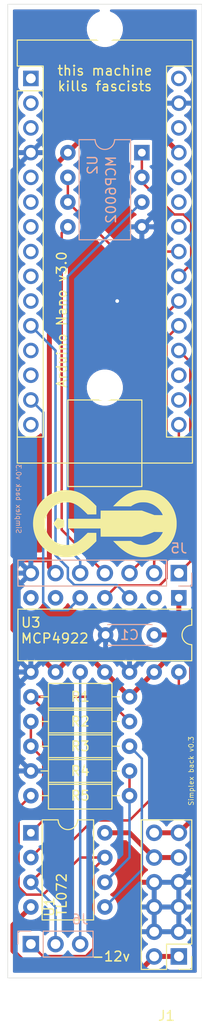
<source format=kicad_pcb>
(kicad_pcb (version 20171130) (host pcbnew "(5.1.10)-1")

  (general
    (thickness 1.6)
    (drawings 18)
    (tracks 150)
    (zones 0)
    (modules 16)
    (nets 44)
  )

  (page A4)
  (title_block
    (title "Simplex Back")
    (date 2021-08-12)
    (rev v0.3)
    (company "Free Modular")
  )

  (layers
    (0 F.Cu signal)
    (31 B.Cu signal)
    (32 B.Adhes user)
    (33 F.Adhes user)
    (34 B.Paste user)
    (35 F.Paste user)
    (36 B.SilkS user)
    (37 F.SilkS user)
    (38 B.Mask user)
    (39 F.Mask user)
    (40 Dwgs.User user)
    (41 Cmts.User user)
    (42 Eco1.User user)
    (43 Eco2.User user)
    (44 Edge.Cuts user)
    (45 Margin user)
    (46 B.CrtYd user)
    (47 F.CrtYd user)
    (48 B.Fab user)
    (49 F.Fab user hide)
  )

  (setup
    (last_trace_width 0.254)
    (trace_clearance 0.254)
    (zone_clearance 0.508)
    (zone_45_only no)
    (trace_min 0.2)
    (via_size 0.762)
    (via_drill 0.381)
    (via_min_size 0.4)
    (via_min_drill 0.3)
    (uvia_size 0.3)
    (uvia_drill 0.1)
    (uvias_allowed no)
    (uvia_min_size 0.2)
    (uvia_min_drill 0.1)
    (edge_width 0.05)
    (segment_width 0.2)
    (pcb_text_width 0.3)
    (pcb_text_size 1.5 1.5)
    (mod_edge_width 0.12)
    (mod_text_size 1 1)
    (mod_text_width 0.15)
    (pad_size 1.524 1.524)
    (pad_drill 0.762)
    (pad_to_mask_clearance 0)
    (aux_axis_origin 50 40)
    (grid_origin 50 40)
    (visible_elements 7FFFFFFF)
    (pcbplotparams
      (layerselection 0x010fc_ffffffff)
      (usegerberextensions true)
      (usegerberattributes false)
      (usegerberadvancedattributes false)
      (creategerberjobfile false)
      (excludeedgelayer true)
      (linewidth 0.100000)
      (plotframeref false)
      (viasonmask false)
      (mode 1)
      (useauxorigin false)
      (hpglpennumber 1)
      (hpglpenspeed 20)
      (hpglpendiameter 15.000000)
      (psnegative false)
      (psa4output false)
      (plotreference true)
      (plotvalue true)
      (plotinvisibletext false)
      (padsonsilk false)
      (subtractmaskfromsilk false)
      (outputformat 1)
      (mirror false)
      (drillshape 0)
      (scaleselection 1)
      (outputdirectory "../simplex_back_gerber/"))
  )

  (net 0 "")
  (net 1 "Net-(A1-Pad15)")
  (net 2 "Net-(A1-Pad30)")
  (net 3 GND)
  (net 4 "Net-(A1-Pad13)")
  (net 5 "Net-(A1-Pad28)")
  (net 6 "Net-(A1-Pad12)")
  (net 7 +5V)
  (net 8 "Net-(A1-Pad26)")
  (net 9 "Net-(A1-Pad10)")
  (net 10 "Net-(A1-Pad25)")
  (net 11 "Net-(A1-Pad9)")
  (net 12 "Net-(A1-Pad24)")
  (net 13 "Net-(A1-Pad8)")
  (net 14 "Net-(A1-Pad23)")
  (net 15 "Net-(A1-Pad7)")
  (net 16 "Net-(A1-Pad22)")
  (net 17 "Net-(A1-Pad6)")
  (net 18 ATTEN_POT)
  (net 19 "Net-(A1-Pad5)")
  (net 20 TEXTURE_POT)
  (net 21 SPEED_POT)
  (net 22 "Net-(A1-Pad3)")
  (net 23 "Net-(A1-Pad18)")
  (net 24 "Net-(A1-Pad2)")
  (net 25 "Net-(A1-Pad17)")
  (net 26 "Net-(A1-Pad1)")
  (net 27 -12V)
  (net 28 +12V)
  (net 29 SPEED_CV)
  (net 30 TEXTURE_CV)
  (net 31 OUT_B)
  (net 32 DAC_OUT_A)
  (net 33 OUT_A)
  (net 34 "Net-(R1-Pad1)")
  (net 35 "Net-(R2-Pad1)")
  (net 36 "Net-(R3-Pad1)")
  (net 37 "Net-(R4-Pad1)")
  (net 38 "Net-(U3-Pad7)")
  (net 39 "Net-(U3-Pad6)")
  (net 40 SPI_MOSI)
  (net 41 SPI_SCK)
  (net 42 DAC_CS)
  (net 43 "Net-(U3-Pad2)")

  (net_class Default "This is the default net class."
    (clearance 0.254)
    (trace_width 0.254)
    (via_dia 0.762)
    (via_drill 0.381)
    (uvia_dia 0.3)
    (uvia_drill 0.1)
    (add_net ATTEN_POT)
    (add_net DAC_CS)
    (add_net DAC_OUT_A)
    (add_net "Net-(A1-Pad1)")
    (add_net "Net-(A1-Pad10)")
    (add_net "Net-(A1-Pad12)")
    (add_net "Net-(A1-Pad13)")
    (add_net "Net-(A1-Pad15)")
    (add_net "Net-(A1-Pad17)")
    (add_net "Net-(A1-Pad18)")
    (add_net "Net-(A1-Pad2)")
    (add_net "Net-(A1-Pad22)")
    (add_net "Net-(A1-Pad23)")
    (add_net "Net-(A1-Pad24)")
    (add_net "Net-(A1-Pad25)")
    (add_net "Net-(A1-Pad26)")
    (add_net "Net-(A1-Pad28)")
    (add_net "Net-(A1-Pad3)")
    (add_net "Net-(A1-Pad30)")
    (add_net "Net-(A1-Pad5)")
    (add_net "Net-(A1-Pad6)")
    (add_net "Net-(A1-Pad7)")
    (add_net "Net-(A1-Pad8)")
    (add_net "Net-(A1-Pad9)")
    (add_net "Net-(R1-Pad1)")
    (add_net "Net-(R2-Pad1)")
    (add_net "Net-(R3-Pad1)")
    (add_net "Net-(R4-Pad1)")
    (add_net "Net-(U3-Pad2)")
    (add_net "Net-(U3-Pad6)")
    (add_net "Net-(U3-Pad7)")
    (add_net OUT_A)
    (add_net OUT_B)
    (add_net SPEED_CV)
    (add_net SPEED_POT)
    (add_net SPI_MOSI)
    (add_net SPI_SCK)
    (add_net TEXTURE_CV)
    (add_net TEXTURE_POT)
  )

  (net_class Power ""
    (clearance 0.254)
    (trace_width 0.508)
    (via_dia 1.016)
    (via_drill 0.508)
    (uvia_dia 0.3)
    (uvia_drill 0.1)
    (add_net +12V)
    (add_net +5V)
    (add_net -12V)
    (add_net GND)
  )

  (module free_modular:logo (layer F.Cu) (tedit 60D27732) (tstamp 6115666E)
    (at 50 93.34)
    (fp_text reference G*** (at 0 0) (layer F.SilkS) hide
      (effects (font (size 1.524 1.524) (thickness 0.3)))
    )
    (fp_text value LOGO (at 0.75 0) (layer F.SilkS) hide
      (effects (font (size 1.524 1.524) (thickness 0.3)))
    )
    (fp_poly (pts (xy -3.83215 -3.435879) (xy -3.700438 -3.431805) (xy -3.581123 -3.424678) (xy -3.480824 -3.414502)
      (xy -3.450167 -3.410014) (xy -3.220135 -3.365506) (xy -2.998933 -3.307678) (xy -2.784423 -3.235279)
      (xy -2.57447 -3.147058) (xy -2.366937 -3.041764) (xy -2.159688 -2.918145) (xy -1.950586 -2.774949)
      (xy -1.737494 -2.610926) (xy -1.518278 -2.424823) (xy -1.290799 -2.215389) (xy -1.111045 -2.039816)
      (xy -0.874479 -1.803524) (xy -0.881945 -0.9525) (xy -1.768851 -0.945036) (xy -2.009787 -1.182455)
      (xy -2.197713 -1.363358) (xy -2.372423 -1.522144) (xy -2.536206 -1.66028) (xy -2.691354 -1.779229)
      (xy -2.840156 -1.880456) (xy -2.984904 -1.965426) (xy -3.127887 -2.035603) (xy -3.271397 -2.092452)
      (xy -3.417723 -2.137437) (xy -3.552192 -2.168685) (xy -3.647525 -2.182692) (xy -3.762934 -2.191579)
      (xy -3.890751 -2.195409) (xy -4.023309 -2.194246) (xy -4.152941 -2.188154) (xy -4.271981 -2.177197)
      (xy -4.370603 -2.161875) (xy -4.611967 -2.100726) (xy -4.837026 -2.017086) (xy -5.047779 -1.909881)
      (xy -5.246222 -1.778039) (xy -5.434356 -1.620485) (xy -5.503932 -1.553276) (xy -5.657426 -1.386281)
      (xy -5.786286 -1.21644) (xy -5.89398 -1.038281) (xy -5.983973 -0.846333) (xy -6.031543 -0.720467)
      (xy -6.069176 -0.606665) (xy -6.097706 -0.504966) (xy -6.11827 -0.408078) (xy -6.132006 -0.30871)
      (xy -6.140052 -0.199568) (xy -6.143544 -0.073361) (xy -6.143939 0) (xy -6.142332 0.13773)
      (xy -6.136753 0.254672) (xy -6.126064 0.358119) (xy -6.109128 0.455362) (xy -6.084806 0.553694)
      (xy -6.051962 0.660406) (xy -6.031543 0.720466) (xy -5.950251 0.924373) (xy -5.853344 1.110866)
      (xy -5.737341 1.285435) (xy -5.598764 1.45357) (xy -5.504048 1.552936) (xy -5.319171 1.720549)
      (xy -5.125339 1.861927) (xy -4.920404 1.978224) (xy -4.702218 2.070595) (xy -4.468631 2.140193)
      (xy -4.370603 2.161874) (xy -4.268738 2.177597) (xy -4.14879 2.188459) (xy -4.018456 2.194399)
      (xy -3.885434 2.195354) (xy -3.757422 2.191262) (xy -3.642119 2.182061) (xy -3.551213 2.168501)
      (xy -3.400152 2.132705) (xy -3.253758 2.086125) (xy -3.109756 2.027309) (xy -2.965874 1.954802)
      (xy -2.819837 1.867149) (xy -2.669374 1.762897) (xy -2.51221 1.640591) (xy -2.346073 1.498777)
      (xy -2.168689 1.336001) (xy -2.009787 1.182455) (xy -1.768851 0.945035) (xy -1.325398 0.948767)
      (xy -0.881945 0.9525) (xy -0.878213 1.377216) (xy -0.874482 1.801933) (xy -1.111047 2.039001)
      (xy -1.352465 2.273216) (xy -1.584924 2.482492) (xy -1.810317 2.667943) (xy -2.030542 2.830681)
      (xy -2.247492 2.97182) (xy -2.463064 3.092471) (xy -2.679153 3.193747) (xy -2.897654 3.276762)
      (xy -3.120462 3.342628) (xy -3.349473 3.392457) (xy -3.443111 3.408129) (xy -3.520103 3.417257)
      (xy -3.618569 3.424856) (xy -3.731799 3.430775) (xy -3.853077 3.434865) (xy -3.975692 3.436976)
      (xy -4.092931 3.436959) (xy -4.198079 3.434664) (xy -4.284426 3.42994) (xy -4.310945 3.427474)
      (xy -4.613316 3.380727) (xy -4.910497 3.307016) (xy -5.20025 3.207413) (xy -5.48034 3.082988)
      (xy -5.74853 2.93481) (xy -6.002584 2.76395) (xy -6.240266 2.571479) (xy -6.385662 2.43455)
      (xy -6.594208 2.20641) (xy -6.779863 1.962757) (xy -6.942096 1.705296) (xy -7.080379 1.43573)
      (xy -7.194182 1.155764) (xy -7.282976 0.867101) (xy -7.346232 0.571445) (xy -7.383421 0.270501)
      (xy -7.394013 -0.034029) (xy -7.37748 -0.340439) (xy -7.336863 -0.627945) (xy -7.267582 -0.927264)
      (xy -7.172439 -1.216955) (xy -7.052586 -1.495563) (xy -6.909174 -1.761632) (xy -6.743356 -2.013705)
      (xy -6.556282 -2.250327) (xy -6.349105 -2.470042) (xy -6.122975 -2.671394) (xy -5.879045 -2.852927)
      (xy -5.618466 -3.013185) (xy -5.342389 -3.150713) (xy -5.340831 -3.151404) (xy -5.081771 -3.252852)
      (xy -4.806774 -3.335513) (xy -4.522542 -3.397451) (xy -4.445 -3.410383) (xy -4.350587 -3.421606)
      (xy -4.235477 -3.429765) (xy -4.106288 -3.434862) (xy -3.969639 -3.436899) (xy -3.83215 -3.435879)) (layer F.SilkS) (width 0.01))
    (fp_poly (pts (xy 4.14661 -3.435306) (xy 4.455889 -3.40496) (xy 4.757808 -3.347949) (xy 5.051172 -3.264741)
      (xy 5.334788 -3.155806) (xy 5.607462 -3.021612) (xy 5.867997 -2.86263) (xy 6.115201 -2.679327)
      (xy 6.347879 -2.472175) (xy 6.385607 -2.434918) (xy 6.597788 -2.202689) (xy 6.786223 -1.955486)
      (xy 6.95042 -1.69433) (xy 7.089886 -1.420242) (xy 7.204128 -1.134242) (xy 7.292655 -0.837352)
      (xy 7.354971 -0.530592) (xy 7.374728 -0.38621) (xy 7.384619 -0.269902) (xy 7.390098 -0.134997)
      (xy 7.391306 0.010512) (xy 7.388381 0.158632) (xy 7.381462 0.301372) (xy 7.370688 0.430737)
      (xy 7.358936 0.522111) (xy 7.296946 0.82651) (xy 7.208929 1.121518) (xy 7.095935 1.405701)
      (xy 6.959013 1.677625) (xy 6.799213 1.935857) (xy 6.617584 2.178963) (xy 6.415174 2.405509)
      (xy 6.193034 2.614062) (xy 5.952213 2.803187) (xy 5.693759 2.971452) (xy 5.482166 3.086511)
      (xy 5.217412 3.20392) (xy 4.937782 3.299608) (xy 4.647892 3.372262) (xy 4.35236 3.420573)
      (xy 4.277699 3.428736) (xy 4.205897 3.433891) (xy 4.114803 3.43762) (xy 4.012525 3.439859)
      (xy 3.907173 3.440548) (xy 3.806855 3.439624) (xy 3.719681 3.437025) (xy 3.661833 3.433441)
      (xy 3.384941 3.398073) (xy 3.116548 3.340594) (xy 2.854866 3.260183) (xy 2.598111 3.156019)
      (xy 2.344497 3.02728) (xy 2.092238 2.873145) (xy 1.83955 2.692792) (xy 1.584645 2.485401)
      (xy 1.566333 2.469555) (xy 1.514973 2.423594) (xy 1.448382 2.361968) (xy 1.371181 2.28907)
      (xy 1.287994 2.209291) (xy 1.203441 2.127025) (xy 1.138498 2.062947) (xy 0.85883 1.785055)
      (xy 2.68406 1.777793) (xy 2.781251 1.842405) (xy 2.99803 1.970402) (xy 3.222947 2.071468)
      (xy 3.456658 2.145886) (xy 3.527593 2.162838) (xy 3.614037 2.177096) (xy 3.721149 2.187205)
      (xy 3.841675 2.193114) (xy 3.968361 2.194778) (xy 4.093952 2.192146) (xy 4.211195 2.185172)
      (xy 4.312834 2.173807) (xy 4.346222 2.16826) (xy 4.582929 2.110052) (xy 4.810891 2.026004)
      (xy 5.027997 1.917706) (xy 5.232136 1.786748) (xy 5.421198 1.634722) (xy 5.593072 1.463217)
      (xy 5.745645 1.273826) (xy 5.876809 1.068138) (xy 5.923979 0.979322) (xy 5.981286 0.865034)
      (xy 5.066536 0.849458) (xy 3.803956 1.340646) (xy 1.686783 1.337073) (xy -0.430389 1.3335)
      (xy -0.434127 0.913694) (xy -0.437865 0.493889) (xy -3.781778 0.493889) (xy -3.781778 -0.493889)
      (xy -0.437865 -0.493889) (xy -0.434127 -0.913695) (xy -0.430389 -1.3335) (xy 1.687045 -1.337074)
      (xy 3.804478 -1.340647) (xy 4.450981 -1.108339) (xy 5.097483 -0.876031) (xy 5.533251 -0.871932)
      (xy 5.640901 -0.87126) (xy 5.738881 -0.871301) (xy 5.823791 -0.872002) (xy 5.892233 -0.873311)
      (xy 5.940808 -0.875174) (xy 5.966116 -0.877537) (xy 5.969009 -0.878769) (xy 5.962308 -0.899638)
      (xy 5.944258 -0.938998) (xy 5.917917 -0.991072) (xy 5.886341 -1.050084) (xy 5.852588 -1.110256)
      (xy 5.819715 -1.16581) (xy 5.803062 -1.192389) (xy 5.674266 -1.369153) (xy 5.52222 -1.53746)
      (xy 5.351562 -1.693182) (xy 5.166928 -1.832194) (xy 4.972956 -1.950368) (xy 4.920743 -1.977585)
      (xy 4.819983 -2.023072) (xy 4.701299 -2.068375) (xy 4.574811 -2.110137) (xy 4.450638 -2.144998)
      (xy 4.346222 -2.168261) (xy 4.251298 -2.181486) (xy 4.13797 -2.190182) (xy 4.013557 -2.194403)
      (xy 3.885375 -2.194201) (xy 3.760743 -2.189628) (xy 3.646979 -2.180739) (xy 3.551401 -2.167584)
      (xy 3.525199 -2.162339) (xy 3.29944 -2.099821) (xy 3.084702 -2.013946) (xy 2.876371 -1.902732)
      (xy 2.78257 -1.843283) (xy 2.68406 -1.777794) (xy 1.770607 -1.781425) (xy 0.857155 -1.785056)
      (xy 1.101457 -2.029928) (xy 1.348222 -2.269287) (xy 1.586295 -2.483381) (xy 1.817483 -2.673144)
      (xy 2.043594 -2.839508) (xy 2.266435 -2.983406) (xy 2.487813 -3.105771) (xy 2.709535 -3.207535)
      (xy 2.933409 -3.28963) (xy 3.161242 -3.352989) (xy 3.394842 -3.398546) (xy 3.636015 -3.427232)
      (xy 3.831166 -3.438516) (xy 4.14661 -3.435306)) (layer F.SilkS) (width 0.01))
    (fp_poly (pts (xy -4.815078 -0.570679) (xy -4.781041 -0.560082) (xy -4.725513 -0.542502) (xy -4.653854 -0.519647)
      (xy -4.571422 -0.493228) (xy -4.483577 -0.464954) (xy -4.473222 -0.461614) (xy -4.198056 -0.372814)
      (xy -4.187836 -0.020601) (xy -4.185246 0.076817) (xy -4.183349 0.165195) (xy -4.182192 0.240519)
      (xy -4.181827 0.298779) (xy -4.182303 0.335961) (xy -4.183284 0.347734) (xy -4.197722 0.356472)
      (xy -4.235302 0.372486) (xy -4.292309 0.394384) (xy -4.365027 0.420773) (xy -4.44974 0.450259)
      (xy -4.518059 0.473284) (xy -4.60977 0.503796) (xy -4.692845 0.53147) (xy -4.763448 0.555026)
      (xy -4.817745 0.573183) (xy -4.851899 0.584661) (xy -4.861914 0.588088) (xy -4.874644 0.579023)
      (xy -4.900677 0.550532) (xy -4.937019 0.506232) (xy -4.980679 0.449743) (xy -5.018258 0.399038)
      (xy -5.072093 0.325134) (xy -5.126671 0.250237) (xy -5.177047 0.181133) (xy -5.218275 0.124606)
      (xy -5.234161 0.102839) (xy -5.308466 0.001068) (xy -5.095117 -0.294938) (xy -4.881768 -0.590945)
      (xy -4.815078 -0.570679)) (layer F.SilkS) (width 0.01))
  )

  (module Connector_PinHeader_2.54mm:PinHeader_2x06_P2.54mm_Vertical (layer F.Cu) (tedit 59FED5CC) (tstamp 61153036)
    (at 57.62 137.79 180)
    (descr "Through hole straight pin header, 2x06, 2.54mm pitch, double rows")
    (tags "Through hole pin header THT 2x06 2.54mm double row")
    (path /61249F1C)
    (fp_text reference J1 (at 1.27 -6.1) (layer F.SilkS)
      (effects (font (size 1 1) (thickness 0.15)))
    )
    (fp_text value Conn_02x06_Odd_Even (at 1.27 18.8) (layer F.Fab)
      (effects (font (size 1 1) (thickness 0.15)))
    )
    (fp_line (start 4.35 -1.8) (end -1.8 -1.8) (layer F.CrtYd) (width 0.05))
    (fp_line (start 4.35 14.5) (end 4.35 -1.8) (layer F.CrtYd) (width 0.05))
    (fp_line (start -1.8 14.5) (end 4.35 14.5) (layer F.CrtYd) (width 0.05))
    (fp_line (start -1.8 -1.8) (end -1.8 14.5) (layer F.CrtYd) (width 0.05))
    (fp_line (start -1.33 -1.33) (end 0 -1.33) (layer F.SilkS) (width 0.12))
    (fp_line (start -1.33 0) (end -1.33 -1.33) (layer F.SilkS) (width 0.12))
    (fp_line (start 1.27 -1.33) (end 3.87 -1.33) (layer F.SilkS) (width 0.12))
    (fp_line (start 1.27 1.27) (end 1.27 -1.33) (layer F.SilkS) (width 0.12))
    (fp_line (start -1.33 1.27) (end 1.27 1.27) (layer F.SilkS) (width 0.12))
    (fp_line (start 3.87 -1.33) (end 3.87 14.03) (layer F.SilkS) (width 0.12))
    (fp_line (start -1.33 1.27) (end -1.33 14.03) (layer F.SilkS) (width 0.12))
    (fp_line (start -1.33 14.03) (end 3.87 14.03) (layer F.SilkS) (width 0.12))
    (fp_line (start -1.27 0) (end 0 -1.27) (layer F.Fab) (width 0.1))
    (fp_line (start -1.27 13.97) (end -1.27 0) (layer F.Fab) (width 0.1))
    (fp_line (start 3.81 13.97) (end -1.27 13.97) (layer F.Fab) (width 0.1))
    (fp_line (start 3.81 -1.27) (end 3.81 13.97) (layer F.Fab) (width 0.1))
    (fp_line (start 0 -1.27) (end 3.81 -1.27) (layer F.Fab) (width 0.1))
    (fp_text user %R (at 1.27 6.35 90) (layer F.Fab)
      (effects (font (size 1 1) (thickness 0.15)))
    )
    (pad 12 thru_hole oval (at 2.54 12.7 180) (size 1.7 1.7) (drill 1) (layers *.Cu *.Mask)
      (net 7 +5V))
    (pad 11 thru_hole oval (at 0 12.7 180) (size 1.7 1.7) (drill 1) (layers *.Cu *.Mask)
      (net 7 +5V))
    (pad 10 thru_hole oval (at 2.54 10.16 180) (size 1.7 1.7) (drill 1) (layers *.Cu *.Mask)
      (net 28 +12V))
    (pad 9 thru_hole oval (at 0 10.16 180) (size 1.7 1.7) (drill 1) (layers *.Cu *.Mask)
      (net 28 +12V))
    (pad 8 thru_hole oval (at 2.54 7.62 180) (size 1.7 1.7) (drill 1) (layers *.Cu *.Mask)
      (net 3 GND))
    (pad 7 thru_hole oval (at 0 7.62 180) (size 1.7 1.7) (drill 1) (layers *.Cu *.Mask)
      (net 3 GND))
    (pad 6 thru_hole oval (at 2.54 5.08 180) (size 1.7 1.7) (drill 1) (layers *.Cu *.Mask)
      (net 3 GND))
    (pad 5 thru_hole oval (at 0 5.08 180) (size 1.7 1.7) (drill 1) (layers *.Cu *.Mask)
      (net 3 GND))
    (pad 4 thru_hole oval (at 2.54 2.54 180) (size 1.7 1.7) (drill 1) (layers *.Cu *.Mask)
      (net 3 GND))
    (pad 3 thru_hole oval (at 0 2.54 180) (size 1.7 1.7) (drill 1) (layers *.Cu *.Mask)
      (net 3 GND))
    (pad 2 thru_hole oval (at 2.54 0 180) (size 1.7 1.7) (drill 1) (layers *.Cu *.Mask)
      (net 27 -12V))
    (pad 1 thru_hole rect (at 0 0 180) (size 1.7 1.7) (drill 1) (layers *.Cu *.Mask)
      (net 27 -12V))
    (model ${KISYS3DMOD}/Connector_PinHeader_2.54mm.3dshapes/PinHeader_2x06_P2.54mm_Vertical.wrl
      (at (xyz 0 0 0))
      (scale (xyz 1 1 1))
      (rotate (xyz 0 0 0))
    )
  )

  (module MountingHole:MountingHole_2.7mm_M2.5 (layer F.Cu) (tedit 56D1B4CB) (tstamp 611556B8)
    (at 50 79.37)
    (descr "Mounting Hole 2.7mm, no annular, M2.5")
    (tags "mounting hole 2.7mm no annular m2.5")
    (path /612C71CD)
    (attr virtual)
    (fp_text reference H2 (at 0 -3.7) (layer F.SilkS) hide
      (effects (font (size 1 1) (thickness 0.15)))
    )
    (fp_text value MountingHole (at 0 3.7) (layer F.Fab)
      (effects (font (size 1 1) (thickness 0.15)))
    )
    (fp_circle (center 0 0) (end 2.95 0) (layer F.CrtYd) (width 0.05))
    (fp_circle (center 0 0) (end 2.7 0) (layer Cmts.User) (width 0.15))
    (fp_text user %R (at 0.3 0) (layer F.Fab)
      (effects (font (size 1 1) (thickness 0.15)))
    )
    (pad 1 np_thru_hole circle (at 0 0) (size 2.7 2.7) (drill 2.7) (layers *.Cu *.Mask))
  )

  (module MountingHole:MountingHole_2.7mm_M2.5 (layer F.Cu) (tedit 56D1B4CB) (tstamp 611556B0)
    (at 50 42.54)
    (descr "Mounting Hole 2.7mm, no annular, M2.5")
    (tags "mounting hole 2.7mm no annular m2.5")
    (path /612C6529)
    (attr virtual)
    (fp_text reference H1 (at 0 -3.7) (layer F.SilkS) hide
      (effects (font (size 1 1) (thickness 0.15)))
    )
    (fp_text value MountingHole (at 0 3.7) (layer F.Fab)
      (effects (font (size 1 1) (thickness 0.15)))
    )
    (fp_circle (center 0 0) (end 2.95 0) (layer F.CrtYd) (width 0.05))
    (fp_circle (center 0 0) (end 2.7 0) (layer Cmts.User) (width 0.15))
    (fp_text user %R (at 0.3 0) (layer F.Fab)
      (effects (font (size 1 1) (thickness 0.15)))
    )
    (pad 1 np_thru_hole circle (at 0 0) (size 2.7 2.7) (drill 2.7) (layers *.Cu *.Mask))
  )

  (module Package_DIP:DIP-14_W7.62mm (layer F.Cu) (tedit 5A02E8C5) (tstamp 61151C29)
    (at 57.62 100.96 270)
    (descr "14-lead though-hole mounted DIP package, row spacing 7.62 mm (300 mils)")
    (tags "THT DIP DIL PDIP 2.54mm 7.62mm 300mil")
    (path /61188AE5)
    (fp_text reference U3 (at 2.54 15.24 180) (layer F.SilkS)
      (effects (font (size 1 1) (thickness 0.15)))
    )
    (fp_text value MCP4922 (at 3.81 17.57 90) (layer F.Fab)
      (effects (font (size 1 1) (thickness 0.15)))
    )
    (fp_line (start 8.7 -1.55) (end -1.1 -1.55) (layer F.CrtYd) (width 0.05))
    (fp_line (start 8.7 16.8) (end 8.7 -1.55) (layer F.CrtYd) (width 0.05))
    (fp_line (start -1.1 16.8) (end 8.7 16.8) (layer F.CrtYd) (width 0.05))
    (fp_line (start -1.1 -1.55) (end -1.1 16.8) (layer F.CrtYd) (width 0.05))
    (fp_line (start 6.46 -1.33) (end 4.81 -1.33) (layer F.SilkS) (width 0.12))
    (fp_line (start 6.46 16.57) (end 6.46 -1.33) (layer F.SilkS) (width 0.12))
    (fp_line (start 1.16 16.57) (end 6.46 16.57) (layer F.SilkS) (width 0.12))
    (fp_line (start 1.16 -1.33) (end 1.16 16.57) (layer F.SilkS) (width 0.12))
    (fp_line (start 2.81 -1.33) (end 1.16 -1.33) (layer F.SilkS) (width 0.12))
    (fp_line (start 0.635 -0.27) (end 1.635 -1.27) (layer F.Fab) (width 0.1))
    (fp_line (start 0.635 16.51) (end 0.635 -0.27) (layer F.Fab) (width 0.1))
    (fp_line (start 6.985 16.51) (end 0.635 16.51) (layer F.Fab) (width 0.1))
    (fp_line (start 6.985 -1.27) (end 6.985 16.51) (layer F.Fab) (width 0.1))
    (fp_line (start 1.635 -1.27) (end 6.985 -1.27) (layer F.Fab) (width 0.1))
    (fp_text user %R (at 3.81 7.62 90) (layer F.Fab)
      (effects (font (size 1 1) (thickness 0.15)))
    )
    (fp_arc (start 3.81 -1.33) (end 2.81 -1.33) (angle -180) (layer F.SilkS) (width 0.12))
    (pad 14 thru_hole oval (at 7.62 0 270) (size 1.6 1.6) (drill 0.8) (layers *.Cu *.Mask)
      (net 32 DAC_OUT_A))
    (pad 7 thru_hole oval (at 0 15.24 270) (size 1.6 1.6) (drill 0.8) (layers *.Cu *.Mask)
      (net 38 "Net-(U3-Pad7)"))
    (pad 13 thru_hole oval (at 7.62 2.54 270) (size 1.6 1.6) (drill 0.8) (layers *.Cu *.Mask)
      (net 7 +5V))
    (pad 6 thru_hole oval (at 0 12.7 270) (size 1.6 1.6) (drill 0.8) (layers *.Cu *.Mask)
      (net 39 "Net-(U3-Pad6)"))
    (pad 12 thru_hole oval (at 7.62 5.08 270) (size 1.6 1.6) (drill 0.8) (layers *.Cu *.Mask)
      (net 3 GND))
    (pad 5 thru_hole oval (at 0 10.16 270) (size 1.6 1.6) (drill 0.8) (layers *.Cu *.Mask)
      (net 40 SPI_MOSI))
    (pad 11 thru_hole oval (at 7.62 7.62 270) (size 1.6 1.6) (drill 0.8) (layers *.Cu *.Mask)
      (net 7 +5V))
    (pad 4 thru_hole oval (at 0 7.62 270) (size 1.6 1.6) (drill 0.8) (layers *.Cu *.Mask)
      (net 41 SPI_SCK))
    (pad 10 thru_hole oval (at 7.62 10.16 270) (size 1.6 1.6) (drill 0.8) (layers *.Cu *.Mask)
      (net 31 OUT_B))
    (pad 3 thru_hole oval (at 0 5.08 270) (size 1.6 1.6) (drill 0.8) (layers *.Cu *.Mask)
      (net 42 DAC_CS))
    (pad 9 thru_hole oval (at 7.62 12.7 270) (size 1.6 1.6) (drill 0.8) (layers *.Cu *.Mask)
      (net 7 +5V))
    (pad 2 thru_hole oval (at 0 2.54 270) (size 1.6 1.6) (drill 0.8) (layers *.Cu *.Mask)
      (net 43 "Net-(U3-Pad2)"))
    (pad 8 thru_hole oval (at 7.62 15.24 270) (size 1.6 1.6) (drill 0.8) (layers *.Cu *.Mask)
      (net 3 GND))
    (pad 1 thru_hole rect (at 0 0 270) (size 1.6 1.6) (drill 0.8) (layers *.Cu *.Mask)
      (net 7 +5V))
    (model ${KISYS3DMOD}/Package_DIP.3dshapes/DIP-14_W7.62mm.wrl
      (at (xyz 0 0 0))
      (scale (xyz 1 1 1))
      (rotate (xyz 0 0 0))
    )
  )

  (module Package_DIP:DIP-8_W7.62mm (layer B.Cu) (tedit 5A02E8C5) (tstamp 61151C07)
    (at 53.81 55.24 180)
    (descr "8-lead though-hole mounted DIP package, row spacing 7.62 mm (300 mils)")
    (tags "THT DIP DIL PDIP 2.54mm 7.62mm 300mil")
    (path /611799F4)
    (fp_text reference U2 (at 5.08 -1.27 90) (layer B.SilkS)
      (effects (font (size 1 1) (thickness 0.15)) (justify mirror))
    )
    (fp_text value MCP6002-xP (at 3.81 -9.95) (layer B.Fab)
      (effects (font (size 1 1) (thickness 0.15)) (justify mirror))
    )
    (fp_line (start 8.7 1.55) (end -1.1 1.55) (layer B.CrtYd) (width 0.05))
    (fp_line (start 8.7 -9.15) (end 8.7 1.55) (layer B.CrtYd) (width 0.05))
    (fp_line (start -1.1 -9.15) (end 8.7 -9.15) (layer B.CrtYd) (width 0.05))
    (fp_line (start -1.1 1.55) (end -1.1 -9.15) (layer B.CrtYd) (width 0.05))
    (fp_line (start 6.46 1.33) (end 4.81 1.33) (layer B.SilkS) (width 0.12))
    (fp_line (start 6.46 -8.95) (end 6.46 1.33) (layer B.SilkS) (width 0.12))
    (fp_line (start 1.16 -8.95) (end 6.46 -8.95) (layer B.SilkS) (width 0.12))
    (fp_line (start 1.16 1.33) (end 1.16 -8.95) (layer B.SilkS) (width 0.12))
    (fp_line (start 2.81 1.33) (end 1.16 1.33) (layer B.SilkS) (width 0.12))
    (fp_line (start 0.635 0.27) (end 1.635 1.27) (layer B.Fab) (width 0.1))
    (fp_line (start 0.635 -8.89) (end 0.635 0.27) (layer B.Fab) (width 0.1))
    (fp_line (start 6.985 -8.89) (end 0.635 -8.89) (layer B.Fab) (width 0.1))
    (fp_line (start 6.985 1.27) (end 6.985 -8.89) (layer B.Fab) (width 0.1))
    (fp_line (start 1.635 1.27) (end 6.985 1.27) (layer B.Fab) (width 0.1))
    (fp_text user %R (at 3.81 -3.81) (layer B.Fab)
      (effects (font (size 1 1) (thickness 0.15)) (justify mirror))
    )
    (fp_arc (start 3.81 1.33) (end 2.81 1.33) (angle 180) (layer B.SilkS) (width 0.12))
    (pad 8 thru_hole oval (at 7.62 0 180) (size 1.6 1.6) (drill 0.8) (layers *.Cu *.Mask)
      (net 7 +5V))
    (pad 4 thru_hole oval (at 0 -7.62 180) (size 1.6 1.6) (drill 0.8) (layers *.Cu *.Mask)
      (net 3 GND))
    (pad 7 thru_hole oval (at 7.62 -2.54 180) (size 1.6 1.6) (drill 0.8) (layers *.Cu *.Mask)
      (net 14 "Net-(A1-Pad23)"))
    (pad 3 thru_hole oval (at 0 -5.08 180) (size 1.6 1.6) (drill 0.8) (layers *.Cu *.Mask)
      (net 29 SPEED_CV))
    (pad 6 thru_hole oval (at 7.62 -5.08 180) (size 1.6 1.6) (drill 0.8) (layers *.Cu *.Mask)
      (net 14 "Net-(A1-Pad23)"))
    (pad 2 thru_hole oval (at 0 -2.54 180) (size 1.6 1.6) (drill 0.8) (layers *.Cu *.Mask)
      (net 16 "Net-(A1-Pad22)"))
    (pad 5 thru_hole oval (at 7.62 -7.62 180) (size 1.6 1.6) (drill 0.8) (layers *.Cu *.Mask)
      (net 30 TEXTURE_CV))
    (pad 1 thru_hole rect (at 0 0 180) (size 1.6 1.6) (drill 0.8) (layers *.Cu *.Mask)
      (net 16 "Net-(A1-Pad22)"))
    (model ${KISYS3DMOD}/Package_DIP.3dshapes/DIP-8_W7.62mm.wrl
      (at (xyz 0 0 0))
      (scale (xyz 1 1 1))
      (rotate (xyz 0 0 0))
    )
  )

  (module Package_DIP:DIP-8_W7.62mm (layer F.Cu) (tedit 5A02E8C5) (tstamp 61151BEB)
    (at 42.38 125.09)
    (descr "8-lead though-hole mounted DIP package, row spacing 7.62 mm (300 mils)")
    (tags "THT DIP DIL PDIP 2.54mm 7.62mm 300mil")
    (path /61155265)
    (fp_text reference U1 (at 1.905 7.62 270) (layer F.SilkS)
      (effects (font (size 1 1) (thickness 0.15)))
    )
    (fp_text value TL072 (at 3.81 9.95) (layer F.Fab)
      (effects (font (size 1 1) (thickness 0.15)))
    )
    (fp_line (start 8.7 -1.55) (end -1.1 -1.55) (layer F.CrtYd) (width 0.05))
    (fp_line (start 8.7 9.15) (end 8.7 -1.55) (layer F.CrtYd) (width 0.05))
    (fp_line (start -1.1 9.15) (end 8.7 9.15) (layer F.CrtYd) (width 0.05))
    (fp_line (start -1.1 -1.55) (end -1.1 9.15) (layer F.CrtYd) (width 0.05))
    (fp_line (start 6.46 -1.33) (end 4.81 -1.33) (layer F.SilkS) (width 0.12))
    (fp_line (start 6.46 8.95) (end 6.46 -1.33) (layer F.SilkS) (width 0.12))
    (fp_line (start 1.16 8.95) (end 6.46 8.95) (layer F.SilkS) (width 0.12))
    (fp_line (start 1.16 -1.33) (end 1.16 8.95) (layer F.SilkS) (width 0.12))
    (fp_line (start 2.81 -1.33) (end 1.16 -1.33) (layer F.SilkS) (width 0.12))
    (fp_line (start 0.635 -0.27) (end 1.635 -1.27) (layer F.Fab) (width 0.1))
    (fp_line (start 0.635 8.89) (end 0.635 -0.27) (layer F.Fab) (width 0.1))
    (fp_line (start 6.985 8.89) (end 0.635 8.89) (layer F.Fab) (width 0.1))
    (fp_line (start 6.985 -1.27) (end 6.985 8.89) (layer F.Fab) (width 0.1))
    (fp_line (start 1.635 -1.27) (end 6.985 -1.27) (layer F.Fab) (width 0.1))
    (fp_text user %R (at 3.81 3.81) (layer F.Fab)
      (effects (font (size 1 1) (thickness 0.15)))
    )
    (fp_arc (start 3.81 -1.33) (end 2.81 -1.33) (angle -180) (layer F.SilkS) (width 0.12))
    (pad 8 thru_hole oval (at 7.62 0) (size 1.6 1.6) (drill 0.8) (layers *.Cu *.Mask)
      (net 28 +12V))
    (pad 4 thru_hole oval (at 0 7.62) (size 1.6 1.6) (drill 0.8) (layers *.Cu *.Mask)
      (net 27 -12V))
    (pad 7 thru_hole oval (at 7.62 2.54) (size 1.6 1.6) (drill 0.8) (layers *.Cu *.Mask)
      (net 33 OUT_A))
    (pad 3 thru_hole oval (at 0 5.08) (size 1.6 1.6) (drill 0.8) (layers *.Cu *.Mask)
      (net 32 DAC_OUT_A))
    (pad 6 thru_hole oval (at 7.62 5.08) (size 1.6 1.6) (drill 0.8) (layers *.Cu *.Mask)
      (net 37 "Net-(R4-Pad1)"))
    (pad 2 thru_hole oval (at 0 2.54) (size 1.6 1.6) (drill 0.8) (layers *.Cu *.Mask)
      (net 34 "Net-(R1-Pad1)"))
    (pad 5 thru_hole oval (at 7.62 7.62) (size 1.6 1.6) (drill 0.8) (layers *.Cu *.Mask)
      (net 36 "Net-(R3-Pad1)"))
    (pad 1 thru_hole rect (at 0 0) (size 1.6 1.6) (drill 0.8) (layers *.Cu *.Mask)
      (net 35 "Net-(R2-Pad1)"))
    (model ${KISYS3DMOD}/Package_DIP.3dshapes/DIP-8_W7.62mm.wrl
      (at (xyz 0 0 0))
      (scale (xyz 1 1 1))
      (rotate (xyz 0 0 0))
    )
  )

  (module Resistor_THT:R_Axial_DIN0207_L6.3mm_D2.5mm_P10.16mm_Horizontal (layer F.Cu) (tedit 5AE5139B) (tstamp 61151BCF)
    (at 42.38 121.28)
    (descr "Resistor, Axial_DIN0207 series, Axial, Horizontal, pin pitch=10.16mm, 0.25W = 1/4W, length*diameter=6.3*2.5mm^2, http://cdn-reichelt.de/documents/datenblatt/B400/1_4W%23YAG.pdf")
    (tags "Resistor Axial_DIN0207 series Axial Horizontal pin pitch 10.16mm 0.25W = 1/4W length 6.3mm diameter 2.5mm")
    (path /6116B3CD)
    (fp_text reference R5 (at 5.08 0) (layer F.SilkS)
      (effects (font (size 1 1) (thickness 0.15)))
    )
    (fp_text value 10kΩ (at 5.08 0) (layer F.Fab)
      (effects (font (size 1 1) (thickness 0.15)))
    )
    (fp_line (start 11.21 -1.5) (end -1.05 -1.5) (layer F.CrtYd) (width 0.05))
    (fp_line (start 11.21 1.5) (end 11.21 -1.5) (layer F.CrtYd) (width 0.05))
    (fp_line (start -1.05 1.5) (end 11.21 1.5) (layer F.CrtYd) (width 0.05))
    (fp_line (start -1.05 -1.5) (end -1.05 1.5) (layer F.CrtYd) (width 0.05))
    (fp_line (start 9.12 0) (end 8.35 0) (layer F.SilkS) (width 0.12))
    (fp_line (start 1.04 0) (end 1.81 0) (layer F.SilkS) (width 0.12))
    (fp_line (start 8.35 -1.37) (end 1.81 -1.37) (layer F.SilkS) (width 0.12))
    (fp_line (start 8.35 1.37) (end 8.35 -1.37) (layer F.SilkS) (width 0.12))
    (fp_line (start 1.81 1.37) (end 8.35 1.37) (layer F.SilkS) (width 0.12))
    (fp_line (start 1.81 -1.37) (end 1.81 1.37) (layer F.SilkS) (width 0.12))
    (fp_line (start 10.16 0) (end 8.23 0) (layer F.Fab) (width 0.1))
    (fp_line (start 0 0) (end 1.93 0) (layer F.Fab) (width 0.1))
    (fp_line (start 8.23 -1.25) (end 1.93 -1.25) (layer F.Fab) (width 0.1))
    (fp_line (start 8.23 1.25) (end 8.23 -1.25) (layer F.Fab) (width 0.1))
    (fp_line (start 1.93 1.25) (end 8.23 1.25) (layer F.Fab) (width 0.1))
    (fp_line (start 1.93 -1.25) (end 1.93 1.25) (layer F.Fab) (width 0.1))
    (fp_text user %R (at 5.08 0) (layer F.Fab)
      (effects (font (size 1 1) (thickness 0.15)))
    )
    (pad 2 thru_hole oval (at 10.16 0) (size 1.6 1.6) (drill 0.8) (layers *.Cu *.Mask)
      (net 37 "Net-(R4-Pad1)"))
    (pad 1 thru_hole circle (at 0 0) (size 1.6 1.6) (drill 0.8) (layers *.Cu *.Mask)
      (net 33 OUT_A))
    (model ${KISYS3DMOD}/Resistor_THT.3dshapes/R_Axial_DIN0207_L6.3mm_D2.5mm_P10.16mm_Horizontal.wrl
      (at (xyz 0 0 0))
      (scale (xyz 1 1 1))
      (rotate (xyz 0 0 0))
    )
  )

  (module Resistor_THT:R_Axial_DIN0207_L6.3mm_D2.5mm_P10.16mm_Horizontal (layer F.Cu) (tedit 5AE5139B) (tstamp 61151BB8)
    (at 52.54 118.74 180)
    (descr "Resistor, Axial_DIN0207 series, Axial, Horizontal, pin pitch=10.16mm, 0.25W = 1/4W, length*diameter=6.3*2.5mm^2, http://cdn-reichelt.de/documents/datenblatt/B400/1_4W%23YAG.pdf")
    (tags "Resistor Axial_DIN0207 series Axial Horizontal pin pitch 10.16mm 0.25W = 1/4W length 6.3mm diameter 2.5mm")
    (path /6116BF18)
    (fp_text reference R4 (at 5.08 0) (layer F.SilkS)
      (effects (font (size 1 1) (thickness 0.15)))
    )
    (fp_text value 10kΩ (at 5.08 0) (layer F.Fab)
      (effects (font (size 1 1) (thickness 0.15)))
    )
    (fp_line (start 11.21 -1.5) (end -1.05 -1.5) (layer F.CrtYd) (width 0.05))
    (fp_line (start 11.21 1.5) (end 11.21 -1.5) (layer F.CrtYd) (width 0.05))
    (fp_line (start -1.05 1.5) (end 11.21 1.5) (layer F.CrtYd) (width 0.05))
    (fp_line (start -1.05 -1.5) (end -1.05 1.5) (layer F.CrtYd) (width 0.05))
    (fp_line (start 9.12 0) (end 8.35 0) (layer F.SilkS) (width 0.12))
    (fp_line (start 1.04 0) (end 1.81 0) (layer F.SilkS) (width 0.12))
    (fp_line (start 8.35 -1.37) (end 1.81 -1.37) (layer F.SilkS) (width 0.12))
    (fp_line (start 8.35 1.37) (end 8.35 -1.37) (layer F.SilkS) (width 0.12))
    (fp_line (start 1.81 1.37) (end 8.35 1.37) (layer F.SilkS) (width 0.12))
    (fp_line (start 1.81 -1.37) (end 1.81 1.37) (layer F.SilkS) (width 0.12))
    (fp_line (start 10.16 0) (end 8.23 0) (layer F.Fab) (width 0.1))
    (fp_line (start 0 0) (end 1.93 0) (layer F.Fab) (width 0.1))
    (fp_line (start 8.23 -1.25) (end 1.93 -1.25) (layer F.Fab) (width 0.1))
    (fp_line (start 8.23 1.25) (end 8.23 -1.25) (layer F.Fab) (width 0.1))
    (fp_line (start 1.93 1.25) (end 8.23 1.25) (layer F.Fab) (width 0.1))
    (fp_line (start 1.93 -1.25) (end 1.93 1.25) (layer F.Fab) (width 0.1))
    (fp_text user %R (at 5.08 0) (layer F.Fab)
      (effects (font (size 1 1) (thickness 0.15)))
    )
    (pad 2 thru_hole oval (at 10.16 0 180) (size 1.6 1.6) (drill 0.8) (layers *.Cu *.Mask)
      (net 3 GND))
    (pad 1 thru_hole circle (at 0 0 180) (size 1.6 1.6) (drill 0.8) (layers *.Cu *.Mask)
      (net 37 "Net-(R4-Pad1)"))
    (model ${KISYS3DMOD}/Resistor_THT.3dshapes/R_Axial_DIN0207_L6.3mm_D2.5mm_P10.16mm_Horizontal.wrl
      (at (xyz 0 0 0))
      (scale (xyz 1 1 1))
      (rotate (xyz 0 0 0))
    )
  )

  (module Resistor_THT:R_Axial_DIN0207_L6.3mm_D2.5mm_P10.16mm_Horizontal (layer F.Cu) (tedit 5AE5139B) (tstamp 61151BA1)
    (at 52.54 116.2 180)
    (descr "Resistor, Axial_DIN0207 series, Axial, Horizontal, pin pitch=10.16mm, 0.25W = 1/4W, length*diameter=6.3*2.5mm^2, http://cdn-reichelt.de/documents/datenblatt/B400/1_4W%23YAG.pdf")
    (tags "Resistor Axial_DIN0207 series Axial Horizontal pin pitch 10.16mm 0.25W = 1/4W length 6.3mm diameter 2.5mm")
    (path /61166B7A)
    (fp_text reference R3 (at 5.08 0) (layer F.SilkS)
      (effects (font (size 1 1) (thickness 0.15)))
    )
    (fp_text value 10kΩ (at 5.08 0) (layer F.Fab)
      (effects (font (size 1 1) (thickness 0.15)))
    )
    (fp_line (start 11.21 -1.5) (end -1.05 -1.5) (layer F.CrtYd) (width 0.05))
    (fp_line (start 11.21 1.5) (end 11.21 -1.5) (layer F.CrtYd) (width 0.05))
    (fp_line (start -1.05 1.5) (end 11.21 1.5) (layer F.CrtYd) (width 0.05))
    (fp_line (start -1.05 -1.5) (end -1.05 1.5) (layer F.CrtYd) (width 0.05))
    (fp_line (start 9.12 0) (end 8.35 0) (layer F.SilkS) (width 0.12))
    (fp_line (start 1.04 0) (end 1.81 0) (layer F.SilkS) (width 0.12))
    (fp_line (start 8.35 -1.37) (end 1.81 -1.37) (layer F.SilkS) (width 0.12))
    (fp_line (start 8.35 1.37) (end 8.35 -1.37) (layer F.SilkS) (width 0.12))
    (fp_line (start 1.81 1.37) (end 8.35 1.37) (layer F.SilkS) (width 0.12))
    (fp_line (start 1.81 -1.37) (end 1.81 1.37) (layer F.SilkS) (width 0.12))
    (fp_line (start 10.16 0) (end 8.23 0) (layer F.Fab) (width 0.1))
    (fp_line (start 0 0) (end 1.93 0) (layer F.Fab) (width 0.1))
    (fp_line (start 8.23 -1.25) (end 1.93 -1.25) (layer F.Fab) (width 0.1))
    (fp_line (start 8.23 1.25) (end 8.23 -1.25) (layer F.Fab) (width 0.1))
    (fp_line (start 1.93 1.25) (end 8.23 1.25) (layer F.Fab) (width 0.1))
    (fp_line (start 1.93 -1.25) (end 1.93 1.25) (layer F.Fab) (width 0.1))
    (fp_text user %R (at 5.08 0) (layer F.Fab)
      (effects (font (size 1 1) (thickness 0.15)))
    )
    (pad 2 thru_hole oval (at 10.16 0 180) (size 1.6 1.6) (drill 0.8) (layers *.Cu *.Mask)
      (net 35 "Net-(R2-Pad1)"))
    (pad 1 thru_hole circle (at 0 0 180) (size 1.6 1.6) (drill 0.8) (layers *.Cu *.Mask)
      (net 36 "Net-(R3-Pad1)"))
    (model ${KISYS3DMOD}/Resistor_THT.3dshapes/R_Axial_DIN0207_L6.3mm_D2.5mm_P10.16mm_Horizontal.wrl
      (at (xyz 0 0 0))
      (scale (xyz 1 1 1))
      (rotate (xyz 0 0 0))
    )
  )

  (module Resistor_THT:R_Axial_DIN0207_L6.3mm_D2.5mm_P10.16mm_Horizontal (layer F.Cu) (tedit 5AE5139B) (tstamp 61151B8A)
    (at 42.38 113.66)
    (descr "Resistor, Axial_DIN0207 series, Axial, Horizontal, pin pitch=10.16mm, 0.25W = 1/4W, length*diameter=6.3*2.5mm^2, http://cdn-reichelt.de/documents/datenblatt/B400/1_4W%23YAG.pdf")
    (tags "Resistor Axial_DIN0207 series Axial Horizontal pin pitch 10.16mm 0.25W = 1/4W length 6.3mm diameter 2.5mm")
    (path /61161FE2)
    (fp_text reference R2 (at 5.08 0) (layer F.SilkS)
      (effects (font (size 1 1) (thickness 0.15)))
    )
    (fp_text value 10kΩ (at 5.08 0) (layer F.Fab)
      (effects (font (size 1 1) (thickness 0.15)))
    )
    (fp_line (start 11.21 -1.5) (end -1.05 -1.5) (layer F.CrtYd) (width 0.05))
    (fp_line (start 11.21 1.5) (end 11.21 -1.5) (layer F.CrtYd) (width 0.05))
    (fp_line (start -1.05 1.5) (end 11.21 1.5) (layer F.CrtYd) (width 0.05))
    (fp_line (start -1.05 -1.5) (end -1.05 1.5) (layer F.CrtYd) (width 0.05))
    (fp_line (start 9.12 0) (end 8.35 0) (layer F.SilkS) (width 0.12))
    (fp_line (start 1.04 0) (end 1.81 0) (layer F.SilkS) (width 0.12))
    (fp_line (start 8.35 -1.37) (end 1.81 -1.37) (layer F.SilkS) (width 0.12))
    (fp_line (start 8.35 1.37) (end 8.35 -1.37) (layer F.SilkS) (width 0.12))
    (fp_line (start 1.81 1.37) (end 8.35 1.37) (layer F.SilkS) (width 0.12))
    (fp_line (start 1.81 -1.37) (end 1.81 1.37) (layer F.SilkS) (width 0.12))
    (fp_line (start 10.16 0) (end 8.23 0) (layer F.Fab) (width 0.1))
    (fp_line (start 0 0) (end 1.93 0) (layer F.Fab) (width 0.1))
    (fp_line (start 8.23 -1.25) (end 1.93 -1.25) (layer F.Fab) (width 0.1))
    (fp_line (start 8.23 1.25) (end 8.23 -1.25) (layer F.Fab) (width 0.1))
    (fp_line (start 1.93 1.25) (end 8.23 1.25) (layer F.Fab) (width 0.1))
    (fp_line (start 1.93 -1.25) (end 1.93 1.25) (layer F.Fab) (width 0.1))
    (fp_text user %R (at 5.08 0) (layer F.Fab)
      (effects (font (size 1 1) (thickness 0.15)))
    )
    (pad 2 thru_hole oval (at 10.16 0) (size 1.6 1.6) (drill 0.8) (layers *.Cu *.Mask)
      (net 34 "Net-(R1-Pad1)"))
    (pad 1 thru_hole circle (at 0 0) (size 1.6 1.6) (drill 0.8) (layers *.Cu *.Mask)
      (net 35 "Net-(R2-Pad1)"))
    (model ${KISYS3DMOD}/Resistor_THT.3dshapes/R_Axial_DIN0207_L6.3mm_D2.5mm_P10.16mm_Horizontal.wrl
      (at (xyz 0 0 0))
      (scale (xyz 1 1 1))
      (rotate (xyz 0 0 0))
    )
  )

  (module Resistor_THT:R_Axial_DIN0207_L6.3mm_D2.5mm_P10.16mm_Horizontal (layer F.Cu) (tedit 5AE5139B) (tstamp 61151B73)
    (at 42.38 111.12)
    (descr "Resistor, Axial_DIN0207 series, Axial, Horizontal, pin pitch=10.16mm, 0.25W = 1/4W, length*diameter=6.3*2.5mm^2, http://cdn-reichelt.de/documents/datenblatt/B400/1_4W%23YAG.pdf")
    (tags "Resistor Axial_DIN0207 series Axial Horizontal pin pitch 10.16mm 0.25W = 1/4W length 6.3mm diameter 2.5mm")
    (path /61167274)
    (fp_text reference R1 (at 5.08 0) (layer F.SilkS)
      (effects (font (size 1 1) (thickness 0.15)))
    )
    (fp_text value 10kΩ (at 5.08 0) (layer F.Fab)
      (effects (font (size 1 1) (thickness 0.15)))
    )
    (fp_line (start 11.21 -1.5) (end -1.05 -1.5) (layer F.CrtYd) (width 0.05))
    (fp_line (start 11.21 1.5) (end 11.21 -1.5) (layer F.CrtYd) (width 0.05))
    (fp_line (start -1.05 1.5) (end 11.21 1.5) (layer F.CrtYd) (width 0.05))
    (fp_line (start -1.05 -1.5) (end -1.05 1.5) (layer F.CrtYd) (width 0.05))
    (fp_line (start 9.12 0) (end 8.35 0) (layer F.SilkS) (width 0.12))
    (fp_line (start 1.04 0) (end 1.81 0) (layer F.SilkS) (width 0.12))
    (fp_line (start 8.35 -1.37) (end 1.81 -1.37) (layer F.SilkS) (width 0.12))
    (fp_line (start 8.35 1.37) (end 8.35 -1.37) (layer F.SilkS) (width 0.12))
    (fp_line (start 1.81 1.37) (end 8.35 1.37) (layer F.SilkS) (width 0.12))
    (fp_line (start 1.81 -1.37) (end 1.81 1.37) (layer F.SilkS) (width 0.12))
    (fp_line (start 10.16 0) (end 8.23 0) (layer F.Fab) (width 0.1))
    (fp_line (start 0 0) (end 1.93 0) (layer F.Fab) (width 0.1))
    (fp_line (start 8.23 -1.25) (end 1.93 -1.25) (layer F.Fab) (width 0.1))
    (fp_line (start 8.23 1.25) (end 8.23 -1.25) (layer F.Fab) (width 0.1))
    (fp_line (start 1.93 1.25) (end 8.23 1.25) (layer F.Fab) (width 0.1))
    (fp_line (start 1.93 -1.25) (end 1.93 1.25) (layer F.Fab) (width 0.1))
    (fp_text user %R (at 5.08 0) (layer F.Fab)
      (effects (font (size 1 1) (thickness 0.15)))
    )
    (pad 2 thru_hole oval (at 10.16 0) (size 1.6 1.6) (drill 0.8) (layers *.Cu *.Mask)
      (net 7 +5V))
    (pad 1 thru_hole circle (at 0 0) (size 1.6 1.6) (drill 0.8) (layers *.Cu *.Mask)
      (net 34 "Net-(R1-Pad1)"))
    (model ${KISYS3DMOD}/Resistor_THT.3dshapes/R_Axial_DIN0207_L6.3mm_D2.5mm_P10.16mm_Horizontal.wrl
      (at (xyz 0 0 0))
      (scale (xyz 1 1 1))
      (rotate (xyz 0 0 0))
    )
  )

  (module Connector_PinHeader_2.54mm:PinHeader_1x03_P2.54mm_Vertical (layer B.Cu) (tedit 59FED5CC) (tstamp 61151B5C)
    (at 42.38 136.52 270)
    (descr "Through hole straight pin header, 1x03, 2.54mm pitch, single row")
    (tags "Through hole pin header THT 1x03 2.54mm single row")
    (path /611535C3)
    (fp_text reference J6 (at -2.54 -5.08 180) (layer B.SilkS)
      (effects (font (size 1 1) (thickness 0.15)) (justify mirror))
    )
    (fp_text value Conn_01x03_Male (at 0 -7.41 90) (layer B.Fab)
      (effects (font (size 1 1) (thickness 0.15)) (justify mirror))
    )
    (fp_line (start 1.8 1.8) (end -1.8 1.8) (layer B.CrtYd) (width 0.05))
    (fp_line (start 1.8 -6.85) (end 1.8 1.8) (layer B.CrtYd) (width 0.05))
    (fp_line (start -1.8 -6.85) (end 1.8 -6.85) (layer B.CrtYd) (width 0.05))
    (fp_line (start -1.8 1.8) (end -1.8 -6.85) (layer B.CrtYd) (width 0.05))
    (fp_line (start -1.33 1.33) (end 0 1.33) (layer B.SilkS) (width 0.12))
    (fp_line (start -1.33 0) (end -1.33 1.33) (layer B.SilkS) (width 0.12))
    (fp_line (start -1.33 -1.27) (end 1.33 -1.27) (layer B.SilkS) (width 0.12))
    (fp_line (start 1.33 -1.27) (end 1.33 -6.41) (layer B.SilkS) (width 0.12))
    (fp_line (start -1.33 -1.27) (end -1.33 -6.41) (layer B.SilkS) (width 0.12))
    (fp_line (start -1.33 -6.41) (end 1.33 -6.41) (layer B.SilkS) (width 0.12))
    (fp_line (start -1.27 0.635) (end -0.635 1.27) (layer B.Fab) (width 0.1))
    (fp_line (start -1.27 -6.35) (end -1.27 0.635) (layer B.Fab) (width 0.1))
    (fp_line (start 1.27 -6.35) (end -1.27 -6.35) (layer B.Fab) (width 0.1))
    (fp_line (start 1.27 1.27) (end 1.27 -6.35) (layer B.Fab) (width 0.1))
    (fp_line (start -0.635 1.27) (end 1.27 1.27) (layer B.Fab) (width 0.1))
    (fp_text user %R (at 0 -2.54 180) (layer B.Fab)
      (effects (font (size 1 1) (thickness 0.15)) (justify mirror))
    )
    (pad 3 thru_hole oval (at 0 -5.08 270) (size 1.7 1.7) (drill 1) (layers *.Cu *.Mask)
      (net 31 OUT_B))
    (pad 2 thru_hole oval (at 0 -2.54 270) (size 1.7 1.7) (drill 1) (layers *.Cu *.Mask)
      (net 32 DAC_OUT_A))
    (pad 1 thru_hole rect (at 0 0 270) (size 1.7 1.7) (drill 1) (layers *.Cu *.Mask)
      (net 33 OUT_A))
    (model ${KISYS3DMOD}/Connector_PinHeader_2.54mm.3dshapes/PinHeader_1x03_P2.54mm_Vertical.wrl
      (at (xyz 0 0 0))
      (scale (xyz 1 1 1))
      (rotate (xyz 0 0 0))
    )
  )

  (module Connector_PinHeader_2.54mm:PinHeader_1x07_P2.54mm_Vertical (layer B.Cu) (tedit 59FED5CC) (tstamp 61151B45)
    (at 57.62 98.42 90)
    (descr "Through hole straight pin header, 1x07, 2.54mm pitch, single row")
    (tags "Through hole pin header THT 1x07 2.54mm single row")
    (path /61150D62)
    (fp_text reference J5 (at 2.54 0) (layer B.SilkS)
      (effects (font (size 1 1) (thickness 0.15)) (justify mirror))
    )
    (fp_text value Conn_01x07_Male (at 0 -17.57 270) (layer B.Fab)
      (effects (font (size 1 1) (thickness 0.15)) (justify mirror))
    )
    (fp_line (start 1.8 1.8) (end -1.8 1.8) (layer B.CrtYd) (width 0.05))
    (fp_line (start 1.8 -17.05) (end 1.8 1.8) (layer B.CrtYd) (width 0.05))
    (fp_line (start -1.8 -17.05) (end 1.8 -17.05) (layer B.CrtYd) (width 0.05))
    (fp_line (start -1.8 1.8) (end -1.8 -17.05) (layer B.CrtYd) (width 0.05))
    (fp_line (start -1.33 1.33) (end 0 1.33) (layer B.SilkS) (width 0.12))
    (fp_line (start -1.33 0) (end -1.33 1.33) (layer B.SilkS) (width 0.12))
    (fp_line (start -1.33 -1.27) (end 1.33 -1.27) (layer B.SilkS) (width 0.12))
    (fp_line (start 1.33 -1.27) (end 1.33 -16.57) (layer B.SilkS) (width 0.12))
    (fp_line (start -1.33 -1.27) (end -1.33 -16.57) (layer B.SilkS) (width 0.12))
    (fp_line (start -1.33 -16.57) (end 1.33 -16.57) (layer B.SilkS) (width 0.12))
    (fp_line (start -1.27 0.635) (end -0.635 1.27) (layer B.Fab) (width 0.1))
    (fp_line (start -1.27 -16.51) (end -1.27 0.635) (layer B.Fab) (width 0.1))
    (fp_line (start 1.27 -16.51) (end -1.27 -16.51) (layer B.Fab) (width 0.1))
    (fp_line (start 1.27 1.27) (end 1.27 -16.51) (layer B.Fab) (width 0.1))
    (fp_line (start -0.635 1.27) (end 1.27 1.27) (layer B.Fab) (width 0.1))
    (fp_text user %R (at 0 -7.62) (layer B.Fab)
      (effects (font (size 1 1) (thickness 0.15)) (justify mirror))
    )
    (pad 7 thru_hole oval (at 0 -15.24 90) (size 1.7 1.7) (drill 1) (layers *.Cu *.Mask)
      (net 3 GND))
    (pad 6 thru_hole oval (at 0 -12.7 90) (size 1.7 1.7) (drill 1) (layers *.Cu *.Mask)
      (net 7 +5V))
    (pad 5 thru_hole oval (at 0 -10.16 90) (size 1.7 1.7) (drill 1) (layers *.Cu *.Mask)
      (net 29 SPEED_CV))
    (pad 4 thru_hole oval (at 0 -7.62 90) (size 1.7 1.7) (drill 1) (layers *.Cu *.Mask)
      (net 30 TEXTURE_CV))
    (pad 3 thru_hole oval (at 0 -5.08 90) (size 1.7 1.7) (drill 1) (layers *.Cu *.Mask)
      (net 18 ATTEN_POT))
    (pad 2 thru_hole oval (at 0 -2.54 90) (size 1.7 1.7) (drill 1) (layers *.Cu *.Mask)
      (net 20 TEXTURE_POT))
    (pad 1 thru_hole rect (at 0 0 90) (size 1.7 1.7) (drill 1) (layers *.Cu *.Mask)
      (net 21 SPEED_POT))
    (model ${KISYS3DMOD}/Connector_PinHeader_2.54mm.3dshapes/PinHeader_1x07_P2.54mm_Vertical.wrl
      (at (xyz 0 0 0))
      (scale (xyz 1 1 1))
      (rotate (xyz 0 0 0))
    )
  )

  (module Capacitor_THT:C_Disc_D4.3mm_W1.9mm_P5.00mm (layer B.Cu) (tedit 5AE50EF0) (tstamp 61151AF5)
    (at 55.08 104.77 180)
    (descr "C, Disc series, Radial, pin pitch=5.00mm, , diameter*width=4.3*1.9mm^2, Capacitor, http://www.vishay.com/docs/45233/krseries.pdf")
    (tags "C Disc series Radial pin pitch 5.00mm  diameter 4.3mm width 1.9mm Capacitor")
    (path /6120A317)
    (fp_text reference C1 (at 2.54 0) (layer B.SilkS)
      (effects (font (size 1 1) (thickness 0.15)) (justify mirror))
    )
    (fp_text value 100nF (at 2.5 -2.2) (layer B.Fab)
      (effects (font (size 1 1) (thickness 0.15)) (justify mirror))
    )
    (fp_line (start 6.05 1.2) (end -1.05 1.2) (layer B.CrtYd) (width 0.05))
    (fp_line (start 6.05 -1.2) (end 6.05 1.2) (layer B.CrtYd) (width 0.05))
    (fp_line (start -1.05 -1.2) (end 6.05 -1.2) (layer B.CrtYd) (width 0.05))
    (fp_line (start -1.05 1.2) (end -1.05 -1.2) (layer B.CrtYd) (width 0.05))
    (fp_line (start 4.77 -1.055) (end 4.77 -1.07) (layer B.SilkS) (width 0.12))
    (fp_line (start 4.77 1.07) (end 4.77 1.055) (layer B.SilkS) (width 0.12))
    (fp_line (start 0.23 -1.055) (end 0.23 -1.07) (layer B.SilkS) (width 0.12))
    (fp_line (start 0.23 1.07) (end 0.23 1.055) (layer B.SilkS) (width 0.12))
    (fp_line (start 0.23 -1.07) (end 4.77 -1.07) (layer B.SilkS) (width 0.12))
    (fp_line (start 0.23 1.07) (end 4.77 1.07) (layer B.SilkS) (width 0.12))
    (fp_line (start 4.65 0.95) (end 0.35 0.95) (layer B.Fab) (width 0.1))
    (fp_line (start 4.65 -0.95) (end 4.65 0.95) (layer B.Fab) (width 0.1))
    (fp_line (start 0.35 -0.95) (end 4.65 -0.95) (layer B.Fab) (width 0.1))
    (fp_line (start 0.35 0.95) (end 0.35 -0.95) (layer B.Fab) (width 0.1))
    (fp_text user %R (at 2.5 0) (layer B.Fab)
      (effects (font (size 0.86 0.86) (thickness 0.129)) (justify mirror))
    )
    (pad 2 thru_hole circle (at 5 0 180) (size 1.6 1.6) (drill 0.8) (layers *.Cu *.Mask)
      (net 3 GND))
    (pad 1 thru_hole circle (at 0 0 180) (size 1.6 1.6) (drill 0.8) (layers *.Cu *.Mask)
      (net 7 +5V))
    (model ${KISYS3DMOD}/Capacitor_THT.3dshapes/C_Disc_D4.3mm_W1.9mm_P5.00mm.wrl
      (at (xyz 0 0 0))
      (scale (xyz 1 1 1))
      (rotate (xyz 0 0 0))
    )
  )

  (module Module:Arduino_Nano (layer F.Cu) (tedit 58ACAF70) (tstamp 61151AE0)
    (at 42.38 47.62)
    (descr "Arduino Nano, http://www.mouser.com/pdfdocs/Gravitech_Arduino_Nano3_0.pdf")
    (tags "Arduino Nano")
    (path /611B7DEB)
    (fp_text reference A1 (at 2.3368 30.3784 90) (layer F.SilkS) hide
      (effects (font (size 1 1) (thickness 0.15)))
    )
    (fp_text value Arduino_Nano_v3.x (at 8.89 19.05 90) (layer F.Fab)
      (effects (font (size 1 1) (thickness 0.15)))
    )
    (fp_line (start 16.75 42.16) (end -1.53 42.16) (layer F.CrtYd) (width 0.05))
    (fp_line (start 16.75 42.16) (end 16.75 -4.06) (layer F.CrtYd) (width 0.05))
    (fp_line (start -1.53 -4.06) (end -1.53 42.16) (layer F.CrtYd) (width 0.05))
    (fp_line (start -1.53 -4.06) (end 16.75 -4.06) (layer F.CrtYd) (width 0.05))
    (fp_line (start 16.51 -3.81) (end 16.51 39.37) (layer F.Fab) (width 0.1))
    (fp_line (start 0 -3.81) (end 16.51 -3.81) (layer F.Fab) (width 0.1))
    (fp_line (start -1.27 -2.54) (end 0 -3.81) (layer F.Fab) (width 0.1))
    (fp_line (start -1.27 39.37) (end -1.27 -2.54) (layer F.Fab) (width 0.1))
    (fp_line (start 16.51 39.37) (end -1.27 39.37) (layer F.Fab) (width 0.1))
    (fp_line (start 16.64 -3.94) (end -1.4 -3.94) (layer F.SilkS) (width 0.12))
    (fp_line (start 16.64 39.5) (end 16.64 -3.94) (layer F.SilkS) (width 0.12))
    (fp_line (start -1.4 39.5) (end 16.64 39.5) (layer F.SilkS) (width 0.12))
    (fp_line (start 3.81 41.91) (end 3.81 31.75) (layer F.Fab) (width 0.1))
    (fp_line (start 11.43 41.91) (end 3.81 41.91) (layer F.Fab) (width 0.1))
    (fp_line (start 11.43 31.75) (end 11.43 41.91) (layer F.Fab) (width 0.1))
    (fp_line (start 3.81 31.75) (end 11.43 31.75) (layer F.Fab) (width 0.1))
    (fp_line (start 1.27 36.83) (end -1.4 36.83) (layer F.SilkS) (width 0.12))
    (fp_line (start 1.27 1.27) (end 1.27 36.83) (layer F.SilkS) (width 0.12))
    (fp_line (start 1.27 1.27) (end -1.4 1.27) (layer F.SilkS) (width 0.12))
    (fp_line (start 13.97 36.83) (end 16.64 36.83) (layer F.SilkS) (width 0.12))
    (fp_line (start 13.97 -1.27) (end 13.97 36.83) (layer F.SilkS) (width 0.12))
    (fp_line (start 13.97 -1.27) (end 16.64 -1.27) (layer F.SilkS) (width 0.12))
    (fp_line (start -1.4 -3.94) (end -1.4 -1.27) (layer F.SilkS) (width 0.12))
    (fp_line (start -1.4 1.27) (end -1.4 39.5) (layer F.SilkS) (width 0.12))
    (fp_line (start 1.27 -1.27) (end -1.4 -1.27) (layer F.SilkS) (width 0.12))
    (fp_line (start 1.27 1.27) (end 1.27 -1.27) (layer F.SilkS) (width 0.12))
    (fp_text user %R (at 6.35 19.05 90) (layer F.Fab)
      (effects (font (size 1 1) (thickness 0.15)))
    )
    (pad 16 thru_hole oval (at 15.24 35.56) (size 1.6 1.6) (drill 1) (layers *.Cu *.Mask)
      (net 41 SPI_SCK))
    (pad 15 thru_hole oval (at 0 35.56) (size 1.6 1.6) (drill 1) (layers *.Cu *.Mask)
      (net 1 "Net-(A1-Pad15)"))
    (pad 30 thru_hole oval (at 15.24 0) (size 1.6 1.6) (drill 1) (layers *.Cu *.Mask)
      (net 2 "Net-(A1-Pad30)"))
    (pad 14 thru_hole oval (at 0 33.02) (size 1.6 1.6) (drill 1) (layers *.Cu *.Mask)
      (net 40 SPI_MOSI))
    (pad 29 thru_hole oval (at 15.24 2.54) (size 1.6 1.6) (drill 1) (layers *.Cu *.Mask)
      (net 3 GND))
    (pad 13 thru_hole oval (at 0 30.48) (size 1.6 1.6) (drill 1) (layers *.Cu *.Mask)
      (net 4 "Net-(A1-Pad13)"))
    (pad 28 thru_hole oval (at 15.24 5.08) (size 1.6 1.6) (drill 1) (layers *.Cu *.Mask)
      (net 5 "Net-(A1-Pad28)"))
    (pad 12 thru_hole oval (at 0 27.94) (size 1.6 1.6) (drill 1) (layers *.Cu *.Mask)
      (net 6 "Net-(A1-Pad12)"))
    (pad 27 thru_hole oval (at 15.24 7.62) (size 1.6 1.6) (drill 1) (layers *.Cu *.Mask)
      (net 7 +5V))
    (pad 11 thru_hole oval (at 0 25.4) (size 1.6 1.6) (drill 1) (layers *.Cu *.Mask)
      (net 42 DAC_CS))
    (pad 26 thru_hole oval (at 15.24 10.16) (size 1.6 1.6) (drill 1) (layers *.Cu *.Mask)
      (net 8 "Net-(A1-Pad26)"))
    (pad 10 thru_hole oval (at 0 22.86) (size 1.6 1.6) (drill 1) (layers *.Cu *.Mask)
      (net 9 "Net-(A1-Pad10)"))
    (pad 25 thru_hole oval (at 15.24 12.7) (size 1.6 1.6) (drill 1) (layers *.Cu *.Mask)
      (net 10 "Net-(A1-Pad25)"))
    (pad 9 thru_hole oval (at 0 20.32) (size 1.6 1.6) (drill 1) (layers *.Cu *.Mask)
      (net 11 "Net-(A1-Pad9)"))
    (pad 24 thru_hole oval (at 15.24 15.24) (size 1.6 1.6) (drill 1) (layers *.Cu *.Mask)
      (net 12 "Net-(A1-Pad24)"))
    (pad 8 thru_hole oval (at 0 17.78) (size 1.6 1.6) (drill 1) (layers *.Cu *.Mask)
      (net 13 "Net-(A1-Pad8)"))
    (pad 23 thru_hole oval (at 15.24 17.78) (size 1.6 1.6) (drill 1) (layers *.Cu *.Mask)
      (net 14 "Net-(A1-Pad23)"))
    (pad 7 thru_hole oval (at 0 15.24) (size 1.6 1.6) (drill 1) (layers *.Cu *.Mask)
      (net 15 "Net-(A1-Pad7)"))
    (pad 22 thru_hole oval (at 15.24 20.32) (size 1.6 1.6) (drill 1) (layers *.Cu *.Mask)
      (net 16 "Net-(A1-Pad22)"))
    (pad 6 thru_hole oval (at 0 12.7) (size 1.6 1.6) (drill 1) (layers *.Cu *.Mask)
      (net 17 "Net-(A1-Pad6)"))
    (pad 21 thru_hole oval (at 15.24 22.86) (size 1.6 1.6) (drill 1) (layers *.Cu *.Mask)
      (net 18 ATTEN_POT))
    (pad 5 thru_hole oval (at 0 10.16) (size 1.6 1.6) (drill 1) (layers *.Cu *.Mask)
      (net 19 "Net-(A1-Pad5)"))
    (pad 20 thru_hole oval (at 15.24 25.4) (size 1.6 1.6) (drill 1) (layers *.Cu *.Mask)
      (net 20 TEXTURE_POT))
    (pad 4 thru_hole oval (at 0 7.62) (size 1.6 1.6) (drill 1) (layers *.Cu *.Mask)
      (net 3 GND))
    (pad 19 thru_hole oval (at 15.24 27.94) (size 1.6 1.6) (drill 1) (layers *.Cu *.Mask)
      (net 21 SPEED_POT))
    (pad 3 thru_hole oval (at 0 5.08) (size 1.6 1.6) (drill 1) (layers *.Cu *.Mask)
      (net 22 "Net-(A1-Pad3)"))
    (pad 18 thru_hole oval (at 15.24 30.48) (size 1.6 1.6) (drill 1) (layers *.Cu *.Mask)
      (net 23 "Net-(A1-Pad18)"))
    (pad 2 thru_hole oval (at 0 2.54) (size 1.6 1.6) (drill 1) (layers *.Cu *.Mask)
      (net 24 "Net-(A1-Pad2)"))
    (pad 17 thru_hole oval (at 15.24 33.02) (size 1.6 1.6) (drill 1) (layers *.Cu *.Mask)
      (net 25 "Net-(A1-Pad17)"))
    (pad 1 thru_hole rect (at 0 0) (size 1.6 1.6) (drill 1) (layers *.Cu *.Mask)
      (net 26 "Net-(A1-Pad1)"))
    (model ${KISYS3DMOD}/Module.3dshapes/Arduino_Nano_WithMountingHoles.wrl
      (at (xyz 0 0 0))
      (scale (xyz 1 1 1))
      (rotate (xyz 0 0 0))
    )
  )

  (gr_text "Simplex back v0.3" (at 41.11 90.8 270) (layer B.SilkS)
    (effects (font (size 0.508 0.508) (thickness 0.0762)) (justify mirror))
  )
  (gr_text MCP6002 (at 50.635 59.05 90) (layer B.SilkS)
    (effects (font (size 1 1) (thickness 0.15)) (justify mirror))
  )
  (gr_text TL072 (at 45.555 131.44 90) (layer F.SilkS)
    (effects (font (size 1 1) (thickness 0.15)))
  )
  (gr_text "Arduino Nano v3.0" (at 45.555 72.385 90) (layer F.SilkS)
    (effects (font (size 1 1) (thickness 0.15)))
  )
  (gr_text MCP4922 (at 44.8438 105.1256) (layer F.SilkS)
    (effects (font (size 1 1) (thickness 0.15)))
  )
  (gr_text "Simplex back v0.3" (at 58.89 118.74 90) (layer F.SilkS)
    (effects (font (size 0.508 0.508) (thickness 0.0762)))
  )
  (gr_text "this machine\nkills fascists" (at 50 47.62) (layer F.SilkS)
    (effects (font (size 1 1) (thickness 0.15)))
  )
  (gr_line (start 53.81 89.53) (end 52.54 89.53) (layer F.SilkS) (width 0.12) (tstamp 611566CE))
  (gr_line (start 53.81 80.64) (end 53.81 89.53) (layer F.SilkS) (width 0.12))
  (gr_line (start 52.54 80.64) (end 53.81 80.64) (layer F.SilkS) (width 0.12))
  (gr_line (start 46.19 89.53) (end 46.19 80.64) (layer F.SilkS) (width 0.12) (tstamp 611566CD))
  (gr_line (start 52.54 89.53) (end 46.19 89.53) (layer F.SilkS) (width 0.12))
  (gr_line (start 46.19 80.64) (end 52.54 80.64) (layer F.SilkS) (width 0.12))
  (gr_text -12v (at 50.635 137.79) (layer F.SilkS)
    (effects (font (size 1 1) (thickness 0.15)))
  )
  (gr_line (start 60 40) (end 40 40) (layer Edge.Cuts) (width 0.05) (tstamp 611524C3))
  (gr_line (start 60 140) (end 60 40) (layer Edge.Cuts) (width 0.05))
  (gr_line (start 40 140) (end 60 140) (layer Edge.Cuts) (width 0.05))
  (gr_line (start 40 40) (end 40 140) (layer Edge.Cuts) (width 0.05))

  (via (at 51.27 70.48) (size 0.762) (drill 0.381) (layers F.Cu B.Cu) (net 3))
  (segment (start 42.38 55.24) (end 40.53301 57.08699) (width 0.508) (layer B.Cu) (net 3))
  (segment (start 40.53301 96.57301) (end 42.38 98.42) (width 0.508) (layer B.Cu) (net 3))
  (segment (start 40.53301 57.08699) (end 40.53301 96.57301) (width 0.508) (layer B.Cu) (net 3))
  (segment (start 42.38 55.24) (end 47.46 50.16) (width 0.508) (layer B.Cu) (net 3))
  (segment (start 55.118001 50.198001) (end 55.08 50.16) (width 0.508) (layer B.Cu) (net 3))
  (segment (start 55.118001 61.551999) (end 55.118001 50.198001) (width 0.508) (layer B.Cu) (net 3))
  (segment (start 53.81 62.86) (end 55.118001 61.551999) (width 0.508) (layer B.Cu) (net 3))
  (segment (start 55.08 50.16) (end 57.62 50.16) (width 0.508) (layer B.Cu) (net 3))
  (segment (start 47.46 50.16) (end 55.08 50.16) (width 0.508) (layer B.Cu) (net 3))
  (segment (start 41.071999 107.271999) (end 42.38 108.58) (width 0.508) (layer B.Cu) (net 3))
  (segment (start 41.071999 99.728001) (end 41.071999 107.271999) (width 0.508) (layer B.Cu) (net 3))
  (segment (start 42.38 98.42) (end 41.071999 99.728001) (width 0.508) (layer B.Cu) (net 3))
  (segment (start 43.688001 107.271999) (end 42.38 108.58) (width 0.508) (layer B.Cu) (net 3))
  (segment (start 52.54 108.58) (end 51.231999 107.271999) (width 0.508) (layer B.Cu) (net 3))
  (segment (start 55.08 135.25) (end 57.62 135.25) (width 0.508) (layer B.Cu) (net 3))
  (segment (start 55.08 132.71) (end 57.62 132.71) (width 0.508) (layer B.Cu) (net 3))
  (segment (start 55.08 130.17) (end 57.62 130.17) (width 0.508) (layer B.Cu) (net 3))
  (segment (start 57.62 135.25) (end 57.62 132.71) (width 0.508) (layer B.Cu) (net 3))
  (segment (start 57.62 130.17) (end 57.62 132.71) (width 0.508) (layer B.Cu) (net 3))
  (segment (start 58.247841 107.271999) (end 53.848001 107.271999) (width 0.508) (layer B.Cu) (net 3))
  (segment (start 58.978001 108.002159) (end 58.247841 107.271999) (width 0.508) (layer B.Cu) (net 3))
  (segment (start 58.978001 128.811999) (end 58.978001 108.002159) (width 0.508) (layer B.Cu) (net 3))
  (segment (start 53.848001 107.271999) (end 52.54 108.58) (width 0.508) (layer B.Cu) (net 3))
  (segment (start 57.62 130.17) (end 58.978001 128.811999) (width 0.508) (layer B.Cu) (net 3))
  (segment (start 41.071999 117.431999) (end 42.38 118.74) (width 0.508) (layer B.Cu) (net 3))
  (segment (start 41.071999 109.888001) (end 41.071999 117.431999) (width 0.508) (layer B.Cu) (net 3))
  (segment (start 42.38 108.58) (end 41.071999 109.888001) (width 0.508) (layer B.Cu) (net 3))
  (segment (start 50.08 107.153998) (end 49.961999 107.271999) (width 0.508) (layer B.Cu) (net 3))
  (segment (start 50.08 104.77) (end 50.08 107.153998) (width 0.508) (layer B.Cu) (net 3))
  (segment (start 49.961999 107.271999) (end 43.688001 107.271999) (width 0.508) (layer B.Cu) (net 3))
  (segment (start 51.231999 107.271999) (end 49.961999 107.271999) (width 0.508) (layer B.Cu) (net 3))
  (segment (start 55.08 52.7) (end 57.62 55.24) (width 0.508) (layer F.Cu) (net 7))
  (segment (start 57.62 106.04) (end 55.08 108.58) (width 0.508) (layer F.Cu) (net 7))
  (segment (start 55.08 108.58) (end 52.54 111.12) (width 0.508) (layer F.Cu) (net 7))
  (segment (start 52.54 111.12) (end 50 108.58) (width 0.508) (layer F.Cu) (net 7))
  (segment (start 46.228001 107.271999) (end 44.92 108.58) (width 0.508) (layer F.Cu) (net 7))
  (segment (start 48.691999 107.271999) (end 46.228001 107.271999) (width 0.508) (layer F.Cu) (net 7))
  (segment (start 50 108.58) (end 48.691999 107.271999) (width 0.508) (layer F.Cu) (net 7))
  (segment (start 40.53301 104.19301) (end 40.53301 97.72699) (width 0.508) (layer F.Cu) (net 7))
  (segment (start 44.92 108.58) (end 40.53301 104.19301) (width 0.508) (layer F.Cu) (net 7))
  (segment (start 40.53301 97.72699) (end 41.198001 97.061999) (width 0.508) (layer F.Cu) (net 7))
  (segment (start 55.08 125.09) (end 57.62 125.09) (width 0.508) (layer F.Cu) (net 7))
  (segment (start 57.62 125.09) (end 58.89 123.82) (width 0.508) (layer F.Cu) (net 7))
  (segment (start 58.928001 123.781999) (end 58.89 123.82) (width 0.508) (layer F.Cu) (net 7))
  (segment (start 58.928001 107.348001) (end 58.928001 123.781999) (width 0.508) (layer F.Cu) (net 7))
  (segment (start 57.62 106.04) (end 58.928001 107.348001) (width 0.508) (layer F.Cu) (net 7))
  (segment (start 57.62 104.77) (end 57.62 106.04) (width 0.508) (layer F.Cu) (net 7))
  (segment (start 55.08 104.77) (end 57.62 104.77) (width 0.508) (layer F.Cu) (net 7))
  (segment (start 57.62 100.96) (end 57.62 104.77) (width 0.508) (layer F.Cu) (net 7))
  (segment (start 46.19 55.24) (end 48.73 52.7) (width 0.508) (layer F.Cu) (net 7))
  (segment (start 48.73 52.7) (end 55.08 52.7) (width 0.508) (layer F.Cu) (net 7))
  (segment (start 44.285 97.785) (end 44.92 98.42) (width 0.508) (layer F.Cu) (net 7))
  (segment (start 46.19 55.24) (end 44.285 57.145) (width 0.508) (layer F.Cu) (net 7))
  (segment (start 44.196999 97.061999) (end 44.285 97.15) (width 0.508) (layer F.Cu) (net 7))
  (segment (start 41.198001 97.061999) (end 44.196999 97.061999) (width 0.508) (layer F.Cu) (net 7))
  (segment (start 44.285 97.15) (end 44.285 97.785) (width 0.508) (layer F.Cu) (net 7))
  (segment (start 44.285 57.145) (end 44.285 97.15) (width 0.508) (layer F.Cu) (net 7))
  (segment (start 46.19 60.32) (end 46.19 57.78) (width 0.254) (layer F.Cu) (net 14))
  (segment (start 51.27 65.4) (end 57.62 65.4) (width 0.254) (layer F.Cu) (net 14))
  (segment (start 46.19 60.32) (end 51.27 65.4) (width 0.254) (layer F.Cu) (net 14))
  (segment (start 53.81 55.24) (end 53.81 57.78) (width 0.254) (layer F.Cu) (net 16))
  (segment (start 57.142118 61.59) (end 53.81 58.257882) (width 0.254) (layer F.Cu) (net 16))
  (segment (start 58.097882 61.59) (end 57.142118 61.59) (width 0.254) (layer F.Cu) (net 16))
  (segment (start 58.89 62.382118) (end 58.097882 61.59) (width 0.254) (layer F.Cu) (net 16))
  (segment (start 53.81 58.257882) (end 53.81 57.78) (width 0.254) (layer F.Cu) (net 16))
  (segment (start 58.89 66.67) (end 58.89 62.382118) (width 0.254) (layer F.Cu) (net 16))
  (segment (start 57.62 67.94) (end 58.89 66.67) (width 0.254) (layer F.Cu) (net 16))
  (segment (start 55.715 95.245) (end 52.54 98.42) (width 0.254) (layer F.Cu) (net 18))
  (segment (start 55.715 72.385) (end 55.715 95.245) (width 0.254) (layer F.Cu) (net 18))
  (segment (start 57.62 70.48) (end 55.715 72.385) (width 0.254) (layer F.Cu) (net 18))
  (segment (start 55.08 97.15) (end 55.08 98.42) (width 0.254) (layer F.Cu) (net 20))
  (segment (start 56.35 74.29) (end 56.35 95.88) (width 0.254) (layer F.Cu) (net 20))
  (segment (start 56.35 95.88) (end 55.08 97.15) (width 0.254) (layer F.Cu) (net 20))
  (segment (start 57.62 73.02) (end 56.35 74.29) (width 0.254) (layer F.Cu) (net 20))
  (segment (start 58.801001 76.741001) (end 57.62 75.56) (width 0.254) (layer F.Cu) (net 21))
  (segment (start 58.801001 97.238999) (end 58.801001 76.741001) (width 0.254) (layer F.Cu) (net 21))
  (segment (start 57.62 98.42) (end 58.801001 97.238999) (width 0.254) (layer F.Cu) (net 21))
  (segment (start 55.08 137.79) (end 53.81 139.06) (width 0.508) (layer F.Cu) (net 27))
  (segment (start 40.53301 137.21301) (end 40.53301 134.55699) (width 0.508) (layer F.Cu) (net 27))
  (segment (start 40.53301 134.55699) (end 42.38 132.71) (width 0.508) (layer F.Cu) (net 27))
  (segment (start 42.38 139.06) (end 40.53301 137.21301) (width 0.508) (layer F.Cu) (net 27))
  (segment (start 53.81 139.06) (end 42.38 139.06) (width 0.508) (layer F.Cu) (net 27))
  (segment (start 55.08 137.79) (end 57.62 137.79) (width 0.508) (layer F.Cu) (net 27))
  (segment (start 57.62 127.63) (end 55.08 127.63) (width 0.508) (layer F.Cu) (net 28))
  (segment (start 52.54 125.09) (end 55.08 127.63) (width 0.508) (layer F.Cu) (net 28))
  (segment (start 50 125.09) (end 52.54 125.09) (width 0.508) (layer F.Cu) (net 28))
  (segment (start 47.46 98.42) (end 47.46 97.15) (width 0.254) (layer B.Cu) (net 29))
  (segment (start 47.46 97.15) (end 46.19 95.88) (width 0.254) (layer B.Cu) (net 29))
  (segment (start 46.19 95.88) (end 46.19 67.94) (width 0.254) (layer B.Cu) (net 29))
  (segment (start 46.19 67.94) (end 48.73 65.4) (width 0.254) (layer B.Cu) (net 29))
  (segment (start 48.73 65.4) (end 53.81 60.32) (width 0.254) (layer B.Cu) (net 29))
  (segment (start 45.555 63.495) (end 46.19 62.86) (width 0.254) (layer F.Cu) (net 30))
  (segment (start 45.555 93.975) (end 45.555 63.495) (width 0.254) (layer F.Cu) (net 30))
  (segment (start 50 98.42) (end 45.555 93.975) (width 0.254) (layer F.Cu) (net 30))
  (segment (start 47.46 108.58) (end 47.46 136.52) (width 0.254) (layer B.Cu) (net 31))
  (segment (start 44.92 132.71) (end 44.92 136.52) (width 0.254) (layer B.Cu) (net 32))
  (segment (start 42.38 130.17) (end 44.92 132.71) (width 0.254) (layer B.Cu) (net 32))
  (segment (start 57.62 118.74) (end 57.62 108.58) (width 0.254) (layer F.Cu) (net 32))
  (segment (start 52.54 123.82) (end 57.62 118.74) (width 0.254) (layer F.Cu) (net 32))
  (segment (start 48.73 123.82) (end 52.54 123.82) (width 0.254) (layer F.Cu) (net 32))
  (segment (start 42.38 130.17) (end 48.73 123.82) (width 0.254) (layer F.Cu) (net 32))
  (segment (start 50 127.63) (end 47.46 127.63) (width 0.254) (layer F.Cu) (net 33))
  (segment (start 42.38 121.28) (end 41.11 122.55) (width 0.254) (layer F.Cu) (net 33))
  (segment (start 41.11 122.55) (end 41.11 130.647882) (width 0.254) (layer F.Cu) (net 33))
  (segment (start 43.65 131.44) (end 41.902118 131.44) (width 0.254) (layer F.Cu) (net 33))
  (segment (start 41.902118 131.44) (end 41.11 130.647882) (width 0.254) (layer F.Cu) (net 33))
  (segment (start 47.46 127.63) (end 43.65 131.44) (width 0.254) (layer F.Cu) (net 33))
  (segment (start 48.818999 128.811001) (end 50 127.63) (width 0.254) (layer F.Cu) (net 33))
  (segment (start 48.818999 136.982883) (end 48.818999 128.811001) (width 0.254) (layer F.Cu) (net 33))
  (segment (start 43.611001 137.751001) (end 48.050881 137.751001) (width 0.254) (layer F.Cu) (net 33))
  (segment (start 48.050881 137.751001) (end 48.818999 136.982883) (width 0.254) (layer F.Cu) (net 33))
  (segment (start 42.38 136.52) (end 43.611001 137.751001) (width 0.254) (layer F.Cu) (net 33))
  (segment (start 50 111.12) (end 52.54 113.66) (width 0.254) (layer F.Cu) (net 34))
  (segment (start 42.38 111.12) (end 50 111.12) (width 0.254) (layer F.Cu) (net 34))
  (segment (start 42.38 127.63) (end 44.92 125.09) (width 0.254) (layer F.Cu) (net 34))
  (segment (start 43.65 112.39) (end 42.38 111.12) (width 0.254) (layer F.Cu) (net 34))
  (segment (start 43.65 114.93) (end 43.65 112.39) (width 0.254) (layer F.Cu) (net 34))
  (segment (start 43.65 114.93) (end 43.65 116.2) (width 0.254) (layer F.Cu) (net 34))
  (segment (start 44.92 117.47) (end 43.65 116.2) (width 0.254) (layer F.Cu) (net 34))
  (segment (start 44.92 125.09) (end 44.92 117.47) (width 0.254) (layer F.Cu) (net 34))
  (segment (start 42.38 113.66) (end 42.38 116.2) (width 0.254) (layer F.Cu) (net 35))
  (segment (start 42.38 125.09) (end 43.65 123.82) (width 0.254) (layer F.Cu) (net 35))
  (segment (start 43.65 117.47) (end 42.38 116.2) (width 0.254) (layer F.Cu) (net 35))
  (segment (start 43.65 123.82) (end 43.65 117.47) (width 0.254) (layer F.Cu) (net 35))
  (segment (start 53.81 128.9) (end 53.81 117.47) (width 0.254) (layer B.Cu) (net 36))
  (segment (start 50 132.71) (end 53.81 128.9) (width 0.254) (layer B.Cu) (net 36))
  (segment (start 53.81 117.47) (end 52.54 116.2) (width 0.254) (layer B.Cu) (net 36))
  (segment (start 52.54 121.28) (end 52.54 118.74) (width 0.254) (layer F.Cu) (net 37))
  (segment (start 52.54 127.63) (end 52.54 121.28) (width 0.254) (layer B.Cu) (net 37))
  (segment (start 50 130.17) (end 52.54 127.63) (width 0.254) (layer B.Cu) (net 37))
  (segment (start 43.65 81.91) (end 43.65 101.437882) (width 0.254) (layer B.Cu) (net 40))
  (segment (start 42.38 80.64) (end 43.65 81.91) (width 0.254) (layer B.Cu) (net 40))
  (segment (start 43.65 101.437882) (end 44.442118 102.23) (width 0.254) (layer B.Cu) (net 40))
  (segment (start 46.19 102.23) (end 47.46 100.96) (width 0.254) (layer B.Cu) (net 40))
  (segment (start 44.442118 102.23) (end 46.19 102.23) (width 0.254) (layer B.Cu) (net 40))
  (segment (start 55.631882 99.69) (end 56.35 98.971882) (width 0.254) (layer F.Cu) (net 41))
  (segment (start 51.27 99.69) (end 55.631882 99.69) (width 0.254) (layer F.Cu) (net 41))
  (segment (start 50 100.96) (end 51.27 99.69) (width 0.254) (layer F.Cu) (net 41))
  (segment (start 57.62 83.18) (end 57.62 95.88) (width 0.254) (layer F.Cu) (net 41))
  (segment (start 57.62 95.88) (end 56.35 97.15) (width 0.254) (layer F.Cu) (net 41))
  (segment (start 56.35 98.971882) (end 56.35 97.15) (width 0.254) (layer F.Cu) (net 41))
  (segment (start 46.869119 99.651001) (end 46.19 98.971882) (width 0.254) (layer B.Cu) (net 42))
  (segment (start 51.231001 99.651001) (end 46.869119 99.651001) (width 0.254) (layer B.Cu) (net 42))
  (segment (start 52.54 100.96) (end 51.231001 99.651001) (width 0.254) (layer B.Cu) (net 42))
  (segment (start 46.19 98.971882) (end 46.19 98.42) (width 0.254) (layer B.Cu) (net 42))
  (segment (start 44.92 96.598118) (end 44.92 75.56) (width 0.254) (layer B.Cu) (net 42))
  (segment (start 46.19 97.868118) (end 44.92 96.598118) (width 0.254) (layer B.Cu) (net 42))
  (segment (start 46.19 98.42) (end 46.19 97.868118) (width 0.254) (layer B.Cu) (net 42))
  (segment (start 44.92 75.56) (end 42.38 73.02) (width 0.254) (layer B.Cu) (net 42))

  (zone (net 3) (net_name GND) (layer B.Cu) (tstamp 616E71D2) (hatch edge 0.508)
    (connect_pads (clearance 0.508))
    (min_thickness 0.254)
    (fill yes (arc_segments 32) (thermal_gap 0.508) (thermal_bridge_width 0.508))
    (polygon
      (pts
        (xy 60 140) (xy 40 140) (xy 40 40) (xy 60 40)
      )
    )
    (filled_polygon
      (pts
        (xy 49.05975 40.780915) (xy 48.734636 40.998149) (xy 48.458149 41.274636) (xy 48.240915 41.59975) (xy 48.091282 41.960997)
        (xy 48.015 42.344495) (xy 48.015 42.735505) (xy 48.091282 43.119003) (xy 48.240915 43.48025) (xy 48.458149 43.805364)
        (xy 48.734636 44.081851) (xy 49.05975 44.299085) (xy 49.420997 44.448718) (xy 49.804495 44.525) (xy 50.195505 44.525)
        (xy 50.579003 44.448718) (xy 50.94025 44.299085) (xy 51.265364 44.081851) (xy 51.541851 43.805364) (xy 51.759085 43.48025)
        (xy 51.908718 43.119003) (xy 51.985 42.735505) (xy 51.985 42.344495) (xy 51.908718 41.960997) (xy 51.759085 41.59975)
        (xy 51.541851 41.274636) (xy 51.265364 40.998149) (xy 50.94025 40.780915) (xy 50.648335 40.66) (xy 59.340001 40.66)
        (xy 59.34 139.34) (xy 40.66 139.34) (xy 40.66 135.67) (xy 40.891928 135.67) (xy 40.891928 137.37)
        (xy 40.904188 137.494482) (xy 40.940498 137.61418) (xy 40.999463 137.724494) (xy 41.078815 137.821185) (xy 41.175506 137.900537)
        (xy 41.28582 137.959502) (xy 41.405518 137.995812) (xy 41.53 138.008072) (xy 43.23 138.008072) (xy 43.354482 137.995812)
        (xy 43.47418 137.959502) (xy 43.584494 137.900537) (xy 43.681185 137.821185) (xy 43.760537 137.724494) (xy 43.819502 137.61418)
        (xy 43.841513 137.54162) (xy 43.973368 137.673475) (xy 44.216589 137.83599) (xy 44.486842 137.947932) (xy 44.77374 138.005)
        (xy 45.06626 138.005) (xy 45.353158 137.947932) (xy 45.623411 137.83599) (xy 45.866632 137.673475) (xy 46.073475 137.466632)
        (xy 46.19 137.29224) (xy 46.306525 137.466632) (xy 46.513368 137.673475) (xy 46.756589 137.83599) (xy 47.026842 137.947932)
        (xy 47.31374 138.005) (xy 47.60626 138.005) (xy 47.893158 137.947932) (xy 48.163411 137.83599) (xy 48.406632 137.673475)
        (xy 48.436367 137.64374) (xy 53.595 137.64374) (xy 53.595 137.93626) (xy 53.652068 138.223158) (xy 53.76401 138.493411)
        (xy 53.926525 138.736632) (xy 54.133368 138.943475) (xy 54.376589 139.10599) (xy 54.646842 139.217932) (xy 54.93374 139.275)
        (xy 55.22626 139.275) (xy 55.513158 139.217932) (xy 55.783411 139.10599) (xy 56.026632 138.943475) (xy 56.158487 138.81162)
        (xy 56.180498 138.88418) (xy 56.239463 138.994494) (xy 56.318815 139.091185) (xy 56.415506 139.170537) (xy 56.52582 139.229502)
        (xy 56.645518 139.265812) (xy 56.77 139.278072) (xy 58.47 139.278072) (xy 58.594482 139.265812) (xy 58.71418 139.229502)
        (xy 58.824494 139.170537) (xy 58.921185 139.091185) (xy 59.000537 138.994494) (xy 59.059502 138.88418) (xy 59.095812 138.764482)
        (xy 59.108072 138.64) (xy 59.108072 136.94) (xy 59.095812 136.815518) (xy 59.059502 136.69582) (xy 59.000537 136.585506)
        (xy 58.921185 136.488815) (xy 58.824494 136.409463) (xy 58.71418 136.350498) (xy 58.633534 136.326034) (xy 58.717588 136.250269)
        (xy 58.891641 136.01692) (xy 59.016825 135.754099) (xy 59.061476 135.60689) (xy 58.940155 135.377) (xy 57.747 135.377)
        (xy 57.747 135.397) (xy 57.493 135.397) (xy 57.493 135.377) (xy 55.207 135.377) (xy 55.207 135.397)
        (xy 54.953 135.397) (xy 54.953 135.377) (xy 53.759845 135.377) (xy 53.638524 135.60689) (xy 53.683175 135.754099)
        (xy 53.808359 136.01692) (xy 53.982412 136.250269) (xy 54.198645 136.445178) (xy 54.315534 136.514805) (xy 54.133368 136.636525)
        (xy 53.926525 136.843368) (xy 53.76401 137.086589) (xy 53.652068 137.356842) (xy 53.595 137.64374) (xy 48.436367 137.64374)
        (xy 48.613475 137.466632) (xy 48.77599 137.223411) (xy 48.887932 136.953158) (xy 48.945 136.66626) (xy 48.945 136.37374)
        (xy 48.887932 136.086842) (xy 48.77599 135.816589) (xy 48.613475 135.573368) (xy 48.406632 135.366525) (xy 48.222 135.243158)
        (xy 48.222 109.796707) (xy 48.374759 109.694637) (xy 48.574637 109.494759) (xy 48.73 109.262241) (xy 48.885363 109.494759)
        (xy 49.085241 109.694637) (xy 49.320273 109.85168) (xy 49.581426 109.959853) (xy 49.858665 110.015) (xy 50.141335 110.015)
        (xy 50.418574 109.959853) (xy 50.679727 109.85168) (xy 50.914759 109.694637) (xy 51.114637 109.494759) (xy 51.27168 109.259727)
        (xy 51.276067 109.249135) (xy 51.387615 109.435131) (xy 51.576586 109.643519) (xy 51.80258 109.811037) (xy 51.871565 109.843643)
        (xy 51.860273 109.84832) (xy 51.625241 110.005363) (xy 51.425363 110.205241) (xy 51.26832 110.440273) (xy 51.160147 110.701426)
        (xy 51.105 110.978665) (xy 51.105 111.261335) (xy 51.160147 111.538574) (xy 51.26832 111.799727) (xy 51.425363 112.034759)
        (xy 51.625241 112.234637) (xy 51.857759 112.39) (xy 51.625241 112.545363) (xy 51.425363 112.745241) (xy 51.26832 112.980273)
        (xy 51.160147 113.241426) (xy 51.105 113.518665) (xy 51.105 113.801335) (xy 51.160147 114.078574) (xy 51.26832 114.339727)
        (xy 51.425363 114.574759) (xy 51.625241 114.774637) (xy 51.857759 114.93) (xy 51.625241 115.085363) (xy 51.425363 115.285241)
        (xy 51.26832 115.520273) (xy 51.160147 115.781426) (xy 51.105 116.058665) (xy 51.105 116.341335) (xy 51.160147 116.618574)
        (xy 51.26832 116.879727) (xy 51.425363 117.114759) (xy 51.625241 117.314637) (xy 51.857759 117.47) (xy 51.625241 117.625363)
        (xy 51.425363 117.825241) (xy 51.26832 118.060273) (xy 51.160147 118.321426) (xy 51.105 118.598665) (xy 51.105 118.881335)
        (xy 51.160147 119.158574) (xy 51.26832 119.419727) (xy 51.425363 119.654759) (xy 51.625241 119.854637) (xy 51.857759 120.01)
        (xy 51.625241 120.165363) (xy 51.425363 120.365241) (xy 51.26832 120.600273) (xy 51.160147 120.861426) (xy 51.105 121.138665)
        (xy 51.105 121.421335) (xy 51.160147 121.698574) (xy 51.26832 121.959727) (xy 51.425363 122.194759) (xy 51.625241 122.394637)
        (xy 51.778001 122.496708) (xy 51.778 127.314369) (xy 51.435 127.657369) (xy 51.435 127.488665) (xy 51.379853 127.211426)
        (xy 51.27168 126.950273) (xy 51.114637 126.715241) (xy 50.914759 126.515363) (xy 50.682241 126.36) (xy 50.914759 126.204637)
        (xy 51.114637 126.004759) (xy 51.27168 125.769727) (xy 51.379853 125.508574) (xy 51.435 125.231335) (xy 51.435 124.948665)
        (xy 51.379853 124.671426) (xy 51.27168 124.410273) (xy 51.114637 124.175241) (xy 50.914759 123.975363) (xy 50.679727 123.81832)
        (xy 50.418574 123.710147) (xy 50.141335 123.655) (xy 49.858665 123.655) (xy 49.581426 123.710147) (xy 49.320273 123.81832)
        (xy 49.085241 123.975363) (xy 48.885363 124.175241) (xy 48.72832 124.410273) (xy 48.620147 124.671426) (xy 48.565 124.948665)
        (xy 48.565 125.231335) (xy 48.620147 125.508574) (xy 48.72832 125.769727) (xy 48.885363 126.004759) (xy 49.085241 126.204637)
        (xy 49.317759 126.36) (xy 49.085241 126.515363) (xy 48.885363 126.715241) (xy 48.72832 126.950273) (xy 48.620147 127.211426)
        (xy 48.565 127.488665) (xy 48.565 127.771335) (xy 48.620147 128.048574) (xy 48.72832 128.309727) (xy 48.885363 128.544759)
        (xy 49.085241 128.744637) (xy 49.317759 128.9) (xy 49.085241 129.055363) (xy 48.885363 129.255241) (xy 48.72832 129.490273)
        (xy 48.620147 129.751426) (xy 48.565 130.028665) (xy 48.565 130.311335) (xy 48.620147 130.588574) (xy 48.72832 130.849727)
        (xy 48.885363 131.084759) (xy 49.085241 131.284637) (xy 49.317759 131.44) (xy 49.085241 131.595363) (xy 48.885363 131.795241)
        (xy 48.72832 132.030273) (xy 48.620147 132.291426) (xy 48.565 132.568665) (xy 48.565 132.851335) (xy 48.620147 133.128574)
        (xy 48.72832 133.389727) (xy 48.885363 133.624759) (xy 49.085241 133.824637) (xy 49.320273 133.98168) (xy 49.581426 134.089853)
        (xy 49.858665 134.145) (xy 50.141335 134.145) (xy 50.418574 134.089853) (xy 50.679727 133.98168) (xy 50.914759 133.824637)
        (xy 51.114637 133.624759) (xy 51.27168 133.389727) (xy 51.379853 133.128574) (xy 51.392122 133.06689) (xy 53.638524 133.06689)
        (xy 53.683175 133.214099) (xy 53.808359 133.47692) (xy 53.982412 133.710269) (xy 54.198645 133.905178) (xy 54.324255 133.98)
        (xy 54.198645 134.054822) (xy 53.982412 134.249731) (xy 53.808359 134.48308) (xy 53.683175 134.745901) (xy 53.638524 134.89311)
        (xy 53.759845 135.123) (xy 54.953 135.123) (xy 54.953 132.837) (xy 55.207 132.837) (xy 55.207 135.123)
        (xy 57.493 135.123) (xy 57.493 132.837) (xy 57.747 132.837) (xy 57.747 135.123) (xy 58.940155 135.123)
        (xy 59.061476 134.89311) (xy 59.016825 134.745901) (xy 58.891641 134.48308) (xy 58.717588 134.249731) (xy 58.501355 134.054822)
        (xy 58.375745 133.98) (xy 58.501355 133.905178) (xy 58.717588 133.710269) (xy 58.891641 133.47692) (xy 59.016825 133.214099)
        (xy 59.061476 133.06689) (xy 58.940155 132.837) (xy 57.747 132.837) (xy 57.493 132.837) (xy 55.207 132.837)
        (xy 54.953 132.837) (xy 53.759845 132.837) (xy 53.638524 133.06689) (xy 51.392122 133.06689) (xy 51.435 132.851335)
        (xy 51.435 132.568665) (xy 51.399157 132.388473) (xy 53.595 130.19263) (xy 53.595 130.297002) (xy 53.759844 130.297002)
        (xy 53.638524 130.52689) (xy 53.683175 130.674099) (xy 53.808359 130.93692) (xy 53.982412 131.170269) (xy 54.198645 131.365178)
        (xy 54.324255 131.44) (xy 54.198645 131.514822) (xy 53.982412 131.709731) (xy 53.808359 131.94308) (xy 53.683175 132.205901)
        (xy 53.638524 132.35311) (xy 53.759845 132.583) (xy 54.953 132.583) (xy 54.953 130.297) (xy 55.207 130.297)
        (xy 55.207 132.583) (xy 57.493 132.583) (xy 57.493 130.297) (xy 57.747 130.297) (xy 57.747 132.583)
        (xy 58.940155 132.583) (xy 59.061476 132.35311) (xy 59.016825 132.205901) (xy 58.891641 131.94308) (xy 58.717588 131.709731)
        (xy 58.501355 131.514822) (xy 58.375745 131.44) (xy 58.501355 131.365178) (xy 58.717588 131.170269) (xy 58.891641 130.93692)
        (xy 59.016825 130.674099) (xy 59.061476 130.52689) (xy 58.940155 130.297) (xy 57.747 130.297) (xy 57.493 130.297)
        (xy 55.207 130.297) (xy 54.953 130.297) (xy 54.933 130.297) (xy 54.933 130.043) (xy 54.953 130.043)
        (xy 54.953 130.023) (xy 55.207 130.023) (xy 55.207 130.043) (xy 57.493 130.043) (xy 57.493 130.023)
        (xy 57.747 130.023) (xy 57.747 130.043) (xy 58.940155 130.043) (xy 59.061476 129.81311) (xy 59.016825 129.665901)
        (xy 58.891641 129.40308) (xy 58.717588 129.169731) (xy 58.501355 128.974822) (xy 58.384466 128.905195) (xy 58.566632 128.783475)
        (xy 58.773475 128.576632) (xy 58.93599 128.333411) (xy 59.047932 128.063158) (xy 59.105 127.77626) (xy 59.105 127.48374)
        (xy 59.047932 127.196842) (xy 58.93599 126.926589) (xy 58.773475 126.683368) (xy 58.566632 126.476525) (xy 58.39224 126.36)
        (xy 58.566632 126.243475) (xy 58.773475 126.036632) (xy 58.93599 125.793411) (xy 59.047932 125.523158) (xy 59.105 125.23626)
        (xy 59.105 124.94374) (xy 59.047932 124.656842) (xy 58.93599 124.386589) (xy 58.773475 124.143368) (xy 58.566632 123.936525)
        (xy 58.323411 123.77401) (xy 58.053158 123.662068) (xy 57.76626 123.605) (xy 57.47374 123.605) (xy 57.186842 123.662068)
        (xy 56.916589 123.77401) (xy 56.673368 123.936525) (xy 56.466525 124.143368) (xy 56.35 124.31776) (xy 56.233475 124.143368)
        (xy 56.026632 123.936525) (xy 55.783411 123.77401) (xy 55.513158 123.662068) (xy 55.22626 123.605) (xy 54.93374 123.605)
        (xy 54.646842 123.662068) (xy 54.572 123.693068) (xy 54.572 117.507422) (xy 54.575686 117.469999) (xy 54.572 117.432574)
        (xy 54.560974 117.320622) (xy 54.517402 117.176985) (xy 54.446645 117.044608) (xy 54.351422 116.928578) (xy 54.322352 116.904721)
        (xy 53.939157 116.521527) (xy 53.975 116.341335) (xy 53.975 116.058665) (xy 53.919853 115.781426) (xy 53.81168 115.520273)
        (xy 53.654637 115.285241) (xy 53.454759 115.085363) (xy 53.222241 114.93) (xy 53.454759 114.774637) (xy 53.654637 114.574759)
        (xy 53.81168 114.339727) (xy 53.919853 114.078574) (xy 53.975 113.801335) (xy 53.975 113.518665) (xy 53.919853 113.241426)
        (xy 53.81168 112.980273) (xy 53.654637 112.745241) (xy 53.454759 112.545363) (xy 53.222241 112.39) (xy 53.454759 112.234637)
        (xy 53.654637 112.034759) (xy 53.81168 111.799727) (xy 53.919853 111.538574) (xy 53.975 111.261335) (xy 53.975 110.978665)
        (xy 53.919853 110.701426) (xy 53.81168 110.440273) (xy 53.654637 110.205241) (xy 53.454759 110.005363) (xy 53.219727 109.84832)
        (xy 53.208435 109.843643) (xy 53.27742 109.811037) (xy 53.503414 109.643519) (xy 53.692385 109.435131) (xy 53.803933 109.249135)
        (xy 53.80832 109.259727) (xy 53.965363 109.494759) (xy 54.165241 109.694637) (xy 54.400273 109.85168) (xy 54.661426 109.959853)
        (xy 54.938665 110.015) (xy 55.221335 110.015) (xy 55.498574 109.959853) (xy 55.759727 109.85168) (xy 55.994759 109.694637)
        (xy 56.194637 109.494759) (xy 56.35 109.262241) (xy 56.505363 109.494759) (xy 56.705241 109.694637) (xy 56.940273 109.85168)
        (xy 57.201426 109.959853) (xy 57.478665 110.015) (xy 57.761335 110.015) (xy 58.038574 109.959853) (xy 58.299727 109.85168)
        (xy 58.534759 109.694637) (xy 58.734637 109.494759) (xy 58.89168 109.259727) (xy 58.999853 108.998574) (xy 59.055 108.721335)
        (xy 59.055 108.438665) (xy 58.999853 108.161426) (xy 58.89168 107.900273) (xy 58.734637 107.665241) (xy 58.534759 107.465363)
        (xy 58.299727 107.30832) (xy 58.038574 107.200147) (xy 57.761335 107.145) (xy 57.478665 107.145) (xy 57.201426 107.200147)
        (xy 56.940273 107.30832) (xy 56.705241 107.465363) (xy 56.505363 107.665241) (xy 56.35 107.897759) (xy 56.194637 107.665241)
        (xy 55.994759 107.465363) (xy 55.759727 107.30832) (xy 55.498574 107.200147) (xy 55.221335 107.145) (xy 54.938665 107.145)
        (xy 54.661426 107.200147) (xy 54.400273 107.30832) (xy 54.165241 107.465363) (xy 53.965363 107.665241) (xy 53.80832 107.900273)
        (xy 53.803933 107.910865) (xy 53.692385 107.724869) (xy 53.503414 107.516481) (xy 53.27742 107.348963) (xy 53.023087 107.228754)
        (xy 52.889039 107.188096) (xy 52.667 107.310085) (xy 52.667 108.453) (xy 52.687 108.453) (xy 52.687 108.707)
        (xy 52.667 108.707) (xy 52.667 108.727) (xy 52.413 108.727) (xy 52.413 108.707) (xy 52.393 108.707)
        (xy 52.393 108.453) (xy 52.413 108.453) (xy 52.413 107.310085) (xy 52.190961 107.188096) (xy 52.056913 107.228754)
        (xy 51.80258 107.348963) (xy 51.576586 107.516481) (xy 51.387615 107.724869) (xy 51.276067 107.910865) (xy 51.27168 107.900273)
        (xy 51.114637 107.665241) (xy 50.914759 107.465363) (xy 50.679727 107.30832) (xy 50.418574 107.200147) (xy 50.141335 107.145)
        (xy 49.858665 107.145) (xy 49.581426 107.200147) (xy 49.320273 107.30832) (xy 49.085241 107.465363) (xy 48.885363 107.665241)
        (xy 48.73 107.897759) (xy 48.574637 107.665241) (xy 48.374759 107.465363) (xy 48.139727 107.30832) (xy 47.878574 107.200147)
        (xy 47.601335 107.145) (xy 47.318665 107.145) (xy 47.041426 107.200147) (xy 46.780273 107.30832) (xy 46.545241 107.465363)
        (xy 46.345363 107.665241) (xy 46.19 107.897759) (xy 46.034637 107.665241) (xy 45.834759 107.465363) (xy 45.599727 107.30832)
        (xy 45.338574 107.200147) (xy 45.061335 107.145) (xy 44.778665 107.145) (xy 44.501426 107.200147) (xy 44.240273 107.30832)
        (xy 44.005241 107.465363) (xy 43.805363 107.665241) (xy 43.64832 107.900273) (xy 43.643933 107.910865) (xy 43.532385 107.724869)
        (xy 43.343414 107.516481) (xy 43.11742 107.348963) (xy 42.863087 107.228754) (xy 42.729039 107.188096) (xy 42.507 107.310085)
        (xy 42.507 108.453) (xy 42.527 108.453) (xy 42.527 108.707) (xy 42.507 108.707) (xy 42.507 108.727)
        (xy 42.253 108.727) (xy 42.253 108.707) (xy 41.109376 108.707) (xy 40.988091 108.92904) (xy 41.08293 109.193881)
        (xy 41.227615 109.435131) (xy 41.416586 109.643519) (xy 41.64258 109.811037) (xy 41.711565 109.843643) (xy 41.700273 109.84832)
        (xy 41.465241 110.005363) (xy 41.265363 110.205241) (xy 41.10832 110.440273) (xy 41.000147 110.701426) (xy 40.945 110.978665)
        (xy 40.945 111.261335) (xy 41.000147 111.538574) (xy 41.10832 111.799727) (xy 41.265363 112.034759) (xy 41.465241 112.234637)
        (xy 41.697759 112.39) (xy 41.465241 112.545363) (xy 41.265363 112.745241) (xy 41.10832 112.980273) (xy 41.000147 113.241426)
        (xy 40.945 113.518665) (xy 40.945 113.801335) (xy 41.000147 114.078574) (xy 41.10832 114.339727) (xy 41.265363 114.574759)
        (xy 41.465241 114.774637) (xy 41.697759 114.93) (xy 41.465241 115.085363) (xy 41.265363 115.285241) (xy 41.10832 115.520273)
        (xy 41.000147 115.781426) (xy 40.945 116.058665) (xy 40.945 116.341335) (xy 41.000147 116.618574) (xy 41.10832 116.879727)
        (xy 41.265363 117.114759) (xy 41.465241 117.314637) (xy 41.700273 117.47168) (xy 41.710865 117.476067) (xy 41.524869 117.587615)
        (xy 41.316481 117.776586) (xy 41.148963 118.00258) (xy 41.028754 118.256913) (xy 40.988096 118.390961) (xy 41.110085 118.613)
        (xy 42.253 118.613) (xy 42.253 118.593) (xy 42.507 118.593) (xy 42.507 118.613) (xy 43.649915 118.613)
        (xy 43.771904 118.390961) (xy 43.731246 118.256913) (xy 43.611037 118.00258) (xy 43.443519 117.776586) (xy 43.235131 117.587615)
        (xy 43.049135 117.476067) (xy 43.059727 117.47168) (xy 43.294759 117.314637) (xy 43.494637 117.114759) (xy 43.65168 116.879727)
        (xy 43.759853 116.618574) (xy 43.815 116.341335) (xy 43.815 116.058665) (xy 43.759853 115.781426) (xy 43.65168 115.520273)
        (xy 43.494637 115.285241) (xy 43.294759 115.085363) (xy 43.062241 114.93) (xy 43.294759 114.774637) (xy 43.494637 114.574759)
        (xy 43.65168 114.339727) (xy 43.759853 114.078574) (xy 43.815 113.801335) (xy 43.815 113.518665) (xy 43.759853 113.241426)
        (xy 43.65168 112.980273) (xy 43.494637 112.745241) (xy 43.294759 112.545363) (xy 43.062241 112.39) (xy 43.294759 112.234637)
        (xy 43.494637 112.034759) (xy 43.65168 111.799727) (xy 43.759853 111.538574) (xy 43.815 111.261335) (xy 43.815 110.978665)
        (xy 43.759853 110.701426) (xy 43.65168 110.440273) (xy 43.494637 110.205241) (xy 43.294759 110.005363) (xy 43.059727 109.84832)
        (xy 43.048435 109.843643) (xy 43.11742 109.811037) (xy 43.343414 109.643519) (xy 43.532385 109.435131) (xy 43.643933 109.249135)
        (xy 43.64832 109.259727) (xy 43.805363 109.494759) (xy 44.005241 109.694637) (xy 44.240273 109.85168) (xy 44.501426 109.959853)
        (xy 44.778665 110.015) (xy 45.061335 110.015) (xy 45.338574 109.959853) (xy 45.599727 109.85168) (xy 45.834759 109.694637)
        (xy 46.034637 109.494759) (xy 46.19 109.262241) (xy 46.345363 109.494759) (xy 46.545241 109.694637) (xy 46.698 109.796707)
        (xy 46.698001 135.243157) (xy 46.513368 135.366525) (xy 46.306525 135.573368) (xy 46.19 135.74776) (xy 46.073475 135.573368)
        (xy 45.866632 135.366525) (xy 45.682 135.243158) (xy 45.682 132.747422) (xy 45.685686 132.709999) (xy 45.682 132.672574)
        (xy 45.670974 132.560622) (xy 45.627402 132.416985) (xy 45.556645 132.284608) (xy 45.461422 132.168578) (xy 45.432353 132.144722)
        (xy 43.779157 130.491527) (xy 43.815 130.311335) (xy 43.815 130.028665) (xy 43.759853 129.751426) (xy 43.65168 129.490273)
        (xy 43.494637 129.255241) (xy 43.294759 129.055363) (xy 43.062241 128.9) (xy 43.294759 128.744637) (xy 43.494637 128.544759)
        (xy 43.65168 128.309727) (xy 43.759853 128.048574) (xy 43.815 127.771335) (xy 43.815 127.488665) (xy 43.759853 127.211426)
        (xy 43.65168 126.950273) (xy 43.494637 126.715241) (xy 43.296039 126.516643) (xy 43.304482 126.515812) (xy 43.42418 126.479502)
        (xy 43.534494 126.420537) (xy 43.631185 126.341185) (xy 43.710537 126.244494) (xy 43.769502 126.13418) (xy 43.805812 126.014482)
        (xy 43.818072 125.89) (xy 43.818072 124.29) (xy 43.805812 124.165518) (xy 43.769502 124.04582) (xy 43.710537 123.935506)
        (xy 43.631185 123.838815) (xy 43.534494 123.759463) (xy 43.42418 123.700498) (xy 43.304482 123.664188) (xy 43.18 123.651928)
        (xy 41.58 123.651928) (xy 41.455518 123.664188) (xy 41.33582 123.700498) (xy 41.225506 123.759463) (xy 41.128815 123.838815)
        (xy 41.049463 123.935506) (xy 40.990498 124.04582) (xy 40.954188 124.165518) (xy 40.941928 124.29) (xy 40.941928 125.89)
        (xy 40.954188 126.014482) (xy 40.990498 126.13418) (xy 41.049463 126.244494) (xy 41.128815 126.341185) (xy 41.225506 126.420537)
        (xy 41.33582 126.479502) (xy 41.455518 126.515812) (xy 41.463961 126.516643) (xy 41.265363 126.715241) (xy 41.10832 126.950273)
        (xy 41.000147 127.211426) (xy 40.945 127.488665) (xy 40.945 127.771335) (xy 41.000147 128.048574) (xy 41.10832 128.309727)
        (xy 41.265363 128.544759) (xy 41.465241 128.744637) (xy 41.697759 128.9) (xy 41.465241 129.055363) (xy 41.265363 129.255241)
        (xy 41.10832 129.490273) (xy 41.000147 129.751426) (xy 40.945 130.028665) (xy 40.945 130.311335) (xy 41.000147 130.588574)
        (xy 41.10832 130.849727) (xy 41.265363 131.084759) (xy 41.465241 131.284637) (xy 41.697759 131.44) (xy 41.465241 131.595363)
        (xy 41.265363 131.795241) (xy 41.10832 132.030273) (xy 41.000147 132.291426) (xy 40.945 132.568665) (xy 40.945 132.851335)
        (xy 41.000147 133.128574) (xy 41.10832 133.389727) (xy 41.265363 133.624759) (xy 41.465241 133.824637) (xy 41.700273 133.98168)
        (xy 41.961426 134.089853) (xy 42.238665 134.145) (xy 42.521335 134.145) (xy 42.798574 134.089853) (xy 43.059727 133.98168)
        (xy 43.294759 133.824637) (xy 43.494637 133.624759) (xy 43.65168 133.389727) (xy 43.759853 133.128574) (xy 43.815 132.851335)
        (xy 43.815 132.682631) (xy 44.158 133.025631) (xy 44.158001 135.243157) (xy 43.973368 135.366525) (xy 43.841513 135.49838)
        (xy 43.819502 135.42582) (xy 43.760537 135.315506) (xy 43.681185 135.218815) (xy 43.584494 135.139463) (xy 43.47418 135.080498)
        (xy 43.354482 135.044188) (xy 43.23 135.031928) (xy 41.53 135.031928) (xy 41.405518 135.044188) (xy 41.28582 135.080498)
        (xy 41.175506 135.139463) (xy 41.078815 135.218815) (xy 40.999463 135.315506) (xy 40.940498 135.42582) (xy 40.904188 135.545518)
        (xy 40.891928 135.67) (xy 40.66 135.67) (xy 40.66 121.138665) (xy 40.945 121.138665) (xy 40.945 121.421335)
        (xy 41.000147 121.698574) (xy 41.10832 121.959727) (xy 41.265363 122.194759) (xy 41.465241 122.394637) (xy 41.700273 122.55168)
        (xy 41.961426 122.659853) (xy 42.238665 122.715) (xy 42.521335 122.715) (xy 42.798574 122.659853) (xy 43.059727 122.55168)
        (xy 43.294759 122.394637) (xy 43.494637 122.194759) (xy 43.65168 121.959727) (xy 43.759853 121.698574) (xy 43.815 121.421335)
        (xy 43.815 121.138665) (xy 43.759853 120.861426) (xy 43.65168 120.600273) (xy 43.494637 120.365241) (xy 43.294759 120.165363)
        (xy 43.059727 120.00832) (xy 43.049135 120.003933) (xy 43.235131 119.892385) (xy 43.443519 119.703414) (xy 43.611037 119.47742)
        (xy 43.731246 119.223087) (xy 43.771904 119.089039) (xy 43.649915 118.867) (xy 42.507 118.867) (xy 42.507 118.887)
        (xy 42.253 118.887) (xy 42.253 118.867) (xy 41.110085 118.867) (xy 40.988096 119.089039) (xy 41.028754 119.223087)
        (xy 41.148963 119.47742) (xy 41.316481 119.703414) (xy 41.524869 119.892385) (xy 41.710865 120.003933) (xy 41.700273 120.00832)
        (xy 41.465241 120.165363) (xy 41.265363 120.365241) (xy 41.10832 120.600273) (xy 41.000147 120.861426) (xy 40.945 121.138665)
        (xy 40.66 121.138665) (xy 40.66 108.23096) (xy 40.988091 108.23096) (xy 41.109376 108.453) (xy 42.253 108.453)
        (xy 42.253 107.310085) (xy 42.030961 107.188096) (xy 41.896913 107.228754) (xy 41.64258 107.348963) (xy 41.416586 107.516481)
        (xy 41.227615 107.724869) (xy 41.08293 107.966119) (xy 40.988091 108.23096) (xy 40.66 108.23096) (xy 40.66 105.762702)
        (xy 49.266903 105.762702) (xy 49.338486 106.006671) (xy 49.593996 106.127571) (xy 49.868184 106.1963) (xy 50.150512 106.210217)
        (xy 50.43013 106.168787) (xy 50.696292 106.073603) (xy 50.821514 106.006671) (xy 50.893097 105.762702) (xy 50.08 104.949605)
        (xy 49.266903 105.762702) (xy 40.66 105.762702) (xy 40.66 104.840512) (xy 48.639783 104.840512) (xy 48.681213 105.12013)
        (xy 48.776397 105.386292) (xy 48.843329 105.511514) (xy 49.087298 105.583097) (xy 49.900395 104.77) (xy 50.259605 104.77)
        (xy 51.072702 105.583097) (xy 51.316671 105.511514) (xy 51.437571 105.256004) (xy 51.5063 104.981816) (xy 51.520217 104.699488)
        (xy 51.509724 104.628665) (xy 53.645 104.628665) (xy 53.645 104.911335) (xy 53.700147 105.188574) (xy 53.80832 105.449727)
        (xy 53.965363 105.684759) (xy 54.165241 105.884637) (xy 54.400273 106.04168) (xy 54.661426 106.149853) (xy 54.938665 106.205)
        (xy 55.221335 106.205) (xy 55.498574 106.149853) (xy 55.759727 106.04168) (xy 55.994759 105.884637) (xy 56.194637 105.684759)
        (xy 56.35168 105.449727) (xy 56.459853 105.188574) (xy 56.515 104.911335) (xy 56.515 104.628665) (xy 56.459853 104.351426)
        (xy 56.35168 104.090273) (xy 56.194637 103.855241) (xy 55.994759 103.655363) (xy 55.759727 103.49832) (xy 55.498574 103.390147)
        (xy 55.221335 103.335) (xy 54.938665 103.335) (xy 54.661426 103.390147) (xy 54.400273 103.49832) (xy 54.165241 103.655363)
        (xy 53.965363 103.855241) (xy 53.80832 104.090273) (xy 53.700147 104.351426) (xy 53.645 104.628665) (xy 51.509724 104.628665)
        (xy 51.478787 104.41987) (xy 51.383603 104.153708) (xy 51.316671 104.028486) (xy 51.072702 103.956903) (xy 50.259605 104.77)
        (xy 49.900395 104.77) (xy 49.087298 103.956903) (xy 48.843329 104.028486) (xy 48.722429 104.283996) (xy 48.6537 104.558184)
        (xy 48.639783 104.840512) (xy 40.66 104.840512) (xy 40.66 103.777298) (xy 49.266903 103.777298) (xy 50.08 104.590395)
        (xy 50.893097 103.777298) (xy 50.821514 103.533329) (xy 50.566004 103.412429) (xy 50.291816 103.3437) (xy 50.009488 103.329783)
        (xy 49.72987 103.371213) (xy 49.463708 103.466397) (xy 49.338486 103.533329) (xy 49.266903 103.777298) (xy 40.66 103.777298)
        (xy 40.66 98.776891) (xy 40.938519 98.776891) (xy 41.035843 99.051252) (xy 41.184822 99.301355) (xy 41.379731 99.517588)
        (xy 41.61308 99.691641) (xy 41.661084 99.714506) (xy 41.465241 99.845363) (xy 41.265363 100.045241) (xy 41.10832 100.280273)
        (xy 41.000147 100.541426) (xy 40.945 100.818665) (xy 40.945 101.101335) (xy 41.000147 101.378574) (xy 41.10832 101.639727)
        (xy 41.265363 101.874759) (xy 41.465241 102.074637) (xy 41.700273 102.23168) (xy 41.961426 102.339853) (xy 42.238665 102.395)
        (xy 42.521335 102.395) (xy 42.798574 102.339853) (xy 43.059727 102.23168) (xy 43.243425 102.108937) (xy 43.876838 102.742351)
        (xy 43.900696 102.771422) (xy 44.016726 102.866645) (xy 44.149103 102.937402) (xy 44.29274 102.980974) (xy 44.404692 102.992)
        (xy 44.404694 102.992) (xy 44.442117 102.995686) (xy 44.47954 102.992) (xy 46.152577 102.992) (xy 46.19 102.995686)
        (xy 46.227423 102.992) (xy 46.227426 102.992) (xy 46.339378 102.980974) (xy 46.483015 102.937402) (xy 46.615392 102.866645)
        (xy 46.731422 102.771422) (xy 46.755284 102.742346) (xy 47.138473 102.359157) (xy 47.318665 102.395) (xy 47.601335 102.395)
        (xy 47.878574 102.339853) (xy 48.139727 102.23168) (xy 48.374759 102.074637) (xy 48.574637 101.874759) (xy 48.73 101.642241)
        (xy 48.885363 101.874759) (xy 49.085241 102.074637) (xy 49.320273 102.23168) (xy 49.581426 102.339853) (xy 49.858665 102.395)
        (xy 50.141335 102.395) (xy 50.418574 102.339853) (xy 50.679727 102.23168) (xy 50.914759 102.074637) (xy 51.114637 101.874759)
        (xy 51.27 101.642241) (xy 51.425363 101.874759) (xy 51.625241 102.074637) (xy 51.860273 102.23168) (xy 52.121426 102.339853)
        (xy 52.398665 102.395) (xy 52.681335 102.395) (xy 52.958574 102.339853) (xy 53.219727 102.23168) (xy 53.454759 102.074637)
        (xy 53.654637 101.874759) (xy 53.81 101.642241) (xy 53.965363 101.874759) (xy 54.165241 102.074637) (xy 54.400273 102.23168)
        (xy 54.661426 102.339853) (xy 54.938665 102.395) (xy 55.221335 102.395) (xy 55.498574 102.339853) (xy 55.759727 102.23168)
        (xy 55.994759 102.074637) (xy 56.193357 101.876039) (xy 56.194188 101.884482) (xy 56.230498 102.00418) (xy 56.289463 102.114494)
        (xy 56.368815 102.211185) (xy 56.465506 102.290537) (xy 56.57582 102.349502) (xy 56.695518 102.385812) (xy 56.82 102.398072)
        (xy 58.42 102.398072) (xy 58.544482 102.385812) (xy 58.66418 102.349502) (xy 58.774494 102.290537) (xy 58.871185 102.211185)
        (xy 58.950537 102.114494) (xy 59.009502 102.00418) (xy 59.045812 101.884482) (xy 59.058072 101.76) (xy 59.058072 100.16)
        (xy 59.045812 100.035518) (xy 59.009502 99.91582) (xy 58.950537 99.805506) (xy 58.897374 99.740726) (xy 58.921185 99.721185)
        (xy 59.000537 99.624494) (xy 59.059502 99.51418) (xy 59.095812 99.394482) (xy 59.108072 99.27) (xy 59.108072 97.57)
        (xy 59.095812 97.445518) (xy 59.059502 97.32582) (xy 59.000537 97.215506) (xy 58.921185 97.118815) (xy 58.824494 97.039463)
        (xy 58.71418 96.980498) (xy 58.594482 96.944188) (xy 58.47 96.931928) (xy 56.77 96.931928) (xy 56.645518 96.944188)
        (xy 56.52582 96.980498) (xy 56.415506 97.039463) (xy 56.318815 97.118815) (xy 56.239463 97.215506) (xy 56.180498 97.32582)
        (xy 56.158487 97.39838) (xy 56.026632 97.266525) (xy 55.783411 97.10401) (xy 55.513158 96.992068) (xy 55.22626 96.935)
        (xy 54.93374 96.935) (xy 54.646842 96.992068) (xy 54.376589 97.10401) (xy 54.133368 97.266525) (xy 53.926525 97.473368)
        (xy 53.81 97.64776) (xy 53.693475 97.473368) (xy 53.486632 97.266525) (xy 53.243411 97.10401) (xy 52.973158 96.992068)
        (xy 52.68626 96.935) (xy 52.39374 96.935) (xy 52.106842 96.992068) (xy 51.836589 97.10401) (xy 51.593368 97.266525)
        (xy 51.386525 97.473368) (xy 51.27 97.64776) (xy 51.153475 97.473368) (xy 50.946632 97.266525) (xy 50.703411 97.10401)
        (xy 50.433158 96.992068) (xy 50.14626 96.935) (xy 49.85374 96.935) (xy 49.566842 96.992068) (xy 49.296589 97.10401)
        (xy 49.053368 97.266525) (xy 48.846525 97.473368) (xy 48.73 97.64776) (xy 48.613475 97.473368) (xy 48.406632 97.266525)
        (xy 48.225224 97.145312) (xy 48.222 97.112574) (xy 48.210974 97.000622) (xy 48.167402 96.856985) (xy 48.096645 96.724608)
        (xy 48.001422 96.608578) (xy 47.972352 96.584721) (xy 46.952 95.56437) (xy 46.952 79.174495) (xy 48.015 79.174495)
        (xy 48.015 79.565505) (xy 48.091282 79.949003) (xy 48.240915 80.31025) (xy 48.458149 80.635364) (xy 48.734636 80.911851)
        (xy 49.05975 81.129085) (xy 49.420997 81.278718) (xy 49.804495 81.355) (xy 50.195505 81.355) (xy 50.579003 81.278718)
        (xy 50.94025 81.129085) (xy 51.265364 80.911851) (xy 51.541851 80.635364) (xy 51.759085 80.31025) (xy 51.908718 79.949003)
        (xy 51.985 79.565505) (xy 51.985 79.174495) (xy 51.908718 78.790997) (xy 51.759085 78.42975) (xy 51.541851 78.104636)
        (xy 51.265364 77.828149) (xy 50.94025 77.610915) (xy 50.579003 77.461282) (xy 50.195505 77.385) (xy 49.804495 77.385)
        (xy 49.420997 77.461282) (xy 49.05975 77.610915) (xy 48.734636 77.828149) (xy 48.458149 78.104636) (xy 48.240915 78.42975)
        (xy 48.091282 78.790997) (xy 48.015 79.174495) (xy 46.952 79.174495) (xy 46.952 68.25563) (xy 49.295279 65.912352)
        (xy 49.295284 65.912346) (xy 51.998591 63.209039) (xy 52.418096 63.209039) (xy 52.458754 63.343087) (xy 52.578963 63.59742)
        (xy 52.746481 63.823414) (xy 52.954869 64.012385) (xy 53.196119 64.15707) (xy 53.46096 64.251909) (xy 53.683 64.130624)
        (xy 53.683 62.987) (xy 53.937 62.987) (xy 53.937 64.130624) (xy 54.15904 64.251909) (xy 54.423881 64.15707)
        (xy 54.665131 64.012385) (xy 54.873519 63.823414) (xy 55.041037 63.59742) (xy 55.161246 63.343087) (xy 55.201904 63.209039)
        (xy 55.079915 62.987) (xy 53.937 62.987) (xy 53.683 62.987) (xy 52.540085 62.987) (xy 52.418096 63.209039)
        (xy 51.998591 63.209039) (xy 52.516876 62.690755) (xy 52.540085 62.733) (xy 53.683 62.733) (xy 53.683 62.713)
        (xy 53.937 62.713) (xy 53.937 62.733) (xy 55.079915 62.733) (xy 55.201904 62.510961) (xy 55.161246 62.376913)
        (xy 55.041037 62.12258) (xy 54.873519 61.896586) (xy 54.665131 61.707615) (xy 54.479135 61.596067) (xy 54.489727 61.59168)
        (xy 54.724759 61.434637) (xy 54.924637 61.234759) (xy 55.08168 60.999727) (xy 55.189853 60.738574) (xy 55.245 60.461335)
        (xy 55.245 60.178665) (xy 55.189853 59.901426) (xy 55.08168 59.640273) (xy 54.924637 59.405241) (xy 54.724759 59.205363)
        (xy 54.492241 59.05) (xy 54.724759 58.894637) (xy 54.924637 58.694759) (xy 55.08168 58.459727) (xy 55.189853 58.198574)
        (xy 55.245 57.921335) (xy 55.245 57.638665) (xy 55.189853 57.361426) (xy 55.08168 57.100273) (xy 54.924637 56.865241)
        (xy 54.726039 56.666643) (xy 54.734482 56.665812) (xy 54.85418 56.629502) (xy 54.964494 56.570537) (xy 55.061185 56.491185)
        (xy 55.140537 56.394494) (xy 55.199502 56.28418) (xy 55.235812 56.164482) (xy 55.248072 56.04) (xy 55.248072 54.44)
        (xy 55.235812 54.315518) (xy 55.199502 54.19582) (xy 55.140537 54.085506) (xy 55.061185 53.988815) (xy 54.964494 53.909463)
        (xy 54.85418 53.850498) (xy 54.734482 53.814188) (xy 54.61 53.801928) (xy 53.01 53.801928) (xy 52.885518 53.814188)
        (xy 52.76582 53.850498) (xy 52.655506 53.909463) (xy 52.558815 53.988815) (xy 52.479463 54.085506) (xy 52.420498 54.19582)
        (xy 52.384188 54.315518) (xy 52.371928 54.44) (xy 52.371928 56.04) (xy 52.384188 56.164482) (xy 52.420498 56.28418)
        (xy 52.479463 56.394494) (xy 52.558815 56.491185) (xy 52.655506 56.570537) (xy 52.76582 56.629502) (xy 52.885518 56.665812)
        (xy 52.893961 56.666643) (xy 52.695363 56.865241) (xy 52.53832 57.100273) (xy 52.430147 57.361426) (xy 52.375 57.638665)
        (xy 52.375 57.921335) (xy 52.430147 58.198574) (xy 52.53832 58.459727) (xy 52.695363 58.694759) (xy 52.895241 58.894637)
        (xy 53.127759 59.05) (xy 52.895241 59.205363) (xy 52.695363 59.405241) (xy 52.53832 59.640273) (xy 52.430147 59.901426)
        (xy 52.375 60.178665) (xy 52.375 60.461335) (xy 52.410843 60.641526) (xy 48.217654 64.834716) (xy 48.217648 64.834721)
        (xy 45.677649 67.374721) (xy 45.648579 67.398578) (xy 45.624722 67.427648) (xy 45.624721 67.427649) (xy 45.553355 67.514608)
        (xy 45.482599 67.646985) (xy 45.439027 67.790622) (xy 45.424314 67.94) (xy 45.428001 67.977433) (xy 45.428001 74.99037)
        (xy 43.779157 73.341527) (xy 43.815 73.161335) (xy 43.815 72.878665) (xy 43.759853 72.601426) (xy 43.65168 72.340273)
        (xy 43.494637 72.105241) (xy 43.294759 71.905363) (xy 43.062241 71.75) (xy 43.294759 71.594637) (xy 43.494637 71.394759)
        (xy 43.65168 71.159727) (xy 43.759853 70.898574) (xy 43.815 70.621335) (xy 43.815 70.338665) (xy 43.759853 70.061426)
        (xy 43.65168 69.800273) (xy 43.494637 69.565241) (xy 43.294759 69.365363) (xy 43.062241 69.21) (xy 43.294759 69.054637)
        (xy 43.494637 68.854759) (xy 43.65168 68.619727) (xy 43.759853 68.358574) (xy 43.815 68.081335) (xy 43.815 67.798665)
        (xy 43.759853 67.521426) (xy 43.65168 67.260273) (xy 43.494637 67.025241) (xy 43.294759 66.825363) (xy 43.062241 66.67)
        (xy 43.294759 66.514637) (xy 43.494637 66.314759) (xy 43.65168 66.079727) (xy 43.759853 65.818574) (xy 43.815 65.541335)
        (xy 43.815 65.258665) (xy 43.759853 64.981426) (xy 43.65168 64.720273) (xy 43.494637 64.485241) (xy 43.294759 64.285363)
        (xy 43.062241 64.13) (xy 43.294759 63.974637) (xy 43.494637 63.774759) (xy 43.65168 63.539727) (xy 43.759853 63.278574)
        (xy 43.815 63.001335) (xy 43.815 62.718665) (xy 43.759853 62.441426) (xy 43.65168 62.180273) (xy 43.494637 61.945241)
        (xy 43.294759 61.745363) (xy 43.062241 61.59) (xy 43.294759 61.434637) (xy 43.494637 61.234759) (xy 43.65168 60.999727)
        (xy 43.759853 60.738574) (xy 43.815 60.461335) (xy 43.815 60.178665) (xy 43.759853 59.901426) (xy 43.65168 59.640273)
        (xy 43.494637 59.405241) (xy 43.294759 59.205363) (xy 43.062241 59.05) (xy 43.294759 58.894637) (xy 43.494637 58.694759)
        (xy 43.65168 58.459727) (xy 43.759853 58.198574) (xy 43.815 57.921335) (xy 43.815 57.638665) (xy 43.759853 57.361426)
        (xy 43.65168 57.100273) (xy 43.494637 56.865241) (xy 43.294759 56.665363) (xy 43.059727 56.50832) (xy 43.049135 56.503933)
        (xy 43.235131 56.392385) (xy 43.443519 56.203414) (xy 43.611037 55.97742) (xy 43.731246 55.723087) (xy 43.771904 55.589039)
        (xy 43.649915 55.367) (xy 42.507 55.367) (xy 42.507 55.387) (xy 42.253 55.387) (xy 42.253 55.367)
        (xy 41.110085 55.367) (xy 40.988096 55.589039) (xy 41.028754 55.723087) (xy 41.148963 55.97742) (xy 41.316481 56.203414)
        (xy 41.524869 56.392385) (xy 41.710865 56.503933) (xy 41.700273 56.50832) (xy 41.465241 56.665363) (xy 41.265363 56.865241)
        (xy 41.10832 57.100273) (xy 41.000147 57.361426) (xy 40.945 57.638665) (xy 40.945 57.921335) (xy 41.000147 58.198574)
        (xy 41.10832 58.459727) (xy 41.265363 58.694759) (xy 41.465241 58.894637) (xy 41.697759 59.05) (xy 41.465241 59.205363)
        (xy 41.265363 59.405241) (xy 41.10832 59.640273) (xy 41.000147 59.901426) (xy 40.945 60.178665) (xy 40.945 60.461335)
        (xy 41.000147 60.738574) (xy 41.10832 60.999727) (xy 41.265363 61.234759) (xy 41.465241 61.434637) (xy 41.697759 61.59)
        (xy 41.465241 61.745363) (xy 41.265363 61.945241) (xy 41.10832 62.180273) (xy 41.000147 62.441426) (xy 40.945 62.718665)
        (xy 40.945 63.001335) (xy 41.000147 63.278574) (xy 41.10832 63.539727) (xy 41.265363 63.774759) (xy 41.465241 63.974637)
        (xy 41.697759 64.13) (xy 41.465241 64.285363) (xy 41.265363 64.485241) (xy 41.10832 64.720273) (xy 41.000147 64.981426)
        (xy 40.945 65.258665) (xy 40.945 65.541335) (xy 41.000147 65.818574) (xy 41.10832 66.079727) (xy 41.265363 66.314759)
        (xy 41.465241 66.514637) (xy 41.697759 66.67) (xy 41.465241 66.825363) (xy 41.265363 67.025241) (xy 41.10832 67.260273)
        (xy 41.000147 67.521426) (xy 40.945 67.798665) (xy 40.945 68.081335) (xy 41.000147 68.358574) (xy 41.10832 68.619727)
        (xy 41.265363 68.854759) (xy 41.465241 69.054637) (xy 41.697759 69.21) (xy 41.465241 69.365363) (xy 41.265363 69.565241)
        (xy 41.10832 69.800273) (xy 41.000147 70.061426) (xy 40.945 70.338665) (xy 40.945 70.621335) (xy 41.000147 70.898574)
        (xy 41.10832 71.159727) (xy 41.265363 71.394759) (xy 41.465241 71.594637) (xy 41.697759 71.75) (xy 41.465241 71.905363)
        (xy 41.265363 72.105241) (xy 41.10832 72.340273) (xy 41.000147 72.601426) (xy 40.945 72.878665) (xy 40.945 73.161335)
        (xy 41.000147 73.438574) (xy 41.10832 73.699727) (xy 41.265363 73.934759) (xy 41.465241 74.134637) (xy 41.697759 74.29)
        (xy 41.465241 74.445363) (xy 41.265363 74.645241) (xy 41.10832 74.880273) (xy 41.000147 75.141426) (xy 40.945 75.418665)
        (xy 40.945 75.701335) (xy 41.000147 75.978574) (xy 41.10832 76.239727) (xy 41.265363 76.474759) (xy 41.465241 76.674637)
        (xy 41.697759 76.83) (xy 41.465241 76.985363) (xy 41.265363 77.185241) (xy 41.10832 77.420273) (xy 41.000147 77.681426)
        (xy 40.945 77.958665) (xy 40.945 78.241335) (xy 41.000147 78.518574) (xy 41.10832 78.779727) (xy 41.265363 79.014759)
        (xy 41.465241 79.214637) (xy 41.697759 79.37) (xy 41.465241 79.525363) (xy 41.265363 79.725241) (xy 41.10832 79.960273)
        (xy 41.000147 80.221426) (xy 40.945 80.498665) (xy 40.945 80.781335) (xy 41.000147 81.058574) (xy 41.10832 81.319727)
        (xy 41.265363 81.554759) (xy 41.465241 81.754637) (xy 41.697759 81.91) (xy 41.465241 82.065363) (xy 41.265363 82.265241)
        (xy 41.10832 82.500273) (xy 41.000147 82.761426) (xy 40.945 83.038665) (xy 40.945 83.321335) (xy 41.000147 83.598574)
        (xy 41.10832 83.859727) (xy 41.265363 84.094759) (xy 41.465241 84.294637) (xy 41.700273 84.45168) (xy 41.961426 84.559853)
        (xy 42.238665 84.615) (xy 42.521335 84.615) (xy 42.798574 84.559853) (xy 42.888 84.522812) (xy 42.888001 97.025033)
        (xy 42.884099 97.023175) (xy 42.73689 96.978524) (xy 42.507 97.099845) (xy 42.507 98.293) (xy 42.527 98.293)
        (xy 42.527 98.547) (xy 42.507 98.547) (xy 42.507 98.567) (xy 42.253 98.567) (xy 42.253 98.547)
        (xy 41.059186 98.547) (xy 40.938519 98.776891) (xy 40.66 98.776891) (xy 40.66 98.063109) (xy 40.938519 98.063109)
        (xy 41.059186 98.293) (xy 42.253 98.293) (xy 42.253 97.099845) (xy 42.02311 96.978524) (xy 41.875901 97.023175)
        (xy 41.61308 97.148359) (xy 41.379731 97.322412) (xy 41.184822 97.538645) (xy 41.035843 97.788748) (xy 40.938519 98.063109)
        (xy 40.66 98.063109) (xy 40.66 46.82) (xy 40.941928 46.82) (xy 40.941928 48.42) (xy 40.954188 48.544482)
        (xy 40.990498 48.66418) (xy 41.049463 48.774494) (xy 41.128815 48.871185) (xy 41.225506 48.950537) (xy 41.33582 49.009502)
        (xy 41.455518 49.045812) (xy 41.463961 49.046643) (xy 41.265363 49.245241) (xy 41.10832 49.480273) (xy 41.000147 49.741426)
        (xy 40.945 50.018665) (xy 40.945 50.301335) (xy 41.000147 50.578574) (xy 41.10832 50.839727) (xy 41.265363 51.074759)
        (xy 41.465241 51.274637) (xy 41.697759 51.43) (xy 41.465241 51.585363) (xy 41.265363 51.785241) (xy 41.10832 52.020273)
        (xy 41.000147 52.281426) (xy 40.945 52.558665) (xy 40.945 52.841335) (xy 41.000147 53.118574) (xy 41.10832 53.379727)
        (xy 41.265363 53.614759) (xy 41.465241 53.814637) (xy 41.700273 53.97168) (xy 41.710865 53.976067) (xy 41.524869 54.087615)
        (xy 41.316481 54.276586) (xy 41.148963 54.50258) (xy 41.028754 54.756913) (xy 40.988096 54.890961) (xy 41.110085 55.113)
        (xy 42.253 55.113) (xy 42.253 55.093) (xy 42.507 55.093) (xy 42.507 55.113) (xy 43.649915 55.113)
        (xy 43.65779 55.098665) (xy 44.755 55.098665) (xy 44.755 55.381335) (xy 44.810147 55.658574) (xy 44.91832 55.919727)
        (xy 45.075363 56.154759) (xy 45.275241 56.354637) (xy 45.507759 56.51) (xy 45.275241 56.665363) (xy 45.075363 56.865241)
        (xy 44.91832 57.100273) (xy 44.810147 57.361426) (xy 44.755 57.638665) (xy 44.755 57.921335) (xy 44.810147 58.198574)
        (xy 44.91832 58.459727) (xy 45.075363 58.694759) (xy 45.275241 58.894637) (xy 45.507759 59.05) (xy 45.275241 59.205363)
        (xy 45.075363 59.405241) (xy 44.91832 59.640273) (xy 44.810147 59.901426) (xy 44.755 60.178665) (xy 44.755 60.461335)
        (xy 44.810147 60.738574) (xy 44.91832 60.999727) (xy 45.075363 61.234759) (xy 45.275241 61.434637) (xy 45.507759 61.59)
        (xy 45.275241 61.745363) (xy 45.075363 61.945241) (xy 44.91832 62.180273) (xy 44.810147 62.441426) (xy 44.755 62.718665)
        (xy 44.755 63.001335) (xy 44.810147 63.278574) (xy 44.91832 63.539727) (xy 45.075363 63.774759) (xy 45.275241 63.974637)
        (xy 45.510273 64.13168) (xy 45.771426 64.239853) (xy 46.048665 64.295) (xy 46.331335 64.295) (xy 46.608574 64.239853)
        (xy 46.869727 64.13168) (xy 47.104759 63.974637) (xy 47.304637 63.774759) (xy 47.46168 63.539727) (xy 47.569853 63.278574)
        (xy 47.625 63.001335) (xy 47.625 62.718665) (xy 47.569853 62.441426) (xy 47.46168 62.180273) (xy 47.304637 61.945241)
        (xy 47.104759 61.745363) (xy 46.872241 61.59) (xy 47.104759 61.434637) (xy 47.304637 61.234759) (xy 47.46168 60.999727)
        (xy 47.569853 60.738574) (xy 47.625 60.461335) (xy 47.625 60.178665) (xy 47.569853 59.901426) (xy 47.46168 59.640273)
        (xy 47.304637 59.405241) (xy 47.104759 59.205363) (xy 46.872241 59.05) (xy 47.104759 58.894637) (xy 47.304637 58.694759)
        (xy 47.46168 58.459727) (xy 47.569853 58.198574) (xy 47.625 57.921335) (xy 47.625 57.638665) (xy 47.569853 57.361426)
        (xy 47.46168 57.100273) (xy 47.304637 56.865241) (xy 47.104759 56.665363) (xy 46.872241 56.51) (xy 47.104759 56.354637)
        (xy 47.304637 56.154759) (xy 47.46168 55.919727) (xy 47.569853 55.658574) (xy 47.625 55.381335) (xy 47.625 55.098665)
        (xy 47.569853 54.821426) (xy 47.46168 54.560273) (xy 47.304637 54.325241) (xy 47.104759 54.125363) (xy 46.869727 53.96832)
        (xy 46.608574 53.860147) (xy 46.331335 53.805) (xy 46.048665 53.805) (xy 45.771426 53.860147) (xy 45.510273 53.96832)
        (xy 45.275241 54.125363) (xy 45.075363 54.325241) (xy 44.91832 54.560273) (xy 44.810147 54.821426) (xy 44.755 55.098665)
        (xy 43.65779 55.098665) (xy 43.771904 54.890961) (xy 43.731246 54.756913) (xy 43.611037 54.50258) (xy 43.443519 54.276586)
        (xy 43.235131 54.087615) (xy 43.049135 53.976067) (xy 43.059727 53.97168) (xy 43.294759 53.814637) (xy 43.494637 53.614759)
        (xy 43.65168 53.379727) (xy 43.759853 53.118574) (xy 43.815 52.841335) (xy 43.815 52.558665) (xy 56.185 52.558665)
        (xy 56.185 52.841335) (xy 56.240147 53.118574) (xy 56.34832 53.379727) (xy 56.505363 53.614759) (xy 56.705241 53.814637)
        (xy 56.937759 53.97) (xy 56.705241 54.125363) (xy 56.505363 54.325241) (xy 56.34832 54.560273) (xy 56.240147 54.821426)
        (xy 56.185 55.098665) (xy 56.185 55.381335) (xy 56.240147 55.658574) (xy 56.34832 55.919727) (xy 56.505363 56.154759)
        (xy 56.705241 56.354637) (xy 56.937759 56.51) (xy 56.705241 56.665363) (xy 56.505363 56.865241) (xy 56.34832 57.100273)
        (xy 56.240147 57.361426) (xy 56.185 57.638665) (xy 56.185 57.921335) (xy 56.240147 58.198574) (xy 56.34832 58.459727)
        (xy 56.505363 58.694759) (xy 56.705241 58.894637) (xy 56.937759 59.05) (xy 56.705241 59.205363) (xy 56.505363 59.405241)
        (xy 56.34832 59.640273) (xy 56.240147 59.901426) (xy 56.185 60.178665) (xy 56.185 60.461335) (xy 56.240147 60.738574)
        (xy 56.34832 60.999727) (xy 56.505363 61.234759) (xy 56.705241 61.434637) (xy 56.937759 61.59) (xy 56.705241 61.745363)
        (xy 56.505363 61.945241) (xy 56.34832 62.180273) (xy 56.240147 62.441426) (xy 56.185 62.718665) (xy 56.185 63.001335)
        (xy 56.240147 63.278574) (xy 56.34832 63.539727) (xy 56.505363 63.774759) (xy 56.705241 63.974637) (xy 56.937759 64.13)
        (xy 56.705241 64.285363) (xy 56.505363 64.485241) (xy 56.34832 64.720273) (xy 56.240147 64.981426) (xy 56.185 65.258665)
        (xy 56.185 65.541335) (xy 56.240147 65.818574) (xy 56.34832 66.079727) (xy 56.505363 66.314759) (xy 56.705241 66.514637)
        (xy 56.937759 66.67) (xy 56.705241 66.825363) (xy 56.505363 67.025241) (xy 56.34832 67.260273) (xy 56.240147 67.521426)
        (xy 56.185 67.798665) (xy 56.185 68.081335) (xy 56.240147 68.358574) (xy 56.34832 68.619727) (xy 56.505363 68.854759)
        (xy 56.705241 69.054637) (xy 56.937759 69.21) (xy 56.705241 69.365363) (xy 56.505363 69.565241) (xy 56.34832 69.800273)
        (xy 56.240147 70.061426) (xy 56.185 70.338665) (xy 56.185 70.621335) (xy 56.240147 70.898574) (xy 56.34832 71.159727)
        (xy 56.505363 71.394759) (xy 56.705241 71.594637) (xy 56.937759 71.75) (xy 56.705241 71.905363) (xy 56.505363 72.105241)
        (xy 56.34832 72.340273) (xy 56.240147 72.601426) (xy 56.185 72.878665) (xy 56.185 73.161335) (xy 56.240147 73.438574)
        (xy 56.34832 73.699727) (xy 56.505363 73.934759) (xy 56.705241 74.134637) (xy 56.937759 74.29) (xy 56.705241 74.445363)
        (xy 56.505363 74.645241) (xy 56.34832 74.880273) (xy 56.240147 75.141426) (xy 56.185 75.418665) (xy 56.185 75.701335)
        (xy 56.240147 75.978574) (xy 56.34832 76.239727) (xy 56.505363 76.474759) (xy 56.705241 76.674637) (xy 56.937759 76.83)
        (xy 56.705241 76.985363) (xy 56.505363 77.185241) (xy 56.34832 77.420273) (xy 56.240147 77.681426) (xy 56.185 77.958665)
        (xy 56.185 78.241335) (xy 56.240147 78.518574) (xy 56.34832 78.779727) (xy 56.505363 79.014759) (xy 56.705241 79.214637)
        (xy 56.937759 79.37) (xy 56.705241 79.525363) (xy 56.505363 79.725241) (xy 56.34832 79.960273) (xy 56.240147 80.221426)
        (xy 56.185 80.498665) (xy 56.185 80.781335) (xy 56.240147 81.058574) (xy 56.34832 81.319727) (xy 56.505363 81.554759)
        (xy 56.705241 81.754637) (xy 56.937759 81.91) (xy 56.705241 82.065363) (xy 56.505363 82.265241) (xy 56.34832 82.500273)
        (xy 56.240147 82.761426) (xy 56.185 83.038665) (xy 56.185 83.321335) (xy 56.240147 83.598574) (xy 56.34832 83.859727)
        (xy 56.505363 84.094759) (xy 56.705241 84.294637) (xy 56.940273 84.45168) (xy 57.201426 84.559853) (xy 57.478665 84.615)
        (xy 57.761335 84.615) (xy 58.038574 84.559853) (xy 58.299727 84.45168) (xy 58.534759 84.294637) (xy 58.734637 84.094759)
        (xy 58.89168 83.859727) (xy 58.999853 83.598574) (xy 59.055 83.321335) (xy 59.055 83.038665) (xy 58.999853 82.761426)
        (xy 58.89168 82.500273) (xy 58.734637 82.265241) (xy 58.534759 82.065363) (xy 58.302241 81.91) (xy 58.534759 81.754637)
        (xy 58.734637 81.554759) (xy 58.89168 81.319727) (xy 58.999853 81.058574) (xy 59.055 80.781335) (xy 59.055 80.498665)
        (xy 58.999853 80.221426) (xy 58.89168 79.960273) (xy 58.734637 79.725241) (xy 58.534759 79.525363) (xy 58.302241 79.37)
        (xy 58.534759 79.214637) (xy 58.734637 79.014759) (xy 58.89168 78.779727) (xy 58.999853 78.518574) (xy 59.055 78.241335)
        (xy 59.055 77.958665) (xy 58.999853 77.681426) (xy 58.89168 77.420273) (xy 58.734637 77.185241) (xy 58.534759 76.985363)
        (xy 58.302241 76.83) (xy 58.534759 76.674637) (xy 58.734637 76.474759) (xy 58.89168 76.239727) (xy 58.999853 75.978574)
        (xy 59.055 75.701335) (xy 59.055 75.418665) (xy 58.999853 75.141426) (xy 58.89168 74.880273) (xy 58.734637 74.645241)
        (xy 58.534759 74.445363) (xy 58.302241 74.29) (xy 58.534759 74.134637) (xy 58.734637 73.934759) (xy 58.89168 73.699727)
        (xy 58.999853 73.438574) (xy 59.055 73.161335) (xy 59.055 72.878665) (xy 58.999853 72.601426) (xy 58.89168 72.340273)
        (xy 58.734637 72.105241) (xy 58.534759 71.905363) (xy 58.302241 71.75) (xy 58.534759 71.594637) (xy 58.734637 71.394759)
        (xy 58.89168 71.159727) (xy 58.999853 70.898574) (xy 59.055 70.621335) (xy 59.055 70.338665) (xy 58.999853 70.061426)
        (xy 58.89168 69.800273) (xy 58.734637 69.565241) (xy 58.534759 69.365363) (xy 58.302241 69.21) (xy 58.534759 69.054637)
        (xy 58.734637 68.854759) (xy 58.89168 68.619727) (xy 58.999853 68.358574) (xy 59.055 68.081335) (xy 59.055 67.798665)
        (xy 58.999853 67.521426) (xy 58.89168 67.260273) (xy 58.734637 67.025241) (xy 58.534759 66.825363) (xy 58.302241 66.67)
        (xy 58.534759 66.514637) (xy 58.734637 66.314759) (xy 58.89168 66.079727) (xy 58.999853 65.818574) (xy 59.055 65.541335)
        (xy 59.055 65.258665) (xy 58.999853 64.981426) (xy 58.89168 64.720273) (xy 58.734637 64.485241) (xy 58.534759 64.285363)
        (xy 58.302241 64.13) (xy 58.534759 63.974637) (xy 58.734637 63.774759) (xy 58.89168 63.539727) (xy 58.999853 63.278574)
        (xy 59.055 63.001335) (xy 59.055 62.718665) (xy 58.999853 62.441426) (xy 58.89168 62.180273) (xy 58.734637 61.945241)
        (xy 58.534759 61.745363) (xy 58.302241 61.59) (xy 58.534759 61.434637) (xy 58.734637 61.234759) (xy 58.89168 60.999727)
        (xy 58.999853 60.738574) (xy 59.055 60.461335) (xy 59.055 60.178665) (xy 58.999853 59.901426) (xy 58.89168 59.640273)
        (xy 58.734637 59.405241) (xy 58.534759 59.205363) (xy 58.302241 59.05) (xy 58.534759 58.894637) (xy 58.734637 58.694759)
        (xy 58.89168 58.459727) (xy 58.999853 58.198574) (xy 59.055 57.921335) (xy 59.055 57.638665) (xy 58.999853 57.361426)
        (xy 58.89168 57.100273) (xy 58.734637 56.865241) (xy 58.534759 56.665363) (xy 58.302241 56.51) (xy 58.534759 56.354637)
        (xy 58.734637 56.154759) (xy 58.89168 55.919727) (xy 58.999853 55.658574) (xy 59.055 55.381335) (xy 59.055 55.098665)
        (xy 58.999853 54.821426) (xy 58.89168 54.560273) (xy 58.734637 54.325241) (xy 58.534759 54.125363) (xy 58.302241 53.97)
        (xy 58.534759 53.814637) (xy 58.734637 53.614759) (xy 58.89168 53.379727) (xy 58.999853 53.118574) (xy 59.055 52.841335)
        (xy 59.055 52.558665) (xy 58.999853 52.281426) (xy 58.89168 52.020273) (xy 58.734637 51.785241) (xy 58.534759 51.585363)
        (xy 58.299727 51.42832) (xy 58.289135 51.423933) (xy 58.475131 51.312385) (xy 58.683519 51.123414) (xy 58.851037 50.89742)
        (xy 58.971246 50.643087) (xy 59.011904 50.509039) (xy 58.889915 50.287) (xy 57.747 50.287) (xy 57.747 50.307)
        (xy 57.493 50.307) (xy 57.493 50.287) (xy 56.350085 50.287) (xy 56.228096 50.509039) (xy 56.268754 50.643087)
        (xy 56.388963 50.89742) (xy 56.556481 51.123414) (xy 56.764869 51.312385) (xy 56.950865 51.423933) (xy 56.940273 51.42832)
        (xy 56.705241 51.585363) (xy 56.505363 51.785241) (xy 56.34832 52.020273) (xy 56.240147 52.281426) (xy 56.185 52.558665)
        (xy 43.815 52.558665) (xy 43.759853 52.281426) (xy 43.65168 52.020273) (xy 43.494637 51.785241) (xy 43.294759 51.585363)
        (xy 43.062241 51.43) (xy 43.294759 51.274637) (xy 43.494637 51.074759) (xy 43.65168 50.839727) (xy 43.759853 50.578574)
        (xy 43.815 50.301335) (xy 43.815 50.018665) (xy 43.759853 49.741426) (xy 43.65168 49.480273) (xy 43.494637 49.245241)
        (xy 43.296039 49.046643) (xy 43.304482 49.045812) (xy 43.42418 49.009502) (xy 43.534494 48.950537) (xy 43.631185 48.871185)
        (xy 43.710537 48.774494) (xy 43.769502 48.66418) (xy 43.805812 48.544482) (xy 43.818072 48.42) (xy 43.818072 47.478665)
        (xy 56.185 47.478665) (xy 56.185 47.761335) (xy 56.240147 48.038574) (xy 56.34832 48.299727) (xy 56.505363 48.534759)
        (xy 56.705241 48.734637) (xy 56.940273 48.89168) (xy 56.950865 48.896067) (xy 56.764869 49.007615) (xy 56.556481 49.196586)
        (xy 56.388963 49.42258) (xy 56.268754 49.676913) (xy 56.228096 49.810961) (xy 56.350085 50.033) (xy 57.493 50.033)
        (xy 57.493 50.013) (xy 57.747 50.013) (xy 57.747 50.033) (xy 58.889915 50.033) (xy 59.011904 49.810961)
        (xy 58.971246 49.676913) (xy 58.851037 49.42258) (xy 58.683519 49.196586) (xy 58.475131 49.007615) (xy 58.289135 48.896067)
        (xy 58.299727 48.89168) (xy 58.534759 48.734637) (xy 58.734637 48.534759) (xy 58.89168 48.299727) (xy 58.999853 48.038574)
        (xy 59.055 47.761335) (xy 59.055 47.478665) (xy 58.999853 47.201426) (xy 58.89168 46.940273) (xy 58.734637 46.705241)
        (xy 58.534759 46.505363) (xy 58.299727 46.34832) (xy 58.038574 46.240147) (xy 57.761335 46.185) (xy 57.478665 46.185)
        (xy 57.201426 46.240147) (xy 56.940273 46.34832) (xy 56.705241 46.505363) (xy 56.505363 46.705241) (xy 56.34832 46.940273)
        (xy 56.240147 47.201426) (xy 56.185 47.478665) (xy 43.818072 47.478665) (xy 43.818072 46.82) (xy 43.805812 46.695518)
        (xy 43.769502 46.57582) (xy 43.710537 46.465506) (xy 43.631185 46.368815) (xy 43.534494 46.289463) (xy 43.42418 46.230498)
        (xy 43.304482 46.194188) (xy 43.18 46.181928) (xy 41.58 46.181928) (xy 41.455518 46.194188) (xy 41.33582 46.230498)
        (xy 41.225506 46.289463) (xy 41.128815 46.368815) (xy 41.049463 46.465506) (xy 40.990498 46.57582) (xy 40.954188 46.695518)
        (xy 40.941928 46.82) (xy 40.66 46.82) (xy 40.66 40.66) (xy 49.351665 40.66)
      )
    )
  )
  (zone (net 3) (net_name GND) (layer F.Cu) (tstamp 616E71CF) (hatch edge 0.508)
    (connect_pads (clearance 0.508))
    (min_thickness 0.254)
    (fill yes (arc_segments 32) (thermal_gap 0.508) (thermal_bridge_width 0.508))
    (polygon
      (pts
        (xy 60 140) (xy 40 140) (xy 40 40) (xy 60 40)
      )
    )
    (filled_polygon
      (pts
        (xy 59.34 139.34) (xy 54.787235 139.34) (xy 54.865758 139.261477) (xy 54.93374 139.275) (xy 55.22626 139.275)
        (xy 55.513158 139.217932) (xy 55.783411 139.10599) (xy 56.026632 138.943475) (xy 56.158487 138.81162) (xy 56.180498 138.88418)
        (xy 56.239463 138.994494) (xy 56.318815 139.091185) (xy 56.415506 139.170537) (xy 56.52582 139.229502) (xy 56.645518 139.265812)
        (xy 56.77 139.278072) (xy 58.47 139.278072) (xy 58.594482 139.265812) (xy 58.71418 139.229502) (xy 58.824494 139.170537)
        (xy 58.921185 139.091185) (xy 59.000537 138.994494) (xy 59.059502 138.88418) (xy 59.095812 138.764482) (xy 59.108072 138.64)
        (xy 59.108072 136.94) (xy 59.095812 136.815518) (xy 59.059502 136.69582) (xy 59.000537 136.585506) (xy 58.921185 136.488815)
        (xy 58.824494 136.409463) (xy 58.71418 136.350498) (xy 58.633534 136.326034) (xy 58.717588 136.250269) (xy 58.891641 136.01692)
        (xy 59.016825 135.754099) (xy 59.061476 135.60689) (xy 58.940155 135.377) (xy 57.747 135.377) (xy 57.747 135.397)
        (xy 57.493 135.397) (xy 57.493 135.377) (xy 55.207 135.377) (xy 55.207 135.397) (xy 54.953 135.397)
        (xy 54.953 135.377) (xy 53.759845 135.377) (xy 53.638524 135.60689) (xy 53.683175 135.754099) (xy 53.808359 136.01692)
        (xy 53.982412 136.250269) (xy 54.198645 136.445178) (xy 54.315534 136.514805) (xy 54.133368 136.636525) (xy 53.926525 136.843368)
        (xy 53.76401 137.086589) (xy 53.652068 137.356842) (xy 53.595 137.64374) (xy 53.595 137.93626) (xy 53.608523 138.004242)
        (xy 53.441765 138.171) (xy 48.708512 138.171) (xy 49.331352 137.548161) (xy 49.360421 137.524305) (xy 49.407752 137.466632)
        (xy 49.455644 137.408276) (xy 49.49983 137.325608) (xy 49.526401 137.275898) (xy 49.569973 137.132261) (xy 49.580999 137.020309)
        (xy 49.580999 137.020306) (xy 49.584685 136.982883) (xy 49.580999 136.94546) (xy 49.580999 134.089676) (xy 49.581426 134.089853)
        (xy 49.858665 134.145) (xy 50.141335 134.145) (xy 50.418574 134.089853) (xy 50.679727 133.98168) (xy 50.914759 133.824637)
        (xy 51.114637 133.624759) (xy 51.27168 133.389727) (xy 51.379853 133.128574) (xy 51.392122 133.06689) (xy 53.638524 133.06689)
        (xy 53.683175 133.214099) (xy 53.808359 133.47692) (xy 53.982412 133.710269) (xy 54.198645 133.905178) (xy 54.324255 133.98)
        (xy 54.198645 134.054822) (xy 53.982412 134.249731) (xy 53.808359 134.48308) (xy 53.683175 134.745901) (xy 53.638524 134.89311)
        (xy 53.759845 135.123) (xy 54.953 135.123) (xy 54.953 132.837) (xy 55.207 132.837) (xy 55.207 135.123)
        (xy 57.493 135.123) (xy 57.493 132.837) (xy 57.747 132.837) (xy 57.747 135.123) (xy 58.940155 135.123)
        (xy 59.061476 134.89311) (xy 59.016825 134.745901) (xy 58.891641 134.48308) (xy 58.717588 134.249731) (xy 58.501355 134.054822)
        (xy 58.375745 133.98) (xy 58.501355 133.905178) (xy 58.717588 133.710269) (xy 58.891641 133.47692) (xy 59.016825 133.214099)
        (xy 59.061476 133.06689) (xy 58.940155 132.837) (xy 57.747 132.837) (xy 57.493 132.837) (xy 55.207 132.837)
        (xy 54.953 132.837) (xy 53.759845 132.837) (xy 53.638524 133.06689) (xy 51.392122 133.06689) (xy 51.435 132.851335)
        (xy 51.435 132.568665) (xy 51.379853 132.291426) (xy 51.27168 132.030273) (xy 51.114637 131.795241) (xy 50.914759 131.595363)
        (xy 50.682241 131.44) (xy 50.914759 131.284637) (xy 51.114637 131.084759) (xy 51.27168 130.849727) (xy 51.379853 130.588574)
        (xy 51.392122 130.52689) (xy 53.638524 130.52689) (xy 53.683175 130.674099) (xy 53.808359 130.93692) (xy 53.982412 131.170269)
        (xy 54.198645 131.365178) (xy 54.324255 131.44) (xy 54.198645 131.514822) (xy 53.982412 131.709731) (xy 53.808359 131.94308)
        (xy 53.683175 132.205901) (xy 53.638524 132.35311) (xy 53.759845 132.583) (xy 54.953 132.583) (xy 54.953 130.297)
        (xy 55.207 130.297) (xy 55.207 132.583) (xy 57.493 132.583) (xy 57.493 130.297) (xy 57.747 130.297)
        (xy 57.747 132.583) (xy 58.940155 132.583) (xy 59.061476 132.35311) (xy 59.016825 132.205901) (xy 58.891641 131.94308)
        (xy 58.717588 131.709731) (xy 58.501355 131.514822) (xy 58.375745 131.44) (xy 58.501355 131.365178) (xy 58.717588 131.170269)
        (xy 58.891641 130.93692) (xy 59.016825 130.674099) (xy 59.061476 130.52689) (xy 58.940155 130.297) (xy 57.747 130.297)
        (xy 57.493 130.297) (xy 55.207 130.297) (xy 54.953 130.297) (xy 53.759845 130.297) (xy 53.638524 130.52689)
        (xy 51.392122 130.52689) (xy 51.435 130.311335) (xy 51.435 130.028665) (xy 51.379853 129.751426) (xy 51.27168 129.490273)
        (xy 51.114637 129.255241) (xy 50.914759 129.055363) (xy 50.682241 128.9) (xy 50.914759 128.744637) (xy 51.114637 128.544759)
        (xy 51.27168 128.309727) (xy 51.379853 128.048574) (xy 51.435 127.771335) (xy 51.435 127.488665) (xy 51.379853 127.211426)
        (xy 51.27168 126.950273) (xy 51.114637 126.715241) (xy 50.914759 126.515363) (xy 50.682241 126.36) (xy 50.914759 126.204637)
        (xy 51.114637 126.004759) (xy 51.131849 125.979) (xy 52.171765 125.979) (xy 53.608523 127.415758) (xy 53.595 127.48374)
        (xy 53.595 127.77626) (xy 53.652068 128.063158) (xy 53.76401 128.333411) (xy 53.926525 128.576632) (xy 54.133368 128.783475)
        (xy 54.315534 128.905195) (xy 54.198645 128.974822) (xy 53.982412 129.169731) (xy 53.808359 129.40308) (xy 53.683175 129.665901)
        (xy 53.638524 129.81311) (xy 53.759845 130.043) (xy 54.953 130.043) (xy 54.953 130.023) (xy 55.207 130.023)
        (xy 55.207 130.043) (xy 57.493 130.043) (xy 57.493 130.023) (xy 57.747 130.023) (xy 57.747 130.043)
        (xy 58.940155 130.043) (xy 59.061476 129.81311) (xy 59.016825 129.665901) (xy 58.891641 129.40308) (xy 58.717588 129.169731)
        (xy 58.501355 128.974822) (xy 58.384466 128.905195) (xy 58.566632 128.783475) (xy 58.773475 128.576632) (xy 58.93599 128.333411)
        (xy 59.047932 128.063158) (xy 59.105 127.77626) (xy 59.105 127.48374) (xy 59.047932 127.196842) (xy 58.93599 126.926589)
        (xy 58.773475 126.683368) (xy 58.566632 126.476525) (xy 58.39224 126.36) (xy 58.566632 126.243475) (xy 58.773475 126.036632)
        (xy 58.93599 125.793411) (xy 59.047932 125.523158) (xy 59.105 125.23626) (xy 59.105 124.94374) (xy 59.091477 124.875758)
        (xy 59.34 124.627236)
      )
    )
    (filled_polygon
      (pts
        (xy 42.252998 107.170234) (xy 42.252998 107.310084) (xy 42.030961 107.188096) (xy 41.896913 107.228754) (xy 41.64258 107.348963)
        (xy 41.416586 107.516481) (xy 41.227615 107.724869) (xy 41.08293 107.966119) (xy 40.988091 108.23096) (xy 41.109376 108.453)
        (xy 42.253 108.453) (xy 42.253 108.433) (xy 42.507 108.433) (xy 42.507 108.453) (xy 42.527 108.453)
        (xy 42.527 108.707) (xy 42.507 108.707) (xy 42.507 108.727) (xy 42.253 108.727) (xy 42.253 108.707)
        (xy 41.109376 108.707) (xy 40.988091 108.92904) (xy 41.08293 109.193881) (xy 41.227615 109.435131) (xy 41.416586 109.643519)
        (xy 41.64258 109.811037) (xy 41.711565 109.843643) (xy 41.700273 109.84832) (xy 41.465241 110.005363) (xy 41.265363 110.205241)
        (xy 41.10832 110.440273) (xy 41.000147 110.701426) (xy 40.945 110.978665) (xy 40.945 111.261335) (xy 41.000147 111.538574)
        (xy 41.10832 111.799727) (xy 41.265363 112.034759) (xy 41.465241 112.234637) (xy 41.697759 112.39) (xy 41.465241 112.545363)
        (xy 41.265363 112.745241) (xy 41.10832 112.980273) (xy 41.000147 113.241426) (xy 40.945 113.518665) (xy 40.945 113.801335)
        (xy 41.000147 114.078574) (xy 41.10832 114.339727) (xy 41.265363 114.574759) (xy 41.465241 114.774637) (xy 41.618 114.876707)
        (xy 41.618001 114.983293) (xy 41.465241 115.085363) (xy 41.265363 115.285241) (xy 41.10832 115.520273) (xy 41.000147 115.781426)
        (xy 40.945 116.058665) (xy 40.945 116.341335) (xy 41.000147 116.618574) (xy 41.10832 116.879727) (xy 41.265363 117.114759)
        (xy 41.465241 117.314637) (xy 41.700273 117.47168) (xy 41.710865 117.476067) (xy 41.524869 117.587615) (xy 41.316481 117.776586)
        (xy 41.148963 118.00258) (xy 41.028754 118.256913) (xy 40.988096 118.390961) (xy 41.110085 118.613) (xy 42.253 118.613)
        (xy 42.253 118.593) (xy 42.507 118.593) (xy 42.507 118.613) (xy 42.527 118.613) (xy 42.527 118.867)
        (xy 42.507 118.867) (xy 42.507 118.887) (xy 42.253 118.887) (xy 42.253 118.867) (xy 41.110085 118.867)
        (xy 40.988096 119.089039) (xy 41.028754 119.223087) (xy 41.148963 119.47742) (xy 41.316481 119.703414) (xy 41.524869 119.892385)
        (xy 41.710865 120.003933) (xy 41.700273 120.00832) (xy 41.465241 120.165363) (xy 41.265363 120.365241) (xy 41.10832 120.600273)
        (xy 41.000147 120.861426) (xy 40.945 121.138665) (xy 40.945 121.421335) (xy 40.980843 121.601527) (xy 40.66 121.92237)
        (xy 40.66 105.577235)
      )
    )
    (filled_polygon
      (pts
        (xy 53.965363 101.874759) (xy 54.165241 102.074637) (xy 54.400273 102.23168) (xy 54.661426 102.339853) (xy 54.938665 102.395)
        (xy 55.221335 102.395) (xy 55.498574 102.339853) (xy 55.759727 102.23168) (xy 55.994759 102.074637) (xy 56.193357 101.876039)
        (xy 56.194188 101.884482) (xy 56.230498 102.00418) (xy 56.289463 102.114494) (xy 56.368815 102.211185) (xy 56.465506 102.290537)
        (xy 56.57582 102.349502) (xy 56.695518 102.385812) (xy 56.731 102.389307) (xy 56.731001 103.881) (xy 56.211849 103.881)
        (xy 56.194637 103.855241) (xy 55.994759 103.655363) (xy 55.759727 103.49832) (xy 55.498574 103.390147) (xy 55.221335 103.335)
        (xy 54.938665 103.335) (xy 54.661426 103.390147) (xy 54.400273 103.49832) (xy 54.165241 103.655363) (xy 53.965363 103.855241)
        (xy 53.80832 104.090273) (xy 53.700147 104.351426) (xy 53.645 104.628665) (xy 53.645 104.911335) (xy 53.700147 105.188574)
        (xy 53.80832 105.449727) (xy 53.965363 105.684759) (xy 54.165241 105.884637) (xy 54.400273 106.04168) (xy 54.661426 106.149853)
        (xy 54.938665 106.205) (xy 55.221335 106.205) (xy 55.498574 106.149853) (xy 55.759727 106.04168) (xy 55.994759 105.884637)
        (xy 56.194637 105.684759) (xy 56.211849 105.659) (xy 56.731001 105.659) (xy 56.731001 105.671763) (xy 55.251721 107.151044)
        (xy 55.221335 107.145) (xy 54.938665 107.145) (xy 54.661426 107.200147) (xy 54.400273 107.30832) (xy 54.165241 107.465363)
        (xy 53.965363 107.665241) (xy 53.80832 107.900273) (xy 53.803933 107.910865) (xy 53.692385 107.724869) (xy 53.503414 107.516481)
        (xy 53.27742 107.348963) (xy 53.023087 107.228754) (xy 52.889039 107.188096) (xy 52.667 107.310085) (xy 52.667 108.453)
        (xy 52.687 108.453) (xy 52.687 108.707) (xy 52.667 108.707) (xy 52.667 108.727) (xy 52.413 108.727)
        (xy 52.413 108.707) (xy 52.393 108.707) (xy 52.393 108.453) (xy 52.413 108.453) (xy 52.413 107.310085)
        (xy 52.190961 107.188096) (xy 52.056913 107.228754) (xy 51.80258 107.348963) (xy 51.576586 107.516481) (xy 51.387615 107.724869)
        (xy 51.276067 107.910865) (xy 51.27168 107.900273) (xy 51.114637 107.665241) (xy 50.914759 107.465363) (xy 50.679727 107.30832)
        (xy 50.418574 107.200147) (xy 50.141335 107.145) (xy 49.858665 107.145) (xy 49.82828 107.151044) (xy 49.351498 106.674263)
        (xy 49.323658 106.64034) (xy 49.18829 106.529246) (xy 49.03385 106.446696) (xy 48.866273 106.395863) (xy 48.735666 106.382999)
        (xy 48.735659 106.382999) (xy 48.691999 106.378699) (xy 48.648339 106.382999) (xy 46.271661 106.382999) (xy 46.228001 106.378699)
        (xy 46.184341 106.382999) (xy 46.184334 106.382999) (xy 46.070326 106.394228) (xy 46.053726 106.395863) (xy 45.980759 106.417997)
        (xy 45.88615 106.446696) (xy 45.73171 106.529246) (xy 45.672555 106.577793) (xy 45.639102 106.605248) (xy 45.596342 106.64034)
        (xy 45.568507 106.674258) (xy 45.09172 107.151044) (xy 45.061335 107.145) (xy 44.778665 107.145) (xy 44.74828 107.151044)
        (xy 43.359938 105.762702) (xy 49.266903 105.762702) (xy 49.338486 106.006671) (xy 49.593996 106.127571) (xy 49.868184 106.1963)
        (xy 50.150512 106.210217) (xy 50.43013 106.168787) (xy 50.696292 106.073603) (xy 50.821514 106.006671) (xy 50.893097 105.762702)
        (xy 50.08 104.949605) (xy 49.266903 105.762702) (xy 43.359938 105.762702) (xy 42.437748 104.840512) (xy 48.639783 104.840512)
        (xy 48.681213 105.12013) (xy 48.776397 105.386292) (xy 48.843329 105.511514) (xy 49.087298 105.583097) (xy 49.900395 104.77)
        (xy 50.259605 104.77) (xy 51.072702 105.583097) (xy 51.316671 105.511514) (xy 51.437571 105.256004) (xy 51.5063 104.981816)
        (xy 51.520217 104.699488) (xy 51.478787 104.41987) (xy 51.383603 104.153708) (xy 51.316671 104.028486) (xy 51.072702 103.956903)
        (xy 50.259605 104.77) (xy 49.900395 104.77) (xy 49.087298 103.956903) (xy 48.843329 104.028486) (xy 48.722429 104.283996)
        (xy 48.6537 104.558184) (xy 48.639783 104.840512) (xy 42.437748 104.840512) (xy 41.42201 103.824775) (xy 41.42201 103.777298)
        (xy 49.266903 103.777298) (xy 50.08 104.590395) (xy 50.893097 103.777298) (xy 50.821514 103.533329) (xy 50.566004 103.412429)
        (xy 50.291816 103.3437) (xy 50.009488 103.329783) (xy 49.72987 103.371213) (xy 49.463708 103.466397) (xy 49.338486 103.533329)
        (xy 49.266903 103.777298) (xy 41.42201 103.777298) (xy 41.42201 102.031406) (xy 41.465241 102.074637) (xy 41.700273 102.23168)
        (xy 41.961426 102.339853) (xy 42.238665 102.395) (xy 42.521335 102.395) (xy 42.798574 102.339853) (xy 43.059727 102.23168)
        (xy 43.294759 102.074637) (xy 43.494637 101.874759) (xy 43.65 101.642241) (xy 43.805363 101.874759) (xy 44.005241 102.074637)
        (xy 44.240273 102.23168) (xy 44.501426 102.339853) (xy 44.778665 102.395) (xy 45.061335 102.395) (xy 45.338574 102.339853)
        (xy 45.599727 102.23168) (xy 45.834759 102.074637) (xy 46.034637 101.874759) (xy 46.19 101.642241) (xy 46.345363 101.874759)
        (xy 46.545241 102.074637) (xy 46.780273 102.23168) (xy 47.041426 102.339853) (xy 47.318665 102.395) (xy 47.601335 102.395)
        (xy 47.878574 102.339853) (xy 48.139727 102.23168) (xy 48.374759 102.074637) (xy 48.574637 101.874759) (xy 48.73 101.642241)
        (xy 48.885363 101.874759) (xy 49.085241 102.074637) (xy 49.320273 102.23168) (xy 49.581426 102.339853) (xy 49.858665 102.395)
        (xy 50.141335 102.395) (xy 50.418574 102.339853) (xy 50.679727 102.23168) (xy 50.914759 102.074637) (xy 51.114637 101.874759)
        (xy 51.27 101.642241) (xy 51.425363 101.874759) (xy 51.625241 102.074637) (xy 51.860273 102.23168) (xy 52.121426 102.339853)
        (xy 52.398665 102.395) (xy 52.681335 102.395) (xy 52.958574 102.339853) (xy 53.219727 102.23168) (xy 53.454759 102.074637)
        (xy 53.654637 101.874759) (xy 53.81 101.642241)
      )
    )
    (filled_polygon
      (pts
        (xy 42.507 98.293) (xy 42.527 98.293) (xy 42.527 98.547) (xy 42.507 98.547) (xy 42.507 98.567)
        (xy 42.253 98.567) (xy 42.253 98.547) (xy 42.233 98.547) (xy 42.233 98.293) (xy 42.253 98.293)
        (xy 42.253 98.273) (xy 42.507 98.273)
      )
    )
    (filled_polygon
      (pts
        (xy 50.704721 65.912352) (xy 50.728578 65.941422) (xy 50.757648 65.965279) (xy 50.844607 66.036645) (xy 50.915364 66.074465)
        (xy 50.976985 66.107402) (xy 51.120622 66.150974) (xy 51.232574 66.162) (xy 51.232577 66.162) (xy 51.27 66.165686)
        (xy 51.307423 66.162) (xy 56.403293 66.162) (xy 56.505363 66.314759) (xy 56.705241 66.514637) (xy 56.937759 66.67)
        (xy 56.705241 66.825363) (xy 56.505363 67.025241) (xy 56.34832 67.260273) (xy 56.240147 67.521426) (xy 56.185 67.798665)
        (xy 56.185 68.081335) (xy 56.240147 68.358574) (xy 56.34832 68.619727) (xy 56.505363 68.854759) (xy 56.705241 69.054637)
        (xy 56.937759 69.21) (xy 56.705241 69.365363) (xy 56.505363 69.565241) (xy 56.34832 69.800273) (xy 56.240147 70.061426)
        (xy 56.185 70.338665) (xy 56.185 70.621335) (xy 56.220843 70.801527) (xy 55.202654 71.819716) (xy 55.173578 71.843578)
        (xy 55.122873 71.905363) (xy 55.078355 71.959608) (xy 55.040535 72.030365) (xy 55.007598 72.091986) (xy 54.964026 72.235623)
        (xy 54.956445 72.312599) (xy 54.949314 72.385) (xy 54.953 72.422423) (xy 54.953001 94.929368) (xy 52.904049 96.978321)
        (xy 52.68626 96.935) (xy 52.39374 96.935) (xy 52.106842 96.992068) (xy 51.836589 97.10401) (xy 51.593368 97.266525)
        (xy 51.386525 97.473368) (xy 51.27 97.64776) (xy 51.153475 97.473368) (xy 50.946632 97.266525) (xy 50.703411 97.10401)
        (xy 50.433158 96.992068) (xy 50.14626 96.935) (xy 49.85374 96.935) (xy 49.635952 96.978321) (xy 46.317 93.65937)
        (xy 46.317 79.174495) (xy 48.015 79.174495) (xy 48.015 79.565505) (xy 48.091282 79.949003) (xy 48.240915 80.31025)
        (xy 48.458149 80.635364) (xy 48.734636 80.911851) (xy 49.05975 81.129085) (xy 49.420997 81.278718) (xy 49.804495 81.355)
        (xy 50.195505 81.355) (xy 50.579003 81.278718) (xy 50.94025 81.129085) (xy 51.265364 80.911851) (xy 51.541851 80.635364)
        (xy 51.759085 80.31025) (xy 51.908718 79.949003) (xy 51.985 79.565505) (xy 51.985 79.174495) (xy 51.908718 78.790997)
        (xy 51.759085 78.42975) (xy 51.541851 78.104636) (xy 51.265364 77.828149) (xy 50.94025 77.610915) (xy 50.579003 77.461282)
        (xy 50.195505 77.385) (xy 49.804495 77.385) (xy 49.420997 77.461282) (xy 49.05975 77.610915) (xy 48.734636 77.828149)
        (xy 48.458149 78.104636) (xy 48.240915 78.42975) (xy 48.091282 78.790997) (xy 48.015 79.174495) (xy 46.317 79.174495)
        (xy 46.317 64.295) (xy 46.331335 64.295) (xy 46.608574 64.239853) (xy 46.869727 64.13168) (xy 47.104759 63.974637)
        (xy 47.304637 63.774759) (xy 47.46168 63.539727) (xy 47.569853 63.278574) (xy 47.625 63.001335) (xy 47.625 62.83263)
      )
    )
    (filled_polygon
      (pts
        (xy 49.05975 40.780915) (xy 48.734636 40.998149) (xy 48.458149 41.274636) (xy 48.240915 41.59975) (xy 48.091282 41.960997)
        (xy 48.015 42.344495) (xy 48.015 42.735505) (xy 48.091282 43.119003) (xy 48.240915 43.48025) (xy 48.458149 43.805364)
        (xy 48.734636 44.081851) (xy 49.05975 44.299085) (xy 49.420997 44.448718) (xy 49.804495 44.525) (xy 50.195505 44.525)
        (xy 50.579003 44.448718) (xy 50.94025 44.299085) (xy 51.265364 44.081851) (xy 51.541851 43.805364) (xy 51.759085 43.48025)
        (xy 51.908718 43.119003) (xy 51.985 42.735505) (xy 51.985 42.344495) (xy 51.908718 41.960997) (xy 51.759085 41.59975)
        (xy 51.541851 41.274636) (xy 51.265364 40.998149) (xy 50.94025 40.780915) (xy 50.648335 40.66) (xy 59.340001 40.66)
        (xy 59.340001 61.754488) (xy 58.768937 61.183425) (xy 58.89168 60.999727) (xy 58.999853 60.738574) (xy 59.055 60.461335)
        (xy 59.055 60.178665) (xy 58.999853 59.901426) (xy 58.89168 59.640273) (xy 58.734637 59.405241) (xy 58.534759 59.205363)
        (xy 58.302241 59.05) (xy 58.534759 58.894637) (xy 58.734637 58.694759) (xy 58.89168 58.459727) (xy 58.999853 58.198574)
        (xy 59.055 57.921335) (xy 59.055 57.638665) (xy 58.999853 57.361426) (xy 58.89168 57.100273) (xy 58.734637 56.865241)
        (xy 58.534759 56.665363) (xy 58.302241 56.51) (xy 58.534759 56.354637) (xy 58.734637 56.154759) (xy 58.89168 55.919727)
        (xy 58.999853 55.658574) (xy 59.055 55.381335) (xy 59.055 55.098665) (xy 58.999853 54.821426) (xy 58.89168 54.560273)
        (xy 58.734637 54.325241) (xy 58.534759 54.125363) (xy 58.302241 53.97) (xy 58.534759 53.814637) (xy 58.734637 53.614759)
        (xy 58.89168 53.379727) (xy 58.999853 53.118574) (xy 59.055 52.841335) (xy 59.055 52.558665) (xy 58.999853 52.281426)
        (xy 58.89168 52.020273) (xy 58.734637 51.785241) (xy 58.534759 51.585363) (xy 58.299727 51.42832) (xy 58.289135 51.423933)
        (xy 58.475131 51.312385) (xy 58.683519 51.123414) (xy 58.851037 50.89742) (xy 58.971246 50.643087) (xy 59.011904 50.509039)
        (xy 58.889915 50.287) (xy 57.747 50.287) (xy 57.747 50.307) (xy 57.493 50.307) (xy 57.493 50.287)
        (xy 56.350085 50.287) (xy 56.228096 50.509039) (xy 56.268754 50.643087) (xy 56.388963 50.89742) (xy 56.556481 51.123414)
        (xy 56.764869 51.312385) (xy 56.950865 51.423933) (xy 56.940273 51.42832) (xy 56.705241 51.585363) (xy 56.505363 51.785241)
        (xy 56.34832 52.020273) (xy 56.240147 52.281426) (xy 56.186808 52.549573) (xy 55.739499 52.102264) (xy 55.711659 52.068341)
        (xy 55.576291 51.957247) (xy 55.421851 51.874697) (xy 55.254274 51.823864) (xy 55.123667 51.811) (xy 55.12366 51.811)
        (xy 55.08 51.8067) (xy 55.03634 51.811) (xy 48.773659 51.811) (xy 48.729999 51.8067) (xy 48.686339 51.811)
        (xy 48.686333 51.811) (xy 48.588924 51.820594) (xy 48.555724 51.823864) (xy 48.454058 51.854704) (xy 48.388149 51.874697)
        (xy 48.233709 51.957247) (xy 48.098341 52.068341) (xy 48.070506 52.102258) (xy 46.361721 53.811044) (xy 46.331335 53.805)
        (xy 46.048665 53.805) (xy 45.771426 53.860147) (xy 45.510273 53.96832) (xy 45.275241 54.125363) (xy 45.075363 54.325241)
        (xy 44.91832 54.560273) (xy 44.810147 54.821426) (xy 44.755 55.098665) (xy 44.755 55.381335) (xy 44.761044 55.41172)
        (xy 43.687264 56.485501) (xy 43.653341 56.513341) (xy 43.542247 56.64871) (xy 43.459697 56.80315) (xy 43.453378 56.823982)
        (xy 43.294759 56.665363) (xy 43.059727 56.50832) (xy 43.049135 56.503933) (xy 43.235131 56.392385) (xy 43.443519 56.203414)
        (xy 43.611037 55.97742) (xy 43.731246 55.723087) (xy 43.771904 55.589039) (xy 43.649915 55.367) (xy 42.507 55.367)
        (xy 42.507 55.387) (xy 42.253 55.387) (xy 42.253 55.367) (xy 41.110085 55.367) (xy 40.988096 55.589039)
        (xy 41.028754 55.723087) (xy 41.148963 55.97742) (xy 41.316481 56.203414) (xy 41.524869 56.392385) (xy 41.710865 56.503933)
        (xy 41.700273 56.50832) (xy 41.465241 56.665363) (xy 41.265363 56.865241) (xy 41.10832 57.100273) (xy 41.000147 57.361426)
        (xy 40.945 57.638665) (xy 40.945 57.921335) (xy 41.000147 58.198574) (xy 41.10832 58.459727) (xy 41.265363 58.694759)
        (xy 41.465241 58.894637) (xy 41.697759 59.05) (xy 41.465241 59.205363) (xy 41.265363 59.405241) (xy 41.10832 59.640273)
        (xy 41.000147 59.901426) (xy 40.945 60.178665) (xy 40.945 60.461335) (xy 41.000147 60.738574) (xy 41.10832 60.999727)
        (xy 41.265363 61.234759) (xy 41.465241 61.434637) (xy 41.697759 61.59) (xy 41.465241 61.745363) (xy 41.265363 61.945241)
        (xy 41.10832 62.180273) (xy 41.000147 62.441426) (xy 40.945 62.718665) (xy 40.945 63.001335) (xy 41.000147 63.278574)
        (xy 41.10832 63.539727) (xy 41.265363 63.774759) (xy 41.465241 63.974637) (xy 41.697759 64.13) (xy 41.465241 64.285363)
        (xy 41.265363 64.485241) (xy 41.10832 64.720273) (xy 41.000147 64.981426) (xy 40.945 65.258665) (xy 40.945 65.541335)
        (xy 41.000147 65.818574) (xy 41.10832 66.079727) (xy 41.265363 66.314759) (xy 41.465241 66.514637) (xy 41.697759 66.67)
        (xy 41.465241 66.825363) (xy 41.265363 67.025241) (xy 41.10832 67.260273) (xy 41.000147 67.521426) (xy 40.945 67.798665)
        (xy 40.945 68.081335) (xy 41.000147 68.358574) (xy 41.10832 68.619727) (xy 41.265363 68.854759) (xy 41.465241 69.054637)
        (xy 41.697759 69.21) (xy 41.465241 69.365363) (xy 41.265363 69.565241) (xy 41.10832 69.800273) (xy 41.000147 70.061426)
        (xy 40.945 70.338665) (xy 40.945 70.621335) (xy 41.000147 70.898574) (xy 41.10832 71.159727) (xy 41.265363 71.394759)
        (xy 41.465241 71.594637) (xy 41.697759 71.75) (xy 41.465241 71.905363) (xy 41.265363 72.105241) (xy 41.10832 72.340273)
        (xy 41.000147 72.601426) (xy 40.945 72.878665) (xy 40.945 73.161335) (xy 41.000147 73.438574) (xy 41.10832 73.699727)
        (xy 41.265363 73.934759) (xy 41.465241 74.134637) (xy 41.697759 74.29) (xy 41.465241 74.445363) (xy 41.265363 74.645241)
        (xy 41.10832 74.880273) (xy 41.000147 75.141426) (xy 40.945 75.418665) (xy 40.945 75.701335) (xy 41.000147 75.978574)
        (xy 41.10832 76.239727) (xy 41.265363 76.474759) (xy 41.465241 76.674637) (xy 41.697759 76.83) (xy 41.465241 76.985363)
        (xy 41.265363 77.185241) (xy 41.10832 77.420273) (xy 41.000147 77.681426) (xy 40.945 77.958665) (xy 40.945 78.241335)
        (xy 41.000147 78.518574) (xy 41.10832 78.779727) (xy 41.265363 79.014759) (xy 41.465241 79.214637) (xy 41.697759 79.37)
        (xy 41.465241 79.525363) (xy 41.265363 79.725241) (xy 41.10832 79.960273) (xy 41.000147 80.221426) (xy 40.945 80.498665)
        (xy 40.945 80.781335) (xy 41.000147 81.058574) (xy 41.10832 81.319727) (xy 41.265363 81.554759) (xy 41.465241 81.754637)
        (xy 41.697759 81.91) (xy 41.465241 82.065363) (xy 41.265363 82.265241) (xy 41.10832 82.500273) (xy 41.000147 82.761426)
        (xy 40.945 83.038665) (xy 40.945 83.321335) (xy 41.000147 83.598574) (xy 41.10832 83.859727) (xy 41.265363 84.094759)
        (xy 41.465241 84.294637) (xy 41.700273 84.45168) (xy 41.961426 84.559853) (xy 42.238665 84.615) (xy 42.521335 84.615)
        (xy 42.798574 84.559853) (xy 43.059727 84.45168) (xy 43.294759 84.294637) (xy 43.396001 84.193395) (xy 43.396001 96.172999)
        (xy 41.24166 96.172999) (xy 41.198 96.168699) (xy 41.15434 96.172999) (xy 41.154334 96.172999) (xy 41.056925 96.182593)
        (xy 41.023725 96.185863) (xy 40.922059 96.216703) (xy 40.85615 96.236696) (xy 40.70171 96.319246) (xy 40.66 96.353477)
        (xy 40.66 46.82) (xy 40.941928 46.82) (xy 40.941928 48.42) (xy 40.954188 48.544482) (xy 40.990498 48.66418)
        (xy 41.049463 48.774494) (xy 41.128815 48.871185) (xy 41.225506 48.950537) (xy 41.33582 49.009502) (xy 41.455518 49.045812)
        (xy 41.463961 49.046643) (xy 41.265363 49.245241) (xy 41.10832 49.480273) (xy 41.000147 49.741426) (xy 40.945 50.018665)
        (xy 40.945 50.301335) (xy 41.000147 50.578574) (xy 41.10832 50.839727) (xy 41.265363 51.074759) (xy 41.465241 51.274637)
        (xy 41.697759 51.43) (xy 41.465241 51.585363) (xy 41.265363 51.785241) (xy 41.10832 52.020273) (xy 41.000147 52.281426)
        (xy 40.945 52.558665) (xy 40.945 52.841335) (xy 41.000147 53.118574) (xy 41.10832 53.379727) (xy 41.265363 53.614759)
        (xy 41.465241 53.814637) (xy 41.700273 53.97168) (xy 41.710865 53.976067) (xy 41.524869 54.087615) (xy 41.316481 54.276586)
        (xy 41.148963 54.50258) (xy 41.028754 54.756913) (xy 40.988096 54.890961) (xy 41.110085 55.113) (xy 42.253 55.113)
        (xy 42.253 55.093) (xy 42.507 55.093) (xy 42.507 55.113) (xy 43.649915 55.113) (xy 43.771904 54.890961)
        (xy 43.731246 54.756913) (xy 43.611037 54.50258) (xy 43.443519 54.276586) (xy 43.235131 54.087615) (xy 43.049135 53.976067)
        (xy 43.059727 53.97168) (xy 43.294759 53.814637) (xy 43.494637 53.614759) (xy 43.65168 53.379727) (xy 43.759853 53.118574)
        (xy 43.815 52.841335) (xy 43.815 52.558665) (xy 43.759853 52.281426) (xy 43.65168 52.020273) (xy 43.494637 51.785241)
        (xy 43.294759 51.585363) (xy 43.062241 51.43) (xy 43.294759 51.274637) (xy 43.494637 51.074759) (xy 43.65168 50.839727)
        (xy 43.759853 50.578574) (xy 43.815 50.301335) (xy 43.815 50.018665) (xy 43.759853 49.741426) (xy 43.65168 49.480273)
        (xy 43.494637 49.245241) (xy 43.296039 49.046643) (xy 43.304482 49.045812) (xy 43.42418 49.009502) (xy 43.534494 48.950537)
        (xy 43.631185 48.871185) (xy 43.710537 48.774494) (xy 43.769502 48.66418) (xy 43.805812 48.544482) (xy 43.818072 48.42)
        (xy 43.818072 47.478665) (xy 56.185 47.478665) (xy 56.185 47.761335) (xy 56.240147 48.038574) (xy 56.34832 48.299727)
        (xy 56.505363 48.534759) (xy 56.705241 48.734637) (xy 56.940273 48.89168) (xy 56.950865 48.896067) (xy 56.764869 49.007615)
        (xy 56.556481 49.196586) (xy 56.388963 49.42258) (xy 56.268754 49.676913) (xy 56.228096 49.810961) (xy 56.350085 50.033)
        (xy 57.493 50.033) (xy 57.493 50.013) (xy 57.747 50.013) (xy 57.747 50.033) (xy 58.889915 50.033)
        (xy 59.011904 49.810961) (xy 58.971246 49.676913) (xy 58.851037 49.42258) (xy 58.683519 49.196586) (xy 58.475131 49.007615)
        (xy 58.289135 48.896067) (xy 58.299727 48.89168) (xy 58.534759 48.734637) (xy 58.734637 48.534759) (xy 58.89168 48.299727)
        (xy 58.999853 48.038574) (xy 59.055 47.761335) (xy 59.055 47.478665) (xy 58.999853 47.201426) (xy 58.89168 46.940273)
        (xy 58.734637 46.705241) (xy 58.534759 46.505363) (xy 58.299727 46.34832) (xy 58.038574 46.240147) (xy 57.761335 46.185)
        (xy 57.478665 46.185) (xy 57.201426 46.240147) (xy 56.940273 46.34832) (xy 56.705241 46.505363) (xy 56.505363 46.705241)
        (xy 56.34832 46.940273) (xy 56.240147 47.201426) (xy 56.185 47.478665) (xy 43.818072 47.478665) (xy 43.818072 46.82)
        (xy 43.805812 46.695518) (xy 43.769502 46.57582) (xy 43.710537 46.465506) (xy 43.631185 46.368815) (xy 43.534494 46.289463)
        (xy 43.42418 46.230498) (xy 43.304482 46.194188) (xy 43.18 46.181928) (xy 41.58 46.181928) (xy 41.455518 46.194188)
        (xy 41.33582 46.230498) (xy 41.225506 46.289463) (xy 41.128815 46.368815) (xy 41.049463 46.465506) (xy 40.990498 46.57582)
        (xy 40.954188 46.695518) (xy 40.941928 46.82) (xy 40.66 46.82) (xy 40.66 40.66) (xy 49.351665 40.66)
      )
    )
    (filled_polygon
      (pts
        (xy 56.191044 55.06828) (xy 56.185 55.098665) (xy 56.185 55.381335) (xy 56.240147 55.658574) (xy 56.34832 55.919727)
        (xy 56.505363 56.154759) (xy 56.705241 56.354637) (xy 56.937759 56.51) (xy 56.705241 56.665363) (xy 56.505363 56.865241)
        (xy 56.34832 57.100273) (xy 56.240147 57.361426) (xy 56.185 57.638665) (xy 56.185 57.921335) (xy 56.240147 58.198574)
        (xy 56.34832 58.459727) (xy 56.505363 58.694759) (xy 56.705241 58.894637) (xy 56.937759 59.05) (xy 56.705241 59.205363)
        (xy 56.505363 59.405241) (xy 56.34832 59.640273) (xy 56.325387 59.695638) (xy 55.083963 58.454215) (xy 55.189853 58.198574)
        (xy 55.245 57.921335) (xy 55.245 57.638665) (xy 55.189853 57.361426) (xy 55.08168 57.100273) (xy 54.924637 56.865241)
        (xy 54.726039 56.666643) (xy 54.734482 56.665812) (xy 54.85418 56.629502) (xy 54.964494 56.570537) (xy 55.061185 56.491185)
        (xy 55.140537 56.394494) (xy 55.199502 56.28418) (xy 55.235812 56.164482) (xy 55.248072 56.04) (xy 55.248072 54.44)
        (xy 55.235812 54.315518) (xy 55.199502 54.19582) (xy 55.140537 54.085506) (xy 55.061185 53.988815) (xy 54.964494 53.909463)
        (xy 54.85418 53.850498) (xy 54.734482 53.814188) (xy 54.61 53.801928) (xy 53.01 53.801928) (xy 52.885518 53.814188)
        (xy 52.76582 53.850498) (xy 52.655506 53.909463) (xy 52.558815 53.988815) (xy 52.479463 54.085506) (xy 52.420498 54.19582)
        (xy 52.384188 54.315518) (xy 52.371928 54.44) (xy 52.371928 56.04) (xy 52.384188 56.164482) (xy 52.420498 56.28418)
        (xy 52.479463 56.394494) (xy 52.558815 56.491185) (xy 52.655506 56.570537) (xy 52.76582 56.629502) (xy 52.885518 56.665812)
        (xy 52.893961 56.666643) (xy 52.695363 56.865241) (xy 52.53832 57.100273) (xy 52.430147 57.361426) (xy 52.375 57.638665)
        (xy 52.375 57.921335) (xy 52.430147 58.198574) (xy 52.53832 58.459727) (xy 52.695363 58.694759) (xy 52.895241 58.894637)
        (xy 53.127759 59.05) (xy 52.895241 59.205363) (xy 52.695363 59.405241) (xy 52.53832 59.640273) (xy 52.430147 59.901426)
        (xy 52.375 60.178665) (xy 52.375 60.461335) (xy 52.430147 60.738574) (xy 52.53832 60.999727) (xy 52.695363 61.234759)
        (xy 52.895241 61.434637) (xy 53.130273 61.59168) (xy 53.140865 61.596067) (xy 52.954869 61.707615) (xy 52.746481 61.896586)
        (xy 52.578963 62.12258) (xy 52.458754 62.376913) (xy 52.418096 62.510961) (xy 52.540085 62.733) (xy 53.683 62.733)
        (xy 53.683 62.713) (xy 53.937 62.713) (xy 53.937 62.733) (xy 55.079915 62.733) (xy 55.201904 62.510961)
        (xy 55.161246 62.376913) (xy 55.041037 62.12258) (xy 54.873519 61.896586) (xy 54.665131 61.707615) (xy 54.479135 61.596067)
        (xy 54.489727 61.59168) (xy 54.724759 61.434637) (xy 54.924637 61.234759) (xy 55.08168 60.999727) (xy 55.189853 60.738574)
        (xy 55.193704 60.719216) (xy 56.471062 61.996575) (xy 56.34832 62.180273) (xy 56.240147 62.441426) (xy 56.185 62.718665)
        (xy 56.185 63.001335) (xy 56.240147 63.278574) (xy 56.34832 63.539727) (xy 56.505363 63.774759) (xy 56.705241 63.974637)
        (xy 56.937759 64.13) (xy 56.705241 64.285363) (xy 56.505363 64.485241) (xy 56.403293 64.638) (xy 51.585631 64.638)
        (xy 50.15667 63.209039) (xy 52.418096 63.209039) (xy 52.458754 63.343087) (xy 52.578963 63.59742) (xy 52.746481 63.823414)
        (xy 52.954869 64.012385) (xy 53.196119 64.15707) (xy 53.46096 64.251909) (xy 53.683 64.130624) (xy 53.683 62.987)
        (xy 53.937 62.987) (xy 53.937 64.130624) (xy 54.15904 64.251909) (xy 54.423881 64.15707) (xy 54.665131 64.012385)
        (xy 54.873519 63.823414) (xy 55.041037 63.59742) (xy 55.161246 63.343087) (xy 55.201904 63.209039) (xy 55.079915 62.987)
        (xy 53.937 62.987) (xy 53.683 62.987) (xy 52.540085 62.987) (xy 52.418096 63.209039) (xy 50.15667 63.209039)
        (xy 47.589157 60.641527) (xy 47.625 60.461335) (xy 47.625 60.178665) (xy 47.569853 59.901426) (xy 47.46168 59.640273)
        (xy 47.304637 59.405241) (xy 47.104759 59.205363) (xy 46.952 59.103293) (xy 46.952 58.996707) (xy 47.104759 58.894637)
        (xy 47.304637 58.694759) (xy 47.46168 58.459727) (xy 47.569853 58.198574) (xy 47.625 57.921335) (xy 47.625 57.638665)
        (xy 47.569853 57.361426) (xy 47.46168 57.100273) (xy 47.304637 56.865241) (xy 47.104759 56.665363) (xy 46.872241 56.51)
        (xy 47.104759 56.354637) (xy 47.304637 56.154759) (xy 47.46168 55.919727) (xy 47.569853 55.658574) (xy 47.625 55.381335)
        (xy 47.625 55.098665) (xy 47.618956 55.068279) (xy 49.098236 53.589) (xy 54.711765 53.589)
      )
    )
  )
)

</source>
